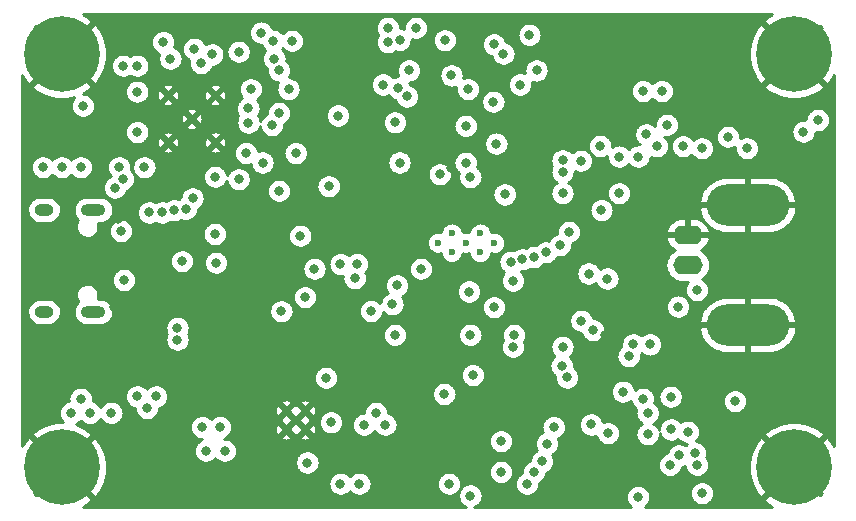
<source format=gbr>
%TF.GenerationSoftware,KiCad,Pcbnew,(5.99.0-10483-ga6ad7a4a70)*%
%TF.CreationDate,2021-05-23T17:26:51+03:00*%
%TF.ProjectId,uSMU_v10,75534d55-5f76-4313-902e-6b696361645f,rev?*%
%TF.SameCoordinates,Original*%
%TF.FileFunction,Copper,L2,Inr*%
%TF.FilePolarity,Positive*%
%FSLAX46Y46*%
G04 Gerber Fmt 4.6, Leading zero omitted, Abs format (unit mm)*
G04 Created by KiCad (PCBNEW (5.99.0-10483-ga6ad7a4a70)) date 2021-05-23 17:26:51*
%MOMM*%
%LPD*%
G01*
G04 APERTURE LIST*
%TA.AperFunction,ComponentPad*%
%ADD10C,0.600000*%
%TD*%
%TA.AperFunction,ComponentPad*%
%ADD11O,2.500000X1.600000*%
%TD*%
%TA.AperFunction,ComponentPad*%
%ADD12O,7.000000X3.500000*%
%TD*%
%TA.AperFunction,ComponentPad*%
%ADD13C,0.800000*%
%TD*%
%TA.AperFunction,ComponentPad*%
%ADD14C,6.400000*%
%TD*%
%TA.AperFunction,ComponentPad*%
%ADD15O,1.600000X1.000000*%
%TD*%
%TA.AperFunction,ComponentPad*%
%ADD16O,2.100000X1.000000*%
%TD*%
%TA.AperFunction,ViaPad*%
%ADD17C,0.800000*%
%TD*%
%TA.AperFunction,Conductor*%
%ADD18C,0.254000*%
%TD*%
G04 APERTURE END LIST*
D10*
%TO.N,GND*%
%TO.C,U3*%
X122000000Y-93500000D03*
X120000000Y-95500000D03*
X120000000Y-91500000D03*
X124000000Y-95500000D03*
X124000000Y-91500000D03*
%TD*%
%TO.N,-10V*%
%TO.C,U10*%
X145225000Y-104000000D03*
X144025000Y-104800000D03*
X146425000Y-104800000D03*
X147625000Y-104000000D03*
X146425000Y-103200000D03*
X144025000Y-103200000D03*
X142825000Y-104000000D03*
%TD*%
D11*
%TO.N,Net-(C45-Pad1)*%
%TO.C,J3*%
X164000000Y-105875000D03*
D12*
%TO.N,GND*%
X169080000Y-100795000D03*
D11*
X164000000Y-103335000D03*
D12*
X169080000Y-110955000D03*
%TD*%
D10*
%TO.N,GND*%
%TO.C,U12*%
X131600000Y-119800000D03*
X130000000Y-119800000D03*
X131600000Y-118200000D03*
X130000000Y-118200000D03*
X130800000Y-119000000D03*
%TD*%
D13*
%TO.N,GND*%
%TO.C,H4*%
X173000000Y-120600000D03*
X174697056Y-124697056D03*
X175400000Y-123000000D03*
X171302944Y-124697056D03*
D14*
X173000000Y-123000000D03*
D13*
X171302944Y-121302944D03*
X170600000Y-123000000D03*
X173000000Y-125400000D03*
X174697056Y-121302944D03*
%TD*%
%TO.N,GND*%
%TO.C,H1*%
X111000000Y-90400000D03*
X108600000Y-88000000D03*
X112697056Y-89697056D03*
X113400000Y-88000000D03*
X109302944Y-89697056D03*
X111000000Y-85600000D03*
X112697056Y-86302944D03*
D14*
X111000000Y-88000000D03*
D13*
X109302944Y-86302944D03*
%TD*%
D15*
%TO.N,*%
%TO.C,J2*%
X109505000Y-109845000D03*
X109505000Y-101205000D03*
D16*
X113685000Y-109845000D03*
X113685000Y-101205000D03*
%TD*%
D13*
%TO.N,GND*%
%TO.C,H2*%
X171302944Y-89697056D03*
X171302944Y-86302944D03*
X175400000Y-88000000D03*
X174697056Y-86302944D03*
X173000000Y-90400000D03*
D14*
X173000000Y-88000000D03*
D13*
X173000000Y-85600000D03*
X170600000Y-88000000D03*
X174697056Y-89697056D03*
%TD*%
%TO.N,GND*%
%TO.C,H3*%
X113400000Y-123000000D03*
X111000000Y-125400000D03*
X112697056Y-124697056D03*
X109302944Y-124697056D03*
X111000000Y-120600000D03*
X112697056Y-121302944D03*
X108600000Y-123000000D03*
X109302944Y-121302944D03*
D14*
X111000000Y-123000000D03*
%TD*%
D17*
%TO.N,Net-(C9-Pad1)*%
X132400000Y-106200000D03*
X134600000Y-105800000D03*
%TO.N,+10V*%
X147600000Y-109451563D03*
X139000000Y-109200000D03*
X139600000Y-97200000D03*
X143000000Y-98200000D03*
X122900000Y-119600000D03*
X131200000Y-103400000D03*
X123200000Y-121600000D03*
X148200000Y-120800000D03*
X164000000Y-120000000D03*
X124800000Y-121600000D03*
X124400000Y-119600000D03*
%TO.N,-10V*%
X160600000Y-118400000D03*
X133375000Y-115425000D03*
X138400000Y-119400000D03*
X148200000Y-123400000D03*
X137600000Y-118400000D03*
X136600000Y-119400000D03*
%TO.N,Net-(AmpOut1-Pad1)*%
X158500000Y-116600000D03*
X160200000Y-117200000D03*
X143400000Y-116800000D03*
%TO.N,VBUS*%
X118200000Y-118000000D03*
X121200000Y-105550000D03*
X143800000Y-124400000D03*
X124079304Y-105680815D03*
X117400000Y-117000000D03*
X116000000Y-103000000D03*
X119000000Y-117000000D03*
X134600000Y-124400000D03*
X136200000Y-124400000D03*
X116250000Y-107149500D03*
%TO.N,Net-(C21-Pad1)*%
X145600000Y-111800000D03*
X139200000Y-111800000D03*
X149275500Y-111800000D03*
%TO.N,Net-(C36-Pad1)*%
X155825000Y-119375000D03*
X162600000Y-119800000D03*
%TO.N,Net-(C28-Pad1)*%
X133800000Y-119200000D03*
X131800000Y-122600000D03*
%TO.N,Net-(R7-Pad1)*%
X120200000Y-88400000D03*
X115874999Y-97600000D03*
X117400000Y-89000000D03*
X112600000Y-97600000D03*
%TO.N,Net-(C36-Pad2)*%
X157250000Y-120125000D03*
X160600000Y-120200000D03*
%TO.N,Net-(D4-Pad4)*%
X145600000Y-98425000D03*
X153400000Y-98000000D03*
%TO.N,Net-(C42-Pad2)*%
X149800000Y-90600000D03*
X173800000Y-94600000D03*
%TO.N,Net-(C45-Pad1)*%
X134400000Y-93225000D03*
X159000000Y-113600000D03*
X153324500Y-114400000D03*
X145800000Y-115200000D03*
X163200000Y-109400000D03*
X162250000Y-94000000D03*
%TO.N,+4V5*%
X113400000Y-118400000D03*
X141000000Y-85800000D03*
X159800000Y-125524500D03*
X159825510Y-96700000D03*
X115200000Y-118400000D03*
X120800000Y-111200000D03*
X145600000Y-125400000D03*
X137175000Y-109775000D03*
X147550000Y-92050000D03*
X165200000Y-96000000D03*
X169000000Y-96000000D03*
X120800000Y-112200000D03*
X111800000Y-118400000D03*
X112600000Y-117200000D03*
X168012299Y-117412299D03*
X150600000Y-86400000D03*
X129600000Y-109800000D03*
X133600000Y-99200000D03*
%TO.N,Net-(D3-Pad2)*%
X154948829Y-97044774D03*
X158200000Y-96700000D03*
%TO.N,Net-(D3-Pad4)*%
X153400000Y-97000000D03*
X145200000Y-97225000D03*
%TO.N,Net-(D4-Pad2)*%
X158200000Y-99800000D03*
X153400000Y-99800000D03*
%TO.N,GND*%
X116600000Y-100400000D03*
X140350000Y-117050000D03*
X154250000Y-123375000D03*
X125600000Y-113400000D03*
X147800000Y-85800000D03*
X123775000Y-86025000D03*
X115400000Y-109400000D03*
X108750000Y-105500000D03*
X135187701Y-104212299D03*
X144000000Y-97625000D03*
X142200000Y-115400000D03*
X157400000Y-116025000D03*
X164000000Y-117200000D03*
X116723625Y-105474500D03*
X108500000Y-93500000D03*
X125000000Y-116400000D03*
X126000000Y-108400000D03*
X154250000Y-119800000D03*
X147800000Y-98724500D03*
X131800000Y-124000000D03*
X163600000Y-113425000D03*
X129816478Y-122016478D03*
X141600000Y-92000000D03*
X165800000Y-94000000D03*
X132600000Y-103149580D03*
X124000000Y-99900500D03*
X115800000Y-102000000D03*
X168400000Y-123400000D03*
X159600000Y-102700000D03*
X157000000Y-111800000D03*
X130600000Y-98600000D03*
X119300787Y-103337334D03*
X125975000Y-86025000D03*
X130100000Y-123700000D03*
X146800000Y-89324500D03*
X127612353Y-103398497D03*
X140200000Y-99200000D03*
X138700000Y-105400000D03*
X126600000Y-119700000D03*
X121800000Y-117000000D03*
%TO.N,/SDA*%
X156000000Y-111400000D03*
X159400000Y-112600000D03*
X160500000Y-94825000D03*
X167400000Y-95025000D03*
X126800000Y-92625000D03*
X160200000Y-91150500D03*
X129400000Y-93000000D03*
X148400000Y-88000000D03*
X129400000Y-89400000D03*
%TO.N,/SCL*%
X161800000Y-91150500D03*
X128800000Y-94025000D03*
X155000000Y-110600000D03*
X126808627Y-93818980D03*
X129000000Y-88400000D03*
X160800000Y-112600000D03*
X161400000Y-95825000D03*
X163600000Y-95825000D03*
X147600000Y-87200000D03*
%TO.N,/I_LIM*%
X129400000Y-99600000D03*
X148500000Y-99900500D03*
%TO.N,/AMP_EN*%
X117400000Y-94625000D03*
X156600000Y-95800000D03*
X147800000Y-95600000D03*
X153943442Y-103068375D03*
X156700000Y-101225000D03*
%TO.N,/2.048V_REF*%
X164800000Y-108000000D03*
X145400000Y-91000000D03*
X139400000Y-107600000D03*
X140211611Y-91608345D03*
%TO.N,/+4V096*%
X155600000Y-106600000D03*
X141400000Y-106200000D03*
X136000000Y-105800000D03*
%TO.N,+3V3*%
X122225000Y-87575000D03*
X128900000Y-86900000D03*
X118000000Y-97600000D03*
X125975000Y-87825000D03*
X112800000Y-92400000D03*
X123950000Y-103250000D03*
X125975000Y-98625000D03*
X123750000Y-88050000D03*
%TO.N,/SWDIO*%
X124000000Y-98400000D03*
X128000000Y-97200000D03*
X127900000Y-86200000D03*
X138600000Y-85800000D03*
%TO.N,/SWCLK*%
X130500000Y-86900000D03*
X126600000Y-96400000D03*
X138600000Y-87000000D03*
X130800000Y-96400000D03*
%TO.N,/NRST*%
X122800000Y-88800000D03*
X138200000Y-90600000D03*
%TO.N,/ADC_ALERT*%
X143425000Y-86850000D03*
X127000000Y-91000000D03*
X139502967Y-90903485D03*
X139600000Y-86825000D03*
%TO.N,Net-(R5-Pad1)*%
X116200000Y-98600000D03*
X111000000Y-97600000D03*
%TO.N,Net-(R3-Pad1)*%
X144000000Y-89824500D03*
X140400000Y-89400000D03*
%TO.N,/I_DAC*%
X130200000Y-91000000D03*
X117400000Y-91200000D03*
%TO.N,Net-(R4-Pad1)*%
X119600000Y-87000000D03*
X109400000Y-97600000D03*
X115492892Y-99324999D03*
X116200000Y-89000000D03*
%TO.N,Net-(R9-Pad2)*%
X131600000Y-108600000D03*
X135800000Y-107000000D03*
%TO.N,Net-(R18-Pad1)*%
X149200000Y-112800000D03*
X153400000Y-112800000D03*
%TO.N,Net-(R20-Pad2)*%
X149200000Y-107200000D03*
X157200000Y-107025000D03*
%TO.N,/I_G0*%
X165200000Y-125200000D03*
X118400000Y-101425000D03*
X149000000Y-105600000D03*
X150400000Y-124400000D03*
%TO.N,/I_G1*%
X119524244Y-101425000D03*
X150000000Y-105400000D03*
X164800000Y-122800000D03*
X151000000Y-123400000D03*
%TO.N,/I_G2*%
X122075000Y-100225000D03*
X153200000Y-104200000D03*
X164600000Y-121800000D03*
X152649478Y-119600000D03*
%TO.N,/I_G3*%
X163250000Y-122000000D03*
X152083467Y-121000000D03*
X121500000Y-101125000D03*
X152000000Y-104800000D03*
%TO.N,/I_G4*%
X151646991Y-122506018D03*
X151000000Y-105200000D03*
X120506114Y-101235432D03*
X162500000Y-122800000D03*
%TO.N,Net-(C43-Pad2)*%
X175000000Y-93600000D03*
X151200000Y-89400000D03*
%TO.N,Net-(JP2-Pad2)*%
X145475500Y-108124500D03*
%TO.N,Net-(JP4-Pad2)*%
X162550500Y-117025500D03*
X153800000Y-115400000D03*
%TO.N,Net-(R10-Pad1)*%
X145200000Y-94100500D03*
X139200000Y-93800000D03*
%TD*%
%TO.N,GND*%
D18*
X171086297Y-84672181D02*
X171074876Y-84678775D01*
X170748929Y-84890447D01*
X170738259Y-84898200D01*
X170482857Y-85105021D01*
X170442505Y-85163435D01*
X170440139Y-85234392D01*
X170473056Y-85292036D01*
X175707964Y-90526944D01*
X175770276Y-90560970D01*
X175841091Y-90555905D01*
X175894979Y-90517143D01*
X176101800Y-90261741D01*
X176109553Y-90251071D01*
X176321225Y-89925124D01*
X176327819Y-89913703D01*
X176374000Y-89823068D01*
X176374000Y-121176932D01*
X176327819Y-121086297D01*
X176321225Y-121074876D01*
X176109553Y-120748929D01*
X176101800Y-120738259D01*
X175894979Y-120482857D01*
X175836565Y-120442505D01*
X175765608Y-120440139D01*
X175707964Y-120473056D01*
X170473056Y-125707964D01*
X170439030Y-125770276D01*
X170444095Y-125841091D01*
X170482857Y-125894979D01*
X170738259Y-126101800D01*
X170748929Y-126109553D01*
X171074876Y-126321225D01*
X171086297Y-126327819D01*
X171176932Y-126374000D01*
X160377217Y-126374000D01*
X160479959Y-126299354D01*
X160499534Y-126281728D01*
X160626201Y-126141050D01*
X160641684Y-126119740D01*
X160736334Y-125955800D01*
X160747048Y-125931737D01*
X160805546Y-125751701D01*
X160811023Y-125725934D01*
X160830810Y-125537670D01*
X160830810Y-125511330D01*
X160811023Y-125323066D01*
X160805546Y-125297299D01*
X160769652Y-125186830D01*
X164169190Y-125186830D01*
X164169190Y-125213170D01*
X164188977Y-125401434D01*
X164194454Y-125427201D01*
X164252952Y-125607237D01*
X164263666Y-125631300D01*
X164358316Y-125795240D01*
X164373799Y-125816550D01*
X164500466Y-125957228D01*
X164520041Y-125974854D01*
X164673189Y-126086122D01*
X164696001Y-126099293D01*
X164868936Y-126176289D01*
X164893988Y-126184429D01*
X165079152Y-126223787D01*
X165105349Y-126226540D01*
X165294651Y-126226540D01*
X165320848Y-126223787D01*
X165506012Y-126184429D01*
X165531064Y-126176289D01*
X165703999Y-126099293D01*
X165726811Y-126086122D01*
X165879959Y-125974854D01*
X165899534Y-125957228D01*
X166026201Y-125816550D01*
X166041684Y-125795240D01*
X166136334Y-125631300D01*
X166147048Y-125607237D01*
X166205546Y-125427201D01*
X166211023Y-125401434D01*
X166230810Y-125213170D01*
X166230810Y-125186830D01*
X166211023Y-124998566D01*
X166205546Y-124972799D01*
X166147048Y-124792763D01*
X166136334Y-124768700D01*
X166041684Y-124604760D01*
X166026201Y-124583450D01*
X165899534Y-124442772D01*
X165879959Y-124425146D01*
X165726811Y-124313878D01*
X165703999Y-124300707D01*
X165531064Y-124223711D01*
X165506012Y-124215571D01*
X165320848Y-124176213D01*
X165294651Y-124173460D01*
X165105349Y-124173460D01*
X165079152Y-124176213D01*
X164893988Y-124215571D01*
X164868936Y-124223711D01*
X164696001Y-124300707D01*
X164673189Y-124313878D01*
X164520041Y-124425146D01*
X164500466Y-124442772D01*
X164373799Y-124583450D01*
X164358316Y-124604760D01*
X164263666Y-124768700D01*
X164252952Y-124792763D01*
X164194454Y-124972799D01*
X164188977Y-124998566D01*
X164169190Y-125186830D01*
X160769652Y-125186830D01*
X160747048Y-125117263D01*
X160736334Y-125093200D01*
X160641684Y-124929260D01*
X160626201Y-124907950D01*
X160499534Y-124767272D01*
X160479959Y-124749646D01*
X160326811Y-124638378D01*
X160303999Y-124625207D01*
X160131064Y-124548211D01*
X160106012Y-124540071D01*
X159920848Y-124500713D01*
X159894651Y-124497960D01*
X159705349Y-124497960D01*
X159679152Y-124500713D01*
X159493988Y-124540071D01*
X159468936Y-124548211D01*
X159296001Y-124625207D01*
X159273189Y-124638378D01*
X159120041Y-124749646D01*
X159100466Y-124767272D01*
X158973799Y-124907950D01*
X158958316Y-124929260D01*
X158863666Y-125093200D01*
X158852952Y-125117263D01*
X158794454Y-125297299D01*
X158788977Y-125323066D01*
X158769190Y-125511330D01*
X158769190Y-125537670D01*
X158788977Y-125725934D01*
X158794454Y-125751701D01*
X158852952Y-125931737D01*
X158863666Y-125955800D01*
X158958316Y-126119740D01*
X158973799Y-126141050D01*
X159100466Y-126281728D01*
X159120041Y-126299354D01*
X159222783Y-126374000D01*
X145936205Y-126374000D01*
X146103999Y-126299293D01*
X146126811Y-126286122D01*
X146279959Y-126174854D01*
X146299534Y-126157228D01*
X146426201Y-126016550D01*
X146441684Y-125995240D01*
X146536334Y-125831300D01*
X146547048Y-125807237D01*
X146605546Y-125627201D01*
X146611023Y-125601434D01*
X146630810Y-125413170D01*
X146630810Y-125386830D01*
X146611023Y-125198566D01*
X146605546Y-125172799D01*
X146547048Y-124992763D01*
X146536334Y-124968700D01*
X146441684Y-124804760D01*
X146426201Y-124783450D01*
X146299534Y-124642772D01*
X146279959Y-124625146D01*
X146126811Y-124513878D01*
X146103999Y-124500707D01*
X145931064Y-124423711D01*
X145906012Y-124415571D01*
X145720848Y-124376213D01*
X145694651Y-124373460D01*
X145505349Y-124373460D01*
X145479152Y-124376213D01*
X145293988Y-124415571D01*
X145268936Y-124423711D01*
X145096001Y-124500707D01*
X145073189Y-124513878D01*
X144920041Y-124625146D01*
X144900466Y-124642772D01*
X144773799Y-124783450D01*
X144758316Y-124804760D01*
X144663666Y-124968700D01*
X144652952Y-124992763D01*
X144594454Y-125172799D01*
X144588977Y-125198566D01*
X144569190Y-125386830D01*
X144569190Y-125413170D01*
X144588977Y-125601434D01*
X144594454Y-125627201D01*
X144652952Y-125807237D01*
X144663666Y-125831300D01*
X144758316Y-125995240D01*
X144773799Y-126016550D01*
X144900466Y-126157228D01*
X144920041Y-126174854D01*
X145073189Y-126286122D01*
X145096001Y-126299293D01*
X145263795Y-126374000D01*
X112823068Y-126374000D01*
X112913703Y-126327819D01*
X112925124Y-126321225D01*
X113251071Y-126109553D01*
X113261741Y-126101800D01*
X113517143Y-125894979D01*
X113557495Y-125836565D01*
X113559861Y-125765608D01*
X113526944Y-125707964D01*
X110792197Y-122973217D01*
X111236089Y-122973217D01*
X111241154Y-123044032D01*
X111270115Y-123089095D01*
X113707964Y-125526944D01*
X113770276Y-125560970D01*
X113841091Y-125555905D01*
X113894979Y-125517143D01*
X114101800Y-125261741D01*
X114109553Y-125251071D01*
X114321225Y-124925124D01*
X114327819Y-124913703D01*
X114504261Y-124567416D01*
X114509625Y-124555367D01*
X114574321Y-124386830D01*
X133569190Y-124386830D01*
X133569190Y-124413170D01*
X133588977Y-124601434D01*
X133594454Y-124627201D01*
X133652952Y-124807237D01*
X133663666Y-124831300D01*
X133758316Y-124995240D01*
X133773799Y-125016550D01*
X133900466Y-125157228D01*
X133920041Y-125174854D01*
X134073189Y-125286122D01*
X134096001Y-125299293D01*
X134268936Y-125376289D01*
X134293988Y-125384429D01*
X134479152Y-125423787D01*
X134505349Y-125426540D01*
X134694651Y-125426540D01*
X134720848Y-125423787D01*
X134906012Y-125384429D01*
X134931064Y-125376289D01*
X135103999Y-125299293D01*
X135126811Y-125286122D01*
X135279959Y-125174854D01*
X135299534Y-125157228D01*
X135400000Y-125045649D01*
X135500466Y-125157228D01*
X135520041Y-125174854D01*
X135673189Y-125286122D01*
X135696001Y-125299293D01*
X135868936Y-125376289D01*
X135893988Y-125384429D01*
X136079152Y-125423787D01*
X136105349Y-125426540D01*
X136294651Y-125426540D01*
X136320848Y-125423787D01*
X136506012Y-125384429D01*
X136531064Y-125376289D01*
X136703999Y-125299293D01*
X136726811Y-125286122D01*
X136879959Y-125174854D01*
X136899534Y-125157228D01*
X137026201Y-125016550D01*
X137041684Y-124995240D01*
X137136334Y-124831300D01*
X137147048Y-124807237D01*
X137205546Y-124627201D01*
X137211023Y-124601434D01*
X137230810Y-124413170D01*
X137230810Y-124386830D01*
X142769190Y-124386830D01*
X142769190Y-124413170D01*
X142788977Y-124601434D01*
X142794454Y-124627201D01*
X142852952Y-124807237D01*
X142863666Y-124831300D01*
X142958316Y-124995240D01*
X142973799Y-125016550D01*
X143100466Y-125157228D01*
X143120041Y-125174854D01*
X143273189Y-125286122D01*
X143296001Y-125299293D01*
X143468936Y-125376289D01*
X143493988Y-125384429D01*
X143679152Y-125423787D01*
X143705349Y-125426540D01*
X143894651Y-125426540D01*
X143920848Y-125423787D01*
X144106012Y-125384429D01*
X144131064Y-125376289D01*
X144303999Y-125299293D01*
X144326811Y-125286122D01*
X144479959Y-125174854D01*
X144499534Y-125157228D01*
X144626201Y-125016550D01*
X144641684Y-124995240D01*
X144736334Y-124831300D01*
X144747048Y-124807237D01*
X144805546Y-124627201D01*
X144811023Y-124601434D01*
X144830810Y-124413170D01*
X144830810Y-124386830D01*
X144811023Y-124198566D01*
X144805546Y-124172799D01*
X144747048Y-123992763D01*
X144736334Y-123968700D01*
X144641684Y-123804760D01*
X144626201Y-123783450D01*
X144499534Y-123642772D01*
X144479959Y-123625146D01*
X144326811Y-123513878D01*
X144303999Y-123500707D01*
X144131064Y-123423711D01*
X144106012Y-123415571D01*
X143970797Y-123386830D01*
X147169190Y-123386830D01*
X147169190Y-123413170D01*
X147188977Y-123601434D01*
X147194454Y-123627201D01*
X147252952Y-123807237D01*
X147263666Y-123831300D01*
X147358316Y-123995240D01*
X147373799Y-124016550D01*
X147500466Y-124157228D01*
X147520041Y-124174854D01*
X147673189Y-124286122D01*
X147696001Y-124299293D01*
X147868936Y-124376289D01*
X147893988Y-124384429D01*
X148079152Y-124423787D01*
X148105349Y-124426540D01*
X148294651Y-124426540D01*
X148320848Y-124423787D01*
X148494716Y-124386830D01*
X149369190Y-124386830D01*
X149369190Y-124413170D01*
X149388977Y-124601434D01*
X149394454Y-124627201D01*
X149452952Y-124807237D01*
X149463666Y-124831300D01*
X149558316Y-124995240D01*
X149573799Y-125016550D01*
X149700466Y-125157228D01*
X149720041Y-125174854D01*
X149873189Y-125286122D01*
X149896001Y-125299293D01*
X150068936Y-125376289D01*
X150093988Y-125384429D01*
X150279152Y-125423787D01*
X150305349Y-125426540D01*
X150494651Y-125426540D01*
X150520848Y-125423787D01*
X150706012Y-125384429D01*
X150731064Y-125376289D01*
X150903999Y-125299293D01*
X150926811Y-125286122D01*
X151079959Y-125174854D01*
X151099534Y-125157228D01*
X151226201Y-125016550D01*
X151241684Y-124995240D01*
X151336334Y-124831300D01*
X151347048Y-124807237D01*
X151405546Y-124627201D01*
X151411023Y-124601434D01*
X151430810Y-124413170D01*
X151430810Y-124386830D01*
X151425293Y-124334335D01*
X151503999Y-124299293D01*
X151526811Y-124286122D01*
X151679959Y-124174854D01*
X151699534Y-124157228D01*
X151826201Y-124016550D01*
X151841684Y-123995240D01*
X151936334Y-123831300D01*
X151947048Y-123807237D01*
X152005546Y-123627201D01*
X152011023Y-123601434D01*
X152025777Y-123461060D01*
X152150990Y-123405311D01*
X152173802Y-123392140D01*
X152326950Y-123280872D01*
X152346525Y-123263246D01*
X152473192Y-123122568D01*
X152488675Y-123101258D01*
X152583325Y-122937318D01*
X152594039Y-122913255D01*
X152652537Y-122733219D01*
X152658014Y-122707452D01*
X152677801Y-122519188D01*
X152677801Y-122492848D01*
X152658014Y-122304584D01*
X152652537Y-122278817D01*
X152594039Y-122098781D01*
X152583325Y-122074718D01*
X152503602Y-121936632D01*
X152587466Y-121899293D01*
X152610278Y-121886122D01*
X152763426Y-121774854D01*
X152783001Y-121757228D01*
X152909668Y-121616550D01*
X152925151Y-121595240D01*
X153019801Y-121431300D01*
X153030515Y-121407237D01*
X153089013Y-121227201D01*
X153094490Y-121201434D01*
X153114277Y-121013170D01*
X153114277Y-120986830D01*
X153094490Y-120798566D01*
X153089013Y-120772799D01*
X153030515Y-120592763D01*
X153019801Y-120568700D01*
X153015259Y-120560832D01*
X153153477Y-120499293D01*
X153176289Y-120486122D01*
X153329437Y-120374854D01*
X153349012Y-120357228D01*
X153475679Y-120216550D01*
X153491162Y-120195240D01*
X153585812Y-120031300D01*
X153596526Y-120007237D01*
X153655024Y-119827201D01*
X153660501Y-119801434D01*
X153680288Y-119613170D01*
X153680288Y-119586830D01*
X153660501Y-119398566D01*
X153655024Y-119372799D01*
X153651460Y-119361830D01*
X154794190Y-119361830D01*
X154794190Y-119388170D01*
X154813977Y-119576434D01*
X154819454Y-119602201D01*
X154877952Y-119782237D01*
X154888666Y-119806300D01*
X154983316Y-119970240D01*
X154998799Y-119991550D01*
X155125466Y-120132228D01*
X155145041Y-120149854D01*
X155298189Y-120261122D01*
X155321001Y-120274293D01*
X155493936Y-120351289D01*
X155518988Y-120359429D01*
X155704152Y-120398787D01*
X155730349Y-120401540D01*
X155919651Y-120401540D01*
X155945848Y-120398787D01*
X156131012Y-120359429D01*
X156156064Y-120351289D01*
X156237766Y-120314913D01*
X156238977Y-120326434D01*
X156244454Y-120352201D01*
X156302952Y-120532237D01*
X156313666Y-120556300D01*
X156408316Y-120720240D01*
X156423799Y-120741550D01*
X156550466Y-120882228D01*
X156570041Y-120899854D01*
X156723189Y-121011122D01*
X156746001Y-121024293D01*
X156918936Y-121101289D01*
X156943988Y-121109429D01*
X157129152Y-121148787D01*
X157155349Y-121151540D01*
X157344651Y-121151540D01*
X157370848Y-121148787D01*
X157556012Y-121109429D01*
X157581064Y-121101289D01*
X157753999Y-121024293D01*
X157776811Y-121011122D01*
X157929959Y-120899854D01*
X157949534Y-120882228D01*
X158076201Y-120741550D01*
X158091684Y-120720240D01*
X158186334Y-120556300D01*
X158197048Y-120532237D01*
X158255546Y-120352201D01*
X158261023Y-120326434D01*
X158280810Y-120138170D01*
X158280810Y-120111830D01*
X158261023Y-119923566D01*
X158255546Y-119897799D01*
X158197048Y-119717763D01*
X158186334Y-119693700D01*
X158091684Y-119529760D01*
X158076201Y-119508450D01*
X157949534Y-119367772D01*
X157929959Y-119350146D01*
X157776811Y-119238878D01*
X157753999Y-119225707D01*
X157581064Y-119148711D01*
X157556012Y-119140571D01*
X157370848Y-119101213D01*
X157344651Y-119098460D01*
X157155349Y-119098460D01*
X157129152Y-119101213D01*
X156943988Y-119140571D01*
X156918936Y-119148711D01*
X156837234Y-119185087D01*
X156836023Y-119173566D01*
X156830546Y-119147799D01*
X156772048Y-118967763D01*
X156761334Y-118943700D01*
X156666684Y-118779760D01*
X156651201Y-118758450D01*
X156524534Y-118617772D01*
X156504959Y-118600146D01*
X156351811Y-118488878D01*
X156328999Y-118475707D01*
X156156064Y-118398711D01*
X156131012Y-118390571D01*
X155945848Y-118351213D01*
X155919651Y-118348460D01*
X155730349Y-118348460D01*
X155704152Y-118351213D01*
X155518988Y-118390571D01*
X155493936Y-118398711D01*
X155321001Y-118475707D01*
X155298189Y-118488878D01*
X155145041Y-118600146D01*
X155125466Y-118617772D01*
X154998799Y-118758450D01*
X154983316Y-118779760D01*
X154888666Y-118943700D01*
X154877952Y-118967763D01*
X154819454Y-119147799D01*
X154813977Y-119173566D01*
X154794190Y-119361830D01*
X153651460Y-119361830D01*
X153596526Y-119192763D01*
X153585812Y-119168700D01*
X153491162Y-119004760D01*
X153475679Y-118983450D01*
X153349012Y-118842772D01*
X153329437Y-118825146D01*
X153176289Y-118713878D01*
X153153477Y-118700707D01*
X152980542Y-118623711D01*
X152955490Y-118615571D01*
X152770326Y-118576213D01*
X152744129Y-118573460D01*
X152554827Y-118573460D01*
X152528630Y-118576213D01*
X152343466Y-118615571D01*
X152318414Y-118623711D01*
X152145479Y-118700707D01*
X152122667Y-118713878D01*
X151969519Y-118825146D01*
X151949944Y-118842772D01*
X151823277Y-118983450D01*
X151807794Y-119004760D01*
X151713144Y-119168700D01*
X151702430Y-119192763D01*
X151643932Y-119372799D01*
X151638455Y-119398566D01*
X151618668Y-119586830D01*
X151618668Y-119613170D01*
X151638455Y-119801434D01*
X151643932Y-119827201D01*
X151702430Y-120007237D01*
X151713144Y-120031300D01*
X151717686Y-120039168D01*
X151579468Y-120100707D01*
X151556656Y-120113878D01*
X151403508Y-120225146D01*
X151383933Y-120242772D01*
X151257266Y-120383450D01*
X151241783Y-120404760D01*
X151147133Y-120568700D01*
X151136419Y-120592763D01*
X151077921Y-120772799D01*
X151072444Y-120798566D01*
X151052657Y-120986830D01*
X151052657Y-121013170D01*
X151072444Y-121201434D01*
X151077921Y-121227201D01*
X151136419Y-121407237D01*
X151147133Y-121431300D01*
X151226856Y-121569386D01*
X151142992Y-121606725D01*
X151120180Y-121619896D01*
X150967032Y-121731164D01*
X150947457Y-121748790D01*
X150820790Y-121889468D01*
X150805307Y-121910778D01*
X150710657Y-122074718D01*
X150699943Y-122098781D01*
X150641445Y-122278817D01*
X150635968Y-122304584D01*
X150621214Y-122444958D01*
X150496001Y-122500707D01*
X150473189Y-122513878D01*
X150320041Y-122625146D01*
X150300466Y-122642772D01*
X150173799Y-122783450D01*
X150158316Y-122804760D01*
X150063666Y-122968700D01*
X150052952Y-122992763D01*
X149994454Y-123172799D01*
X149988977Y-123198566D01*
X149969190Y-123386830D01*
X149969190Y-123413170D01*
X149974707Y-123465665D01*
X149896001Y-123500707D01*
X149873189Y-123513878D01*
X149720041Y-123625146D01*
X149700466Y-123642772D01*
X149573799Y-123783450D01*
X149558316Y-123804760D01*
X149463666Y-123968700D01*
X149452952Y-123992763D01*
X149394454Y-124172799D01*
X149388977Y-124198566D01*
X149369190Y-124386830D01*
X148494716Y-124386830D01*
X148506012Y-124384429D01*
X148531064Y-124376289D01*
X148703999Y-124299293D01*
X148726811Y-124286122D01*
X148879959Y-124174854D01*
X148899534Y-124157228D01*
X149026201Y-124016550D01*
X149041684Y-123995240D01*
X149136334Y-123831300D01*
X149147048Y-123807237D01*
X149205546Y-123627201D01*
X149211023Y-123601434D01*
X149230810Y-123413170D01*
X149230810Y-123386830D01*
X149211023Y-123198566D01*
X149205546Y-123172799D01*
X149147048Y-122992763D01*
X149136334Y-122968700D01*
X149041684Y-122804760D01*
X149026201Y-122783450D01*
X148899534Y-122642772D01*
X148879959Y-122625146D01*
X148726811Y-122513878D01*
X148703999Y-122500707D01*
X148531064Y-122423711D01*
X148506012Y-122415571D01*
X148320848Y-122376213D01*
X148294651Y-122373460D01*
X148105349Y-122373460D01*
X148079152Y-122376213D01*
X147893988Y-122415571D01*
X147868936Y-122423711D01*
X147696001Y-122500707D01*
X147673189Y-122513878D01*
X147520041Y-122625146D01*
X147500466Y-122642772D01*
X147373799Y-122783450D01*
X147358316Y-122804760D01*
X147263666Y-122968700D01*
X147252952Y-122992763D01*
X147194454Y-123172799D01*
X147188977Y-123198566D01*
X147169190Y-123386830D01*
X143970797Y-123386830D01*
X143920848Y-123376213D01*
X143894651Y-123373460D01*
X143705349Y-123373460D01*
X143679152Y-123376213D01*
X143493988Y-123415571D01*
X143468936Y-123423711D01*
X143296001Y-123500707D01*
X143273189Y-123513878D01*
X143120041Y-123625146D01*
X143100466Y-123642772D01*
X142973799Y-123783450D01*
X142958316Y-123804760D01*
X142863666Y-123968700D01*
X142852952Y-123992763D01*
X142794454Y-124172799D01*
X142788977Y-124198566D01*
X142769190Y-124386830D01*
X137230810Y-124386830D01*
X137211023Y-124198566D01*
X137205546Y-124172799D01*
X137147048Y-123992763D01*
X137136334Y-123968700D01*
X137041684Y-123804760D01*
X137026201Y-123783450D01*
X136899534Y-123642772D01*
X136879959Y-123625146D01*
X136726811Y-123513878D01*
X136703999Y-123500707D01*
X136531064Y-123423711D01*
X136506012Y-123415571D01*
X136320848Y-123376213D01*
X136294651Y-123373460D01*
X136105349Y-123373460D01*
X136079152Y-123376213D01*
X135893988Y-123415571D01*
X135868936Y-123423711D01*
X135696001Y-123500707D01*
X135673189Y-123513878D01*
X135520041Y-123625146D01*
X135500466Y-123642772D01*
X135400000Y-123754351D01*
X135299534Y-123642772D01*
X135279959Y-123625146D01*
X135126811Y-123513878D01*
X135103999Y-123500707D01*
X134931064Y-123423711D01*
X134906012Y-123415571D01*
X134720848Y-123376213D01*
X134694651Y-123373460D01*
X134505349Y-123373460D01*
X134479152Y-123376213D01*
X134293988Y-123415571D01*
X134268936Y-123423711D01*
X134096001Y-123500707D01*
X134073189Y-123513878D01*
X133920041Y-123625146D01*
X133900466Y-123642772D01*
X133773799Y-123783450D01*
X133758316Y-123804760D01*
X133663666Y-123968700D01*
X133652952Y-123992763D01*
X133594454Y-124172799D01*
X133588977Y-124198566D01*
X133569190Y-124386830D01*
X114574321Y-124386830D01*
X114648904Y-124192534D01*
X114652980Y-124179991D01*
X114753569Y-123804587D01*
X114756311Y-123791687D01*
X114817109Y-123407825D01*
X114818487Y-123394708D01*
X114838827Y-123006594D01*
X114838827Y-122993406D01*
X114818487Y-122605292D01*
X114817109Y-122592175D01*
X114756311Y-122208313D01*
X114753569Y-122195413D01*
X114652980Y-121820009D01*
X114648904Y-121807466D01*
X114509625Y-121444633D01*
X114504261Y-121432584D01*
X114327819Y-121086297D01*
X114321225Y-121074876D01*
X114109553Y-120748929D01*
X114101800Y-120738259D01*
X113894979Y-120482857D01*
X113836565Y-120442505D01*
X113765608Y-120440139D01*
X113707964Y-120473056D01*
X111270115Y-122910905D01*
X111236089Y-122973217D01*
X110792197Y-122973217D01*
X108292036Y-120473056D01*
X108229724Y-120439030D01*
X108158909Y-120444095D01*
X108105021Y-120482857D01*
X107898200Y-120738259D01*
X107890447Y-120748929D01*
X107678775Y-121074876D01*
X107672181Y-121086297D01*
X107626000Y-121176932D01*
X107626000Y-120234392D01*
X108440139Y-120234392D01*
X108473056Y-120292036D01*
X110910905Y-122729885D01*
X110973217Y-122763911D01*
X111044032Y-122758846D01*
X111089095Y-122729885D01*
X113526944Y-120292036D01*
X113560970Y-120229724D01*
X113555905Y-120158909D01*
X113517143Y-120105021D01*
X113261741Y-119898200D01*
X113251071Y-119890447D01*
X112925124Y-119678775D01*
X112913703Y-119672181D01*
X112746192Y-119586830D01*
X121869190Y-119586830D01*
X121869190Y-119613170D01*
X121888977Y-119801434D01*
X121894454Y-119827201D01*
X121952952Y-120007237D01*
X121963666Y-120031300D01*
X122058316Y-120195240D01*
X122073799Y-120216550D01*
X122200466Y-120357228D01*
X122220041Y-120374854D01*
X122373189Y-120486122D01*
X122396001Y-120499293D01*
X122568936Y-120576289D01*
X122593988Y-120584429D01*
X122779152Y-120623787D01*
X122805349Y-120626540D01*
X122862582Y-120626540D01*
X122696001Y-120700707D01*
X122673189Y-120713878D01*
X122520041Y-120825146D01*
X122500466Y-120842772D01*
X122373799Y-120983450D01*
X122358316Y-121004760D01*
X122263666Y-121168700D01*
X122252952Y-121192763D01*
X122194454Y-121372799D01*
X122188977Y-121398566D01*
X122169190Y-121586830D01*
X122169190Y-121613170D01*
X122188977Y-121801434D01*
X122194454Y-121827201D01*
X122252952Y-122007237D01*
X122263666Y-122031300D01*
X122358316Y-122195240D01*
X122373799Y-122216550D01*
X122500466Y-122357228D01*
X122520041Y-122374854D01*
X122673189Y-122486122D01*
X122696001Y-122499293D01*
X122868936Y-122576289D01*
X122893988Y-122584429D01*
X123079152Y-122623787D01*
X123105349Y-122626540D01*
X123294651Y-122626540D01*
X123320848Y-122623787D01*
X123506012Y-122584429D01*
X123531064Y-122576289D01*
X123703999Y-122499293D01*
X123726811Y-122486122D01*
X123879959Y-122374854D01*
X123899534Y-122357228D01*
X124000000Y-122245649D01*
X124100466Y-122357228D01*
X124120041Y-122374854D01*
X124273189Y-122486122D01*
X124296001Y-122499293D01*
X124468936Y-122576289D01*
X124493988Y-122584429D01*
X124679152Y-122623787D01*
X124705349Y-122626540D01*
X124894651Y-122626540D01*
X124920848Y-122623787D01*
X125094716Y-122586830D01*
X130769190Y-122586830D01*
X130769190Y-122613170D01*
X130788977Y-122801434D01*
X130794454Y-122827201D01*
X130852952Y-123007237D01*
X130863666Y-123031300D01*
X130958316Y-123195240D01*
X130973799Y-123216550D01*
X131100466Y-123357228D01*
X131120041Y-123374854D01*
X131273189Y-123486122D01*
X131296001Y-123499293D01*
X131468936Y-123576289D01*
X131493988Y-123584429D01*
X131679152Y-123623787D01*
X131705349Y-123626540D01*
X131894651Y-123626540D01*
X131920848Y-123623787D01*
X132106012Y-123584429D01*
X132131064Y-123576289D01*
X132303999Y-123499293D01*
X132326811Y-123486122D01*
X132479959Y-123374854D01*
X132499534Y-123357228D01*
X132626201Y-123216550D01*
X132641684Y-123195240D01*
X132736334Y-123031300D01*
X132747048Y-123007237D01*
X132805546Y-122827201D01*
X132811023Y-122801434D01*
X132830810Y-122613170D01*
X132830810Y-122586830D01*
X132811023Y-122398566D01*
X132805546Y-122372799D01*
X132747048Y-122192763D01*
X132736334Y-122168700D01*
X132641684Y-122004760D01*
X132626201Y-121983450D01*
X132499534Y-121842772D01*
X132479959Y-121825146D01*
X132326811Y-121713878D01*
X132303999Y-121700707D01*
X132131064Y-121623711D01*
X132106012Y-121615571D01*
X131920848Y-121576213D01*
X131894651Y-121573460D01*
X131705349Y-121573460D01*
X131679152Y-121576213D01*
X131493988Y-121615571D01*
X131468936Y-121623711D01*
X131296001Y-121700707D01*
X131273189Y-121713878D01*
X131120041Y-121825146D01*
X131100466Y-121842772D01*
X130973799Y-121983450D01*
X130958316Y-122004760D01*
X130863666Y-122168700D01*
X130852952Y-122192763D01*
X130794454Y-122372799D01*
X130788977Y-122398566D01*
X130769190Y-122586830D01*
X125094716Y-122586830D01*
X125106012Y-122584429D01*
X125131064Y-122576289D01*
X125303999Y-122499293D01*
X125326811Y-122486122D01*
X125479959Y-122374854D01*
X125499534Y-122357228D01*
X125626201Y-122216550D01*
X125641684Y-122195240D01*
X125736334Y-122031300D01*
X125747048Y-122007237D01*
X125805546Y-121827201D01*
X125811023Y-121801434D01*
X125830810Y-121613170D01*
X125830810Y-121586830D01*
X125811023Y-121398566D01*
X125805546Y-121372799D01*
X125747048Y-121192763D01*
X125736334Y-121168700D01*
X125641684Y-121004760D01*
X125626201Y-120983450D01*
X125499534Y-120842772D01*
X125479959Y-120825146D01*
X125427221Y-120786830D01*
X147169190Y-120786830D01*
X147169190Y-120813170D01*
X147188977Y-121001434D01*
X147194454Y-121027201D01*
X147252952Y-121207237D01*
X147263666Y-121231300D01*
X147358316Y-121395240D01*
X147373799Y-121416550D01*
X147500466Y-121557228D01*
X147520041Y-121574854D01*
X147673189Y-121686122D01*
X147696001Y-121699293D01*
X147868936Y-121776289D01*
X147893988Y-121784429D01*
X148079152Y-121823787D01*
X148105349Y-121826540D01*
X148294651Y-121826540D01*
X148320848Y-121823787D01*
X148506012Y-121784429D01*
X148531064Y-121776289D01*
X148703999Y-121699293D01*
X148726811Y-121686122D01*
X148879959Y-121574854D01*
X148899534Y-121557228D01*
X149026201Y-121416550D01*
X149041684Y-121395240D01*
X149136334Y-121231300D01*
X149147048Y-121207237D01*
X149205546Y-121027201D01*
X149211023Y-121001434D01*
X149230810Y-120813170D01*
X149230810Y-120786830D01*
X149211023Y-120598566D01*
X149205546Y-120572799D01*
X149147048Y-120392763D01*
X149136334Y-120368700D01*
X149041684Y-120204760D01*
X149026201Y-120183450D01*
X148899534Y-120042772D01*
X148879959Y-120025146D01*
X148726811Y-119913878D01*
X148703999Y-119900707D01*
X148531064Y-119823711D01*
X148506012Y-119815571D01*
X148320848Y-119776213D01*
X148294651Y-119773460D01*
X148105349Y-119773460D01*
X148079152Y-119776213D01*
X147893988Y-119815571D01*
X147868936Y-119823711D01*
X147696001Y-119900707D01*
X147673189Y-119913878D01*
X147520041Y-120025146D01*
X147500466Y-120042772D01*
X147373799Y-120183450D01*
X147358316Y-120204760D01*
X147263666Y-120368700D01*
X147252952Y-120392763D01*
X147194454Y-120572799D01*
X147188977Y-120598566D01*
X147169190Y-120786830D01*
X125427221Y-120786830D01*
X125326811Y-120713878D01*
X125303999Y-120700707D01*
X125131064Y-120623711D01*
X125106012Y-120615571D01*
X124920848Y-120576213D01*
X124894651Y-120573460D01*
X124737418Y-120573460D01*
X124903999Y-120499293D01*
X124904650Y-120498917D01*
X129510390Y-120498917D01*
X129515455Y-120569733D01*
X129558002Y-120626568D01*
X129589591Y-120643798D01*
X129759397Y-120706948D01*
X129786652Y-120713743D01*
X129966309Y-120737715D01*
X129994394Y-120738303D01*
X130174896Y-120721876D01*
X130202412Y-120716228D01*
X130374790Y-120660219D01*
X130400372Y-120648615D01*
X130428767Y-120631688D01*
X130477038Y-120579626D01*
X130489499Y-120509731D01*
X130484993Y-120498917D01*
X131110390Y-120498917D01*
X131115455Y-120569733D01*
X131158002Y-120626568D01*
X131189591Y-120643798D01*
X131359397Y-120706948D01*
X131386652Y-120713743D01*
X131566309Y-120737715D01*
X131594394Y-120738303D01*
X131774896Y-120721876D01*
X131802412Y-120716228D01*
X131974790Y-120660219D01*
X132000372Y-120648615D01*
X132028767Y-120631688D01*
X132077038Y-120579626D01*
X132089499Y-120509731D01*
X132062194Y-120444195D01*
X132053344Y-120434364D01*
X131689095Y-120070115D01*
X131626783Y-120036089D01*
X131555968Y-120041154D01*
X131510904Y-120070115D01*
X131144415Y-120436605D01*
X131110390Y-120498917D01*
X130484993Y-120498917D01*
X130462194Y-120444195D01*
X130453344Y-120434364D01*
X130089095Y-120070115D01*
X130026783Y-120036089D01*
X129955968Y-120041154D01*
X129910904Y-120070115D01*
X129544415Y-120436605D01*
X129510390Y-120498917D01*
X124904650Y-120498917D01*
X124926811Y-120486122D01*
X125079959Y-120374854D01*
X125099534Y-120357228D01*
X125226201Y-120216550D01*
X125241684Y-120195240D01*
X125336334Y-120031300D01*
X125347048Y-120007237D01*
X125405546Y-119827201D01*
X125411023Y-119801434D01*
X125411074Y-119800945D01*
X129061680Y-119800945D01*
X129079367Y-119981328D01*
X129085208Y-120008804D01*
X129142419Y-120180787D01*
X129154202Y-120206289D01*
X129168459Y-120229829D01*
X129220858Y-120277734D01*
X129290838Y-120289706D01*
X129356181Y-120261943D01*
X129365329Y-120253651D01*
X129729885Y-119889096D01*
X129763910Y-119826783D01*
X129760079Y-119773214D01*
X130236090Y-119773214D01*
X130241153Y-119844030D01*
X130270115Y-119889096D01*
X130636131Y-120255111D01*
X130698443Y-120289136D01*
X130769259Y-120284071D01*
X130801439Y-120259981D01*
X130820858Y-120277734D01*
X130890838Y-120289706D01*
X130956181Y-120261943D01*
X130965329Y-120253651D01*
X131329885Y-119889096D01*
X131363910Y-119826783D01*
X131360079Y-119773217D01*
X131836090Y-119773217D01*
X131841154Y-119844032D01*
X131870115Y-119889096D01*
X132236131Y-120255111D01*
X132298443Y-120289136D01*
X132369259Y-120284071D01*
X132426094Y-120241524D01*
X132443014Y-120210758D01*
X132505246Y-120046928D01*
X132512232Y-120019721D01*
X132537457Y-119840236D01*
X132538671Y-119824459D01*
X132538988Y-119801759D01*
X132538215Y-119785955D01*
X132518011Y-119605836D01*
X132511788Y-119578444D01*
X132452182Y-119407277D01*
X132440044Y-119381944D01*
X132431317Y-119367978D01*
X132378255Y-119320808D01*
X132308115Y-119309813D01*
X132243166Y-119338484D01*
X132235368Y-119345652D01*
X131870115Y-119710904D01*
X131836090Y-119773217D01*
X131360079Y-119773217D01*
X131358846Y-119755968D01*
X131329883Y-119710902D01*
X131309114Y-119690134D01*
X131309114Y-119690135D01*
X130909865Y-119290886D01*
X130909866Y-119290886D01*
X130889098Y-119270117D01*
X130826786Y-119236090D01*
X130755970Y-119241153D01*
X130710902Y-119270117D01*
X130690134Y-119290886D01*
X130690135Y-119290886D01*
X130290886Y-119690135D01*
X130290886Y-119690134D01*
X130270117Y-119710902D01*
X130236090Y-119773214D01*
X129760079Y-119773214D01*
X129758846Y-119755968D01*
X129729885Y-119710904D01*
X129363826Y-119344846D01*
X129301514Y-119310821D01*
X129230698Y-119315886D01*
X129173863Y-119358433D01*
X129168818Y-119365689D01*
X129165873Y-119370259D01*
X129153385Y-119395418D01*
X129091395Y-119565735D01*
X129084790Y-119593037D01*
X129062073Y-119772857D01*
X129061680Y-119800945D01*
X125411074Y-119800945D01*
X125430810Y-119613170D01*
X125430810Y-119586830D01*
X125411023Y-119398566D01*
X125405546Y-119372799D01*
X125347048Y-119192763D01*
X125336334Y-119168700D01*
X125291689Y-119091372D01*
X129510064Y-119091372D01*
X129538279Y-119156521D01*
X129546014Y-119164994D01*
X129910904Y-119529885D01*
X129973217Y-119563910D01*
X130044032Y-119558846D01*
X130089098Y-119529883D01*
X130109866Y-119509114D01*
X130109865Y-119509114D01*
X130509114Y-119109865D01*
X130509114Y-119109866D01*
X130529883Y-119089098D01*
X130563910Y-119026786D01*
X130560080Y-118973214D01*
X131036090Y-118973214D01*
X131041153Y-119044030D01*
X131070117Y-119089098D01*
X131090886Y-119109866D01*
X131090886Y-119109865D01*
X131490135Y-119509114D01*
X131490134Y-119509114D01*
X131510902Y-119529883D01*
X131573214Y-119563910D01*
X131644030Y-119558847D01*
X131689096Y-119529885D01*
X132032150Y-119186830D01*
X132769190Y-119186830D01*
X132769190Y-119213170D01*
X132788977Y-119401434D01*
X132794454Y-119427201D01*
X132852952Y-119607237D01*
X132863666Y-119631300D01*
X132958316Y-119795240D01*
X132973799Y-119816550D01*
X133100466Y-119957228D01*
X133120041Y-119974854D01*
X133273189Y-120086122D01*
X133296001Y-120099293D01*
X133468936Y-120176289D01*
X133493988Y-120184429D01*
X133679152Y-120223787D01*
X133705349Y-120226540D01*
X133894651Y-120226540D01*
X133920848Y-120223787D01*
X134106012Y-120184429D01*
X134131064Y-120176289D01*
X134303999Y-120099293D01*
X134326811Y-120086122D01*
X134479959Y-119974854D01*
X134499534Y-119957228D01*
X134626201Y-119816550D01*
X134641684Y-119795240D01*
X134736334Y-119631300D01*
X134747048Y-119607237D01*
X134805546Y-119427201D01*
X134811023Y-119401434D01*
X134812558Y-119386830D01*
X135569190Y-119386830D01*
X135569190Y-119413170D01*
X135588977Y-119601434D01*
X135594454Y-119627201D01*
X135652952Y-119807237D01*
X135663666Y-119831300D01*
X135758316Y-119995240D01*
X135773799Y-120016550D01*
X135900466Y-120157228D01*
X135920041Y-120174854D01*
X136073189Y-120286122D01*
X136096001Y-120299293D01*
X136268936Y-120376289D01*
X136293988Y-120384429D01*
X136479152Y-120423787D01*
X136505349Y-120426540D01*
X136694651Y-120426540D01*
X136720848Y-120423787D01*
X136906012Y-120384429D01*
X136931064Y-120376289D01*
X137103999Y-120299293D01*
X137126811Y-120286122D01*
X137279959Y-120174854D01*
X137299534Y-120157228D01*
X137426201Y-120016550D01*
X137441684Y-119995240D01*
X137500000Y-119894233D01*
X137558316Y-119995240D01*
X137573799Y-120016550D01*
X137700466Y-120157228D01*
X137720041Y-120174854D01*
X137873189Y-120286122D01*
X137896001Y-120299293D01*
X138068936Y-120376289D01*
X138093988Y-120384429D01*
X138279152Y-120423787D01*
X138305349Y-120426540D01*
X138494651Y-120426540D01*
X138520848Y-120423787D01*
X138706012Y-120384429D01*
X138731064Y-120376289D01*
X138903999Y-120299293D01*
X138926811Y-120286122D01*
X139079959Y-120174854D01*
X139099534Y-120157228D01*
X139226201Y-120016550D01*
X139241684Y-119995240D01*
X139336334Y-119831300D01*
X139347048Y-119807237D01*
X139405546Y-119627201D01*
X139411023Y-119601434D01*
X139430810Y-119413170D01*
X139430810Y-119386830D01*
X139411023Y-119198566D01*
X139405546Y-119172799D01*
X139347048Y-118992763D01*
X139336334Y-118968700D01*
X139241684Y-118804760D01*
X139226201Y-118783450D01*
X139099534Y-118642772D01*
X139079959Y-118625146D01*
X138926811Y-118513878D01*
X138903999Y-118500707D01*
X138731064Y-118423711D01*
X138706012Y-118415571D01*
X138630810Y-118399586D01*
X138630810Y-118386830D01*
X138611023Y-118198566D01*
X138605546Y-118172799D01*
X138547048Y-117992763D01*
X138536334Y-117968700D01*
X138441684Y-117804760D01*
X138426201Y-117783450D01*
X138299534Y-117642772D01*
X138279959Y-117625146D01*
X138126811Y-117513878D01*
X138103999Y-117500707D01*
X137931064Y-117423711D01*
X137906012Y-117415571D01*
X137720848Y-117376213D01*
X137694651Y-117373460D01*
X137505349Y-117373460D01*
X137479152Y-117376213D01*
X137293988Y-117415571D01*
X137268936Y-117423711D01*
X137096001Y-117500707D01*
X137073189Y-117513878D01*
X136920041Y-117625146D01*
X136900466Y-117642772D01*
X136773799Y-117783450D01*
X136758316Y-117804760D01*
X136663666Y-117968700D01*
X136652952Y-117992763D01*
X136594454Y-118172799D01*
X136588977Y-118198566D01*
X136570595Y-118373460D01*
X136505349Y-118373460D01*
X136479152Y-118376213D01*
X136293988Y-118415571D01*
X136268936Y-118423711D01*
X136096001Y-118500707D01*
X136073189Y-118513878D01*
X135920041Y-118625146D01*
X135900466Y-118642772D01*
X135773799Y-118783450D01*
X135758316Y-118804760D01*
X135663666Y-118968700D01*
X135652952Y-118992763D01*
X135594454Y-119172799D01*
X135588977Y-119198566D01*
X135569190Y-119386830D01*
X134812558Y-119386830D01*
X134830810Y-119213170D01*
X134830810Y-119186830D01*
X134811023Y-118998566D01*
X134805546Y-118972799D01*
X134747048Y-118792763D01*
X134736334Y-118768700D01*
X134641684Y-118604760D01*
X134626201Y-118583450D01*
X134499534Y-118442772D01*
X134479959Y-118425146D01*
X134326811Y-118313878D01*
X134303999Y-118300707D01*
X134131064Y-118223711D01*
X134106012Y-118215571D01*
X133920848Y-118176213D01*
X133894651Y-118173460D01*
X133705349Y-118173460D01*
X133679152Y-118176213D01*
X133493988Y-118215571D01*
X133468936Y-118223711D01*
X133296001Y-118300707D01*
X133273189Y-118313878D01*
X133120041Y-118425146D01*
X133100466Y-118442772D01*
X132973799Y-118583450D01*
X132958316Y-118604760D01*
X132863666Y-118768700D01*
X132852952Y-118792763D01*
X132794454Y-118972799D01*
X132788977Y-118998566D01*
X132769190Y-119186830D01*
X132032150Y-119186830D01*
X132054738Y-119164242D01*
X132088763Y-119101930D01*
X132083698Y-119031114D01*
X132059397Y-118998652D01*
X132077038Y-118979626D01*
X132089499Y-118909731D01*
X132062194Y-118844195D01*
X132053344Y-118834364D01*
X131689095Y-118470115D01*
X131626783Y-118436089D01*
X131555968Y-118441154D01*
X131510902Y-118470117D01*
X131490134Y-118490886D01*
X131490135Y-118490886D01*
X131090886Y-118890135D01*
X131090886Y-118890134D01*
X131070117Y-118910902D01*
X131036090Y-118973214D01*
X130560080Y-118973214D01*
X130558847Y-118955970D01*
X130529883Y-118910902D01*
X130509114Y-118890134D01*
X130509114Y-118890135D01*
X130109865Y-118490886D01*
X130109866Y-118490886D01*
X130089098Y-118470117D01*
X130026786Y-118436090D01*
X129955970Y-118441153D01*
X129910904Y-118470115D01*
X129544415Y-118836605D01*
X129510390Y-118898917D01*
X129515455Y-118969733D01*
X129539315Y-119001605D01*
X129521549Y-119021310D01*
X129510064Y-119091372D01*
X125291689Y-119091372D01*
X125241684Y-119004760D01*
X125226201Y-118983450D01*
X125099534Y-118842772D01*
X125079959Y-118825146D01*
X124926811Y-118713878D01*
X124903999Y-118700707D01*
X124731064Y-118623711D01*
X124706012Y-118615571D01*
X124520848Y-118576213D01*
X124494651Y-118573460D01*
X124305349Y-118573460D01*
X124279152Y-118576213D01*
X124093988Y-118615571D01*
X124068936Y-118623711D01*
X123896001Y-118700707D01*
X123873189Y-118713878D01*
X123720041Y-118825146D01*
X123700466Y-118842772D01*
X123650000Y-118898820D01*
X123599534Y-118842772D01*
X123579959Y-118825146D01*
X123426811Y-118713878D01*
X123403999Y-118700707D01*
X123231064Y-118623711D01*
X123206012Y-118615571D01*
X123020848Y-118576213D01*
X122994651Y-118573460D01*
X122805349Y-118573460D01*
X122779152Y-118576213D01*
X122593988Y-118615571D01*
X122568936Y-118623711D01*
X122396001Y-118700707D01*
X122373189Y-118713878D01*
X122220041Y-118825146D01*
X122200466Y-118842772D01*
X122073799Y-118983450D01*
X122058316Y-119004760D01*
X121963666Y-119168700D01*
X121952952Y-119192763D01*
X121894454Y-119372799D01*
X121888977Y-119398566D01*
X121869190Y-119586830D01*
X112746192Y-119586830D01*
X112567416Y-119495739D01*
X112555367Y-119490375D01*
X112192534Y-119351096D01*
X112189710Y-119350178D01*
X112303999Y-119299293D01*
X112326811Y-119286122D01*
X112479959Y-119174854D01*
X112499534Y-119157228D01*
X112600000Y-119045649D01*
X112700466Y-119157228D01*
X112720041Y-119174854D01*
X112873189Y-119286122D01*
X112896001Y-119299293D01*
X113068936Y-119376289D01*
X113093988Y-119384429D01*
X113279152Y-119423787D01*
X113305349Y-119426540D01*
X113494651Y-119426540D01*
X113520848Y-119423787D01*
X113706012Y-119384429D01*
X113731064Y-119376289D01*
X113903999Y-119299293D01*
X113926811Y-119286122D01*
X114079959Y-119174854D01*
X114099534Y-119157228D01*
X114226201Y-119016550D01*
X114241684Y-118995240D01*
X114300000Y-118894233D01*
X114358316Y-118995240D01*
X114373799Y-119016550D01*
X114500466Y-119157228D01*
X114520041Y-119174854D01*
X114673189Y-119286122D01*
X114696001Y-119299293D01*
X114868936Y-119376289D01*
X114893988Y-119384429D01*
X115079152Y-119423787D01*
X115105349Y-119426540D01*
X115294651Y-119426540D01*
X115320848Y-119423787D01*
X115506012Y-119384429D01*
X115531064Y-119376289D01*
X115703999Y-119299293D01*
X115726811Y-119286122D01*
X115879959Y-119174854D01*
X115899534Y-119157228D01*
X116026201Y-119016550D01*
X116041684Y-118995240D01*
X116136334Y-118831300D01*
X116147048Y-118807237D01*
X116205546Y-118627201D01*
X116211023Y-118601434D01*
X116230810Y-118413170D01*
X116230810Y-118386830D01*
X116211023Y-118198566D01*
X116205546Y-118172799D01*
X116147048Y-117992763D01*
X116136334Y-117968700D01*
X116041684Y-117804760D01*
X116026201Y-117783450D01*
X115899534Y-117642772D01*
X115879959Y-117625146D01*
X115726811Y-117513878D01*
X115703999Y-117500707D01*
X115531064Y-117423711D01*
X115506012Y-117415571D01*
X115320848Y-117376213D01*
X115294651Y-117373460D01*
X115105349Y-117373460D01*
X115079152Y-117376213D01*
X114893988Y-117415571D01*
X114868936Y-117423711D01*
X114696001Y-117500707D01*
X114673189Y-117513878D01*
X114520041Y-117625146D01*
X114500466Y-117642772D01*
X114373799Y-117783450D01*
X114358316Y-117804760D01*
X114300000Y-117905767D01*
X114241684Y-117804760D01*
X114226201Y-117783450D01*
X114099534Y-117642772D01*
X114079959Y-117625146D01*
X113926811Y-117513878D01*
X113903999Y-117500707D01*
X113731064Y-117423711D01*
X113706012Y-117415571D01*
X113611645Y-117395513D01*
X113630810Y-117213170D01*
X113630810Y-117186830D01*
X113611023Y-116998566D01*
X113608528Y-116986830D01*
X116369190Y-116986830D01*
X116369190Y-117013170D01*
X116388977Y-117201434D01*
X116394454Y-117227201D01*
X116452952Y-117407237D01*
X116463666Y-117431300D01*
X116558316Y-117595240D01*
X116573799Y-117616550D01*
X116700466Y-117757228D01*
X116720041Y-117774854D01*
X116873189Y-117886122D01*
X116896001Y-117899293D01*
X117068936Y-117976289D01*
X117093988Y-117984429D01*
X117169190Y-118000414D01*
X117169190Y-118013170D01*
X117188977Y-118201434D01*
X117194454Y-118227201D01*
X117252952Y-118407237D01*
X117263666Y-118431300D01*
X117358316Y-118595240D01*
X117373799Y-118616550D01*
X117500466Y-118757228D01*
X117520041Y-118774854D01*
X117673189Y-118886122D01*
X117696001Y-118899293D01*
X117868936Y-118976289D01*
X117893988Y-118984429D01*
X118079152Y-119023787D01*
X118105349Y-119026540D01*
X118294651Y-119026540D01*
X118320848Y-119023787D01*
X118506012Y-118984429D01*
X118531064Y-118976289D01*
X118703999Y-118899293D01*
X118726811Y-118886122D01*
X118879959Y-118774854D01*
X118899534Y-118757228D01*
X119026201Y-118616550D01*
X119041684Y-118595240D01*
X119136334Y-118431300D01*
X119147048Y-118407237D01*
X119205546Y-118227201D01*
X119211023Y-118201434D01*
X119211074Y-118200945D01*
X129061680Y-118200945D01*
X129079367Y-118381328D01*
X129085208Y-118408804D01*
X129142419Y-118580787D01*
X129154202Y-118606289D01*
X129168459Y-118629829D01*
X129220858Y-118677734D01*
X129290838Y-118689706D01*
X129356181Y-118661943D01*
X129365329Y-118653651D01*
X129729885Y-118289096D01*
X129763910Y-118226783D01*
X129760079Y-118173217D01*
X130236090Y-118173217D01*
X130241154Y-118244032D01*
X130270117Y-118289098D01*
X130290886Y-118309866D01*
X130290886Y-118309865D01*
X130690135Y-118709114D01*
X130690134Y-118709114D01*
X130710902Y-118729883D01*
X130773214Y-118763910D01*
X130844030Y-118758847D01*
X130889098Y-118729883D01*
X130909866Y-118709114D01*
X130909865Y-118709114D01*
X131309114Y-118309865D01*
X131309114Y-118309866D01*
X131329883Y-118289098D01*
X131363910Y-118226786D01*
X131360080Y-118173217D01*
X131836090Y-118173217D01*
X131841154Y-118244032D01*
X131870115Y-118289096D01*
X132236131Y-118655111D01*
X132298443Y-118689136D01*
X132369259Y-118684071D01*
X132426094Y-118641524D01*
X132443014Y-118610758D01*
X132505246Y-118446928D01*
X132512232Y-118419721D01*
X132537457Y-118240236D01*
X132538671Y-118224459D01*
X132538988Y-118201759D01*
X132538215Y-118185955D01*
X132518011Y-118005836D01*
X132511788Y-117978444D01*
X132452182Y-117807277D01*
X132440044Y-117781944D01*
X132431317Y-117767978D01*
X132378255Y-117720808D01*
X132308115Y-117709813D01*
X132243166Y-117738484D01*
X132235368Y-117745652D01*
X131870115Y-118110904D01*
X131836090Y-118173217D01*
X131360080Y-118173217D01*
X131358847Y-118155970D01*
X131329885Y-118110904D01*
X130963826Y-117744846D01*
X130901514Y-117710821D01*
X130830698Y-117715886D01*
X130799223Y-117739448D01*
X130778255Y-117720808D01*
X130708115Y-117709813D01*
X130643166Y-117738484D01*
X130635368Y-117745652D01*
X130270115Y-118110904D01*
X130236090Y-118173217D01*
X129760079Y-118173217D01*
X129758846Y-118155968D01*
X129729885Y-118110904D01*
X129363826Y-117744846D01*
X129301514Y-117710821D01*
X129230698Y-117715886D01*
X129173863Y-117758433D01*
X129168818Y-117765689D01*
X129165873Y-117770259D01*
X129153385Y-117795418D01*
X129091395Y-117965735D01*
X129084790Y-117993037D01*
X129062073Y-118172857D01*
X129061680Y-118200945D01*
X119211074Y-118200945D01*
X119230810Y-118013170D01*
X119230810Y-118000414D01*
X119306012Y-117984429D01*
X119331064Y-117976289D01*
X119503999Y-117899293D01*
X119526811Y-117886122D01*
X119679959Y-117774854D01*
X119699534Y-117757228D01*
X119826201Y-117616550D01*
X119841684Y-117595240D01*
X119901652Y-117491372D01*
X129510064Y-117491372D01*
X129538279Y-117556521D01*
X129546014Y-117564994D01*
X129910904Y-117929885D01*
X129973217Y-117963910D01*
X130044032Y-117958846D01*
X130089096Y-117929885D01*
X130454738Y-117564242D01*
X130488763Y-117501930D01*
X130488008Y-117491372D01*
X131110064Y-117491372D01*
X131138279Y-117556521D01*
X131146014Y-117564994D01*
X131510904Y-117929885D01*
X131573217Y-117963910D01*
X131644032Y-117958846D01*
X131689096Y-117929885D01*
X132054738Y-117564242D01*
X132088763Y-117501930D01*
X132083698Y-117431114D01*
X132041151Y-117374279D01*
X132033151Y-117368758D01*
X132023905Y-117362891D01*
X131998663Y-117350581D01*
X131827916Y-117289781D01*
X131800568Y-117283366D01*
X131620595Y-117261906D01*
X131592506Y-117261710D01*
X131412250Y-117280655D01*
X131384814Y-117286687D01*
X131213235Y-117345098D01*
X131187820Y-117357057D01*
X131169089Y-117368580D01*
X131121549Y-117421310D01*
X131110064Y-117491372D01*
X130488008Y-117491372D01*
X130483698Y-117431114D01*
X130441151Y-117374279D01*
X130433151Y-117368758D01*
X130423905Y-117362891D01*
X130398663Y-117350581D01*
X130227916Y-117289781D01*
X130200568Y-117283366D01*
X130020595Y-117261906D01*
X129992506Y-117261710D01*
X129812250Y-117280655D01*
X129784814Y-117286687D01*
X129613235Y-117345098D01*
X129587820Y-117357057D01*
X129569089Y-117368580D01*
X129521549Y-117421310D01*
X129510064Y-117491372D01*
X119901652Y-117491372D01*
X119936334Y-117431300D01*
X119947048Y-117407237D01*
X120005546Y-117227201D01*
X120011023Y-117201434D01*
X120030810Y-117013170D01*
X120030810Y-116986830D01*
X120011023Y-116798566D01*
X120008528Y-116786830D01*
X142369190Y-116786830D01*
X142369190Y-116813170D01*
X142388977Y-117001434D01*
X142394454Y-117027201D01*
X142452952Y-117207237D01*
X142463666Y-117231300D01*
X142558316Y-117395240D01*
X142573799Y-117416550D01*
X142700466Y-117557228D01*
X142720041Y-117574854D01*
X142873189Y-117686122D01*
X142896001Y-117699293D01*
X143068936Y-117776289D01*
X143093988Y-117784429D01*
X143279152Y-117823787D01*
X143305349Y-117826540D01*
X143494651Y-117826540D01*
X143520848Y-117823787D01*
X143706012Y-117784429D01*
X143731064Y-117776289D01*
X143903999Y-117699293D01*
X143926811Y-117686122D01*
X144079959Y-117574854D01*
X144099534Y-117557228D01*
X144226201Y-117416550D01*
X144241684Y-117395240D01*
X144336334Y-117231300D01*
X144347048Y-117207237D01*
X144405546Y-117027201D01*
X144411023Y-117001434D01*
X144430810Y-116813170D01*
X144430810Y-116786830D01*
X144411023Y-116598566D01*
X144408528Y-116586830D01*
X157469190Y-116586830D01*
X157469190Y-116613170D01*
X157488977Y-116801434D01*
X157494454Y-116827201D01*
X157552952Y-117007237D01*
X157563666Y-117031300D01*
X157658316Y-117195240D01*
X157673799Y-117216550D01*
X157800466Y-117357228D01*
X157820041Y-117374854D01*
X157973189Y-117486122D01*
X157996001Y-117499293D01*
X158168936Y-117576289D01*
X158193988Y-117584429D01*
X158379152Y-117623787D01*
X158405349Y-117626540D01*
X158594651Y-117626540D01*
X158620848Y-117623787D01*
X158806012Y-117584429D01*
X158831064Y-117576289D01*
X159003999Y-117499293D01*
X159026811Y-117486122D01*
X159179959Y-117374854D01*
X159185645Y-117369734D01*
X159188977Y-117401434D01*
X159194454Y-117427201D01*
X159252952Y-117607237D01*
X159263666Y-117631300D01*
X159358316Y-117795240D01*
X159373799Y-117816550D01*
X159500466Y-117957228D01*
X159520041Y-117974854D01*
X159632276Y-118056397D01*
X159594454Y-118172799D01*
X159588977Y-118198566D01*
X159569190Y-118386830D01*
X159569190Y-118413170D01*
X159588977Y-118601434D01*
X159594454Y-118627201D01*
X159652952Y-118807237D01*
X159663666Y-118831300D01*
X159758316Y-118995240D01*
X159773799Y-119016550D01*
X159900466Y-119157228D01*
X159920041Y-119174854D01*
X160073189Y-119286122D01*
X160096001Y-119299293D01*
X160097589Y-119300000D01*
X160096001Y-119300707D01*
X160073189Y-119313878D01*
X159920041Y-119425146D01*
X159900466Y-119442772D01*
X159773799Y-119583450D01*
X159758316Y-119604760D01*
X159663666Y-119768700D01*
X159652952Y-119792763D01*
X159594454Y-119972799D01*
X159588977Y-119998566D01*
X159569190Y-120186830D01*
X159569190Y-120213170D01*
X159588977Y-120401434D01*
X159594454Y-120427201D01*
X159652952Y-120607237D01*
X159663666Y-120631300D01*
X159758316Y-120795240D01*
X159773799Y-120816550D01*
X159900466Y-120957228D01*
X159920041Y-120974854D01*
X160073189Y-121086122D01*
X160096001Y-121099293D01*
X160268936Y-121176289D01*
X160293988Y-121184429D01*
X160479152Y-121223787D01*
X160505349Y-121226540D01*
X160694651Y-121226540D01*
X160720848Y-121223787D01*
X160906012Y-121184429D01*
X160931064Y-121176289D01*
X161103999Y-121099293D01*
X161126811Y-121086122D01*
X161279959Y-120974854D01*
X161299534Y-120957228D01*
X161426201Y-120816550D01*
X161441684Y-120795240D01*
X161536334Y-120631300D01*
X161547048Y-120607237D01*
X161605546Y-120427201D01*
X161611023Y-120401434D01*
X161630810Y-120213170D01*
X161630810Y-120186830D01*
X161623394Y-120116267D01*
X161652952Y-120207237D01*
X161663666Y-120231300D01*
X161758316Y-120395240D01*
X161773799Y-120416550D01*
X161900466Y-120557228D01*
X161920041Y-120574854D01*
X162073189Y-120686122D01*
X162096001Y-120699293D01*
X162268936Y-120776289D01*
X162293988Y-120784429D01*
X162479152Y-120823787D01*
X162505349Y-120826540D01*
X162694651Y-120826540D01*
X162720848Y-120823787D01*
X162906012Y-120784429D01*
X162931064Y-120776289D01*
X163103999Y-120699293D01*
X163126811Y-120686122D01*
X163193086Y-120637971D01*
X163300466Y-120757228D01*
X163320041Y-120774854D01*
X163473189Y-120886122D01*
X163496001Y-120899293D01*
X163668936Y-120976289D01*
X163693988Y-120984429D01*
X163879152Y-121023787D01*
X163905349Y-121026540D01*
X163918493Y-121026540D01*
X163900466Y-121042772D01*
X163812860Y-121140069D01*
X163776811Y-121113878D01*
X163753999Y-121100707D01*
X163581064Y-121023711D01*
X163556012Y-121015571D01*
X163370848Y-120976213D01*
X163344651Y-120973460D01*
X163155349Y-120973460D01*
X163129152Y-120976213D01*
X162943988Y-121015571D01*
X162918936Y-121023711D01*
X162746001Y-121100707D01*
X162723189Y-121113878D01*
X162570041Y-121225146D01*
X162550466Y-121242772D01*
X162423799Y-121383450D01*
X162408316Y-121404760D01*
X162313666Y-121568700D01*
X162302952Y-121592763D01*
X162244454Y-121772799D01*
X162238977Y-121798566D01*
X162238177Y-121806178D01*
X162193988Y-121815571D01*
X162168936Y-121823711D01*
X161996001Y-121900707D01*
X161973189Y-121913878D01*
X161820041Y-122025146D01*
X161800466Y-122042772D01*
X161673799Y-122183450D01*
X161658316Y-122204760D01*
X161563666Y-122368700D01*
X161552952Y-122392763D01*
X161494454Y-122572799D01*
X161488977Y-122598566D01*
X161469190Y-122786830D01*
X161469190Y-122813170D01*
X161488977Y-123001434D01*
X161494454Y-123027201D01*
X161552952Y-123207237D01*
X161563666Y-123231300D01*
X161658316Y-123395240D01*
X161673799Y-123416550D01*
X161800466Y-123557228D01*
X161820041Y-123574854D01*
X161973189Y-123686122D01*
X161996001Y-123699293D01*
X162168936Y-123776289D01*
X162193988Y-123784429D01*
X162379152Y-123823787D01*
X162405349Y-123826540D01*
X162594651Y-123826540D01*
X162620848Y-123823787D01*
X162806012Y-123784429D01*
X162831064Y-123776289D01*
X163003999Y-123699293D01*
X163026811Y-123686122D01*
X163179959Y-123574854D01*
X163199534Y-123557228D01*
X163326201Y-123416550D01*
X163341684Y-123395240D01*
X163436334Y-123231300D01*
X163447048Y-123207237D01*
X163505546Y-123027201D01*
X163511023Y-123001434D01*
X163511823Y-122993822D01*
X163556012Y-122984429D01*
X163581064Y-122976289D01*
X163753999Y-122899293D01*
X163776811Y-122886122D01*
X163776854Y-122886091D01*
X163788977Y-123001434D01*
X163794454Y-123027201D01*
X163852952Y-123207237D01*
X163863666Y-123231300D01*
X163958316Y-123395240D01*
X163973799Y-123416550D01*
X164100466Y-123557228D01*
X164120041Y-123574854D01*
X164273189Y-123686122D01*
X164296001Y-123699293D01*
X164468936Y-123776289D01*
X164493988Y-123784429D01*
X164679152Y-123823787D01*
X164705349Y-123826540D01*
X164894651Y-123826540D01*
X164920848Y-123823787D01*
X165106012Y-123784429D01*
X165131064Y-123776289D01*
X165303999Y-123699293D01*
X165326811Y-123686122D01*
X165479959Y-123574854D01*
X165499534Y-123557228D01*
X165626201Y-123416550D01*
X165641684Y-123395240D01*
X165736334Y-123231300D01*
X165747048Y-123207237D01*
X165805546Y-123027201D01*
X165811023Y-123001434D01*
X165811867Y-122993406D01*
X169161173Y-122993406D01*
X169161173Y-123006594D01*
X169181513Y-123394708D01*
X169182891Y-123407825D01*
X169243689Y-123791687D01*
X169246431Y-123804587D01*
X169347020Y-124179991D01*
X169351096Y-124192534D01*
X169490375Y-124555367D01*
X169495739Y-124567416D01*
X169672181Y-124913703D01*
X169678775Y-124925124D01*
X169890447Y-125251071D01*
X169898200Y-125261741D01*
X170105021Y-125517143D01*
X170163435Y-125557495D01*
X170234392Y-125559861D01*
X170292036Y-125526944D01*
X172729885Y-123089095D01*
X172763911Y-123026783D01*
X172758846Y-122955968D01*
X172729885Y-122910905D01*
X170292036Y-120473056D01*
X170229724Y-120439030D01*
X170158909Y-120444095D01*
X170105021Y-120482857D01*
X169898200Y-120738259D01*
X169890447Y-120748929D01*
X169678775Y-121074876D01*
X169672181Y-121086297D01*
X169495739Y-121432584D01*
X169490375Y-121444633D01*
X169351096Y-121807466D01*
X169347020Y-121820009D01*
X169246431Y-122195413D01*
X169243689Y-122208313D01*
X169182891Y-122592175D01*
X169181513Y-122605292D01*
X169161173Y-122993406D01*
X165811867Y-122993406D01*
X165830810Y-122813170D01*
X165830810Y-122786830D01*
X165811023Y-122598566D01*
X165805546Y-122572799D01*
X165747048Y-122392763D01*
X165736334Y-122368700D01*
X165641684Y-122204760D01*
X165626201Y-122183450D01*
X165573717Y-122125160D01*
X165605546Y-122027200D01*
X165611023Y-122001434D01*
X165630810Y-121813170D01*
X165630810Y-121786830D01*
X165611023Y-121598566D01*
X165605546Y-121572799D01*
X165547048Y-121392763D01*
X165536334Y-121368700D01*
X165441684Y-121204760D01*
X165426201Y-121183450D01*
X165299534Y-121042772D01*
X165279959Y-121025146D01*
X165126811Y-120913878D01*
X165103999Y-120900707D01*
X164931064Y-120823711D01*
X164906012Y-120815571D01*
X164720848Y-120776213D01*
X164694651Y-120773460D01*
X164681507Y-120773460D01*
X164699534Y-120757228D01*
X164826201Y-120616550D01*
X164841684Y-120595240D01*
X164936334Y-120431300D01*
X164947048Y-120407237D01*
X165003209Y-120234392D01*
X170440139Y-120234392D01*
X170473056Y-120292036D01*
X172910905Y-122729885D01*
X172973217Y-122763911D01*
X173044032Y-122758846D01*
X173089095Y-122729885D01*
X175526944Y-120292036D01*
X175560970Y-120229724D01*
X175555905Y-120158909D01*
X175517143Y-120105021D01*
X175261741Y-119898200D01*
X175251071Y-119890447D01*
X174925124Y-119678775D01*
X174913703Y-119672181D01*
X174567416Y-119495739D01*
X174555367Y-119490375D01*
X174192534Y-119351096D01*
X174179991Y-119347020D01*
X173804587Y-119246431D01*
X173791687Y-119243689D01*
X173407825Y-119182891D01*
X173394708Y-119181513D01*
X173006594Y-119161173D01*
X172993406Y-119161173D01*
X172605292Y-119181513D01*
X172592175Y-119182891D01*
X172208313Y-119243689D01*
X172195413Y-119246431D01*
X171820009Y-119347020D01*
X171807466Y-119351096D01*
X171444633Y-119490375D01*
X171432584Y-119495739D01*
X171086297Y-119672181D01*
X171074876Y-119678775D01*
X170748929Y-119890447D01*
X170738259Y-119898200D01*
X170482857Y-120105021D01*
X170442505Y-120163435D01*
X170440139Y-120234392D01*
X165003209Y-120234392D01*
X165005546Y-120227201D01*
X165011023Y-120201434D01*
X165030810Y-120013170D01*
X165030810Y-119986830D01*
X165011023Y-119798566D01*
X165005546Y-119772799D01*
X164947048Y-119592763D01*
X164936334Y-119568700D01*
X164841684Y-119404760D01*
X164826201Y-119383450D01*
X164699534Y-119242772D01*
X164679959Y-119225146D01*
X164526811Y-119113878D01*
X164503999Y-119100707D01*
X164331064Y-119023711D01*
X164306012Y-119015571D01*
X164120848Y-118976213D01*
X164094651Y-118973460D01*
X163905349Y-118973460D01*
X163879152Y-118976213D01*
X163693988Y-119015571D01*
X163668936Y-119023711D01*
X163496001Y-119100707D01*
X163473189Y-119113878D01*
X163406914Y-119162029D01*
X163299534Y-119042772D01*
X163279959Y-119025146D01*
X163126811Y-118913878D01*
X163103999Y-118900707D01*
X162931064Y-118823711D01*
X162906012Y-118815571D01*
X162720848Y-118776213D01*
X162694651Y-118773460D01*
X162505349Y-118773460D01*
X162479152Y-118776213D01*
X162293988Y-118815571D01*
X162268936Y-118823711D01*
X162096001Y-118900707D01*
X162073189Y-118913878D01*
X161920041Y-119025146D01*
X161900466Y-119042772D01*
X161773799Y-119183450D01*
X161758316Y-119204760D01*
X161663666Y-119368700D01*
X161652952Y-119392763D01*
X161594454Y-119572799D01*
X161588977Y-119598566D01*
X161569190Y-119786830D01*
X161569190Y-119813170D01*
X161576606Y-119883733D01*
X161547048Y-119792763D01*
X161536334Y-119768700D01*
X161441684Y-119604760D01*
X161426201Y-119583450D01*
X161299534Y-119442772D01*
X161279959Y-119425146D01*
X161126811Y-119313878D01*
X161103999Y-119300707D01*
X161102411Y-119300000D01*
X161103999Y-119299293D01*
X161126811Y-119286122D01*
X161279959Y-119174854D01*
X161299534Y-119157228D01*
X161426201Y-119016550D01*
X161441684Y-118995240D01*
X161536334Y-118831300D01*
X161547048Y-118807237D01*
X161605546Y-118627201D01*
X161611023Y-118601434D01*
X161630810Y-118413170D01*
X161630810Y-118386830D01*
X161611023Y-118198566D01*
X161605546Y-118172799D01*
X161547048Y-117992763D01*
X161536334Y-117968700D01*
X161441684Y-117804760D01*
X161426201Y-117783450D01*
X161299534Y-117642772D01*
X161279959Y-117625146D01*
X161167724Y-117543603D01*
X161205546Y-117427201D01*
X161211023Y-117401434D01*
X161230810Y-117213170D01*
X161230810Y-117186830D01*
X161212470Y-117012330D01*
X161519690Y-117012330D01*
X161519690Y-117038670D01*
X161539477Y-117226934D01*
X161544954Y-117252701D01*
X161603452Y-117432737D01*
X161614166Y-117456800D01*
X161708816Y-117620740D01*
X161724299Y-117642050D01*
X161850966Y-117782728D01*
X161870541Y-117800354D01*
X162023689Y-117911622D01*
X162046501Y-117924793D01*
X162219436Y-118001789D01*
X162244488Y-118009929D01*
X162429652Y-118049287D01*
X162455849Y-118052040D01*
X162645151Y-118052040D01*
X162671348Y-118049287D01*
X162856512Y-118009929D01*
X162881564Y-118001789D01*
X163054499Y-117924793D01*
X163077311Y-117911622D01*
X163230459Y-117800354D01*
X163250034Y-117782728D01*
X163376701Y-117642050D01*
X163392184Y-117620740D01*
X163486834Y-117456800D01*
X163497548Y-117432737D01*
X163508468Y-117399129D01*
X166981489Y-117399129D01*
X166981489Y-117425469D01*
X167001276Y-117613733D01*
X167006753Y-117639500D01*
X167065251Y-117819536D01*
X167075965Y-117843599D01*
X167170615Y-118007539D01*
X167186098Y-118028849D01*
X167312765Y-118169527D01*
X167332340Y-118187153D01*
X167485488Y-118298421D01*
X167508300Y-118311592D01*
X167681235Y-118388588D01*
X167706287Y-118396728D01*
X167891451Y-118436086D01*
X167917648Y-118438839D01*
X168106950Y-118438839D01*
X168133147Y-118436086D01*
X168318311Y-118396728D01*
X168343363Y-118388588D01*
X168516298Y-118311592D01*
X168539110Y-118298421D01*
X168692258Y-118187153D01*
X168711833Y-118169527D01*
X168838500Y-118028849D01*
X168853983Y-118007539D01*
X168948633Y-117843599D01*
X168959347Y-117819536D01*
X169017845Y-117639500D01*
X169023322Y-117613733D01*
X169043109Y-117425469D01*
X169043109Y-117399129D01*
X169023322Y-117210865D01*
X169017845Y-117185098D01*
X168959347Y-117005062D01*
X168948633Y-116980999D01*
X168853983Y-116817059D01*
X168838500Y-116795749D01*
X168711833Y-116655071D01*
X168692258Y-116637445D01*
X168539110Y-116526177D01*
X168516298Y-116513006D01*
X168343363Y-116436010D01*
X168318311Y-116427870D01*
X168133147Y-116388512D01*
X168106950Y-116385759D01*
X167917648Y-116385759D01*
X167891451Y-116388512D01*
X167706287Y-116427870D01*
X167681235Y-116436010D01*
X167508300Y-116513006D01*
X167485488Y-116526177D01*
X167332340Y-116637445D01*
X167312765Y-116655071D01*
X167186098Y-116795749D01*
X167170615Y-116817059D01*
X167075965Y-116980999D01*
X167065251Y-117005062D01*
X167006753Y-117185098D01*
X167001276Y-117210865D01*
X166981489Y-117399129D01*
X163508468Y-117399129D01*
X163556046Y-117252701D01*
X163561523Y-117226934D01*
X163581310Y-117038670D01*
X163581310Y-117012330D01*
X163561523Y-116824066D01*
X163556046Y-116798299D01*
X163497548Y-116618263D01*
X163486834Y-116594200D01*
X163392184Y-116430260D01*
X163376701Y-116408950D01*
X163250034Y-116268272D01*
X163230459Y-116250646D01*
X163077311Y-116139378D01*
X163054499Y-116126207D01*
X162881564Y-116049211D01*
X162856512Y-116041071D01*
X162671348Y-116001713D01*
X162645151Y-115998960D01*
X162455849Y-115998960D01*
X162429652Y-116001713D01*
X162244488Y-116041071D01*
X162219436Y-116049211D01*
X162046501Y-116126207D01*
X162023689Y-116139378D01*
X161870541Y-116250646D01*
X161850966Y-116268272D01*
X161724299Y-116408950D01*
X161708816Y-116430260D01*
X161614166Y-116594200D01*
X161603452Y-116618263D01*
X161544954Y-116798299D01*
X161539477Y-116824066D01*
X161519690Y-117012330D01*
X161212470Y-117012330D01*
X161211023Y-116998566D01*
X161205546Y-116972799D01*
X161147048Y-116792763D01*
X161136334Y-116768700D01*
X161041684Y-116604760D01*
X161026201Y-116583450D01*
X160899534Y-116442772D01*
X160879959Y-116425146D01*
X160726811Y-116313878D01*
X160703999Y-116300707D01*
X160531064Y-116223711D01*
X160506012Y-116215571D01*
X160320848Y-116176213D01*
X160294651Y-116173460D01*
X160105349Y-116173460D01*
X160079152Y-116176213D01*
X159893988Y-116215571D01*
X159868936Y-116223711D01*
X159696001Y-116300707D01*
X159673189Y-116313878D01*
X159520041Y-116425146D01*
X159514355Y-116430266D01*
X159511023Y-116398566D01*
X159505546Y-116372799D01*
X159447048Y-116192763D01*
X159436334Y-116168700D01*
X159341684Y-116004760D01*
X159326201Y-115983450D01*
X159199534Y-115842772D01*
X159179959Y-115825146D01*
X159026811Y-115713878D01*
X159003999Y-115700707D01*
X158831064Y-115623711D01*
X158806012Y-115615571D01*
X158620848Y-115576213D01*
X158594651Y-115573460D01*
X158405349Y-115573460D01*
X158379152Y-115576213D01*
X158193988Y-115615571D01*
X158168936Y-115623711D01*
X157996001Y-115700707D01*
X157973189Y-115713878D01*
X157820041Y-115825146D01*
X157800466Y-115842772D01*
X157673799Y-115983450D01*
X157658316Y-116004760D01*
X157563666Y-116168700D01*
X157552952Y-116192763D01*
X157494454Y-116372799D01*
X157488977Y-116398566D01*
X157469190Y-116586830D01*
X144408528Y-116586830D01*
X144405546Y-116572799D01*
X144347048Y-116392763D01*
X144336334Y-116368700D01*
X144241684Y-116204760D01*
X144226201Y-116183450D01*
X144099534Y-116042772D01*
X144079959Y-116025146D01*
X143926811Y-115913878D01*
X143903999Y-115900707D01*
X143731064Y-115823711D01*
X143706012Y-115815571D01*
X143520848Y-115776213D01*
X143494651Y-115773460D01*
X143305349Y-115773460D01*
X143279152Y-115776213D01*
X143093988Y-115815571D01*
X143068936Y-115823711D01*
X142896001Y-115900707D01*
X142873189Y-115913878D01*
X142720041Y-116025146D01*
X142700466Y-116042772D01*
X142573799Y-116183450D01*
X142558316Y-116204760D01*
X142463666Y-116368700D01*
X142452952Y-116392763D01*
X142394454Y-116572799D01*
X142388977Y-116598566D01*
X142369190Y-116786830D01*
X120008528Y-116786830D01*
X120005546Y-116772799D01*
X119947048Y-116592763D01*
X119936334Y-116568700D01*
X119841684Y-116404760D01*
X119826201Y-116383450D01*
X119699534Y-116242772D01*
X119679959Y-116225146D01*
X119526811Y-116113878D01*
X119503999Y-116100707D01*
X119331064Y-116023711D01*
X119306012Y-116015571D01*
X119120848Y-115976213D01*
X119094651Y-115973460D01*
X118905349Y-115973460D01*
X118879152Y-115976213D01*
X118693988Y-116015571D01*
X118668936Y-116023711D01*
X118496001Y-116100707D01*
X118473189Y-116113878D01*
X118320041Y-116225146D01*
X118300466Y-116242772D01*
X118200000Y-116354351D01*
X118099534Y-116242772D01*
X118079959Y-116225146D01*
X117926811Y-116113878D01*
X117903999Y-116100707D01*
X117731064Y-116023711D01*
X117706012Y-116015571D01*
X117520848Y-115976213D01*
X117494651Y-115973460D01*
X117305349Y-115973460D01*
X117279152Y-115976213D01*
X117093988Y-116015571D01*
X117068936Y-116023711D01*
X116896001Y-116100707D01*
X116873189Y-116113878D01*
X116720041Y-116225146D01*
X116700466Y-116242772D01*
X116573799Y-116383450D01*
X116558316Y-116404760D01*
X116463666Y-116568700D01*
X116452952Y-116592763D01*
X116394454Y-116772799D01*
X116388977Y-116798566D01*
X116369190Y-116986830D01*
X113608528Y-116986830D01*
X113605546Y-116972799D01*
X113547048Y-116792763D01*
X113536334Y-116768700D01*
X113441684Y-116604760D01*
X113426201Y-116583450D01*
X113299534Y-116442772D01*
X113279959Y-116425146D01*
X113126811Y-116313878D01*
X113103999Y-116300707D01*
X112931064Y-116223711D01*
X112906012Y-116215571D01*
X112720848Y-116176213D01*
X112694651Y-116173460D01*
X112505349Y-116173460D01*
X112479152Y-116176213D01*
X112293988Y-116215571D01*
X112268936Y-116223711D01*
X112096001Y-116300707D01*
X112073189Y-116313878D01*
X111920041Y-116425146D01*
X111900466Y-116442772D01*
X111773799Y-116583450D01*
X111758316Y-116604760D01*
X111663666Y-116768700D01*
X111652952Y-116792763D01*
X111594454Y-116972799D01*
X111588977Y-116998566D01*
X111569190Y-117186830D01*
X111569190Y-117213170D01*
X111588355Y-117395513D01*
X111493988Y-117415571D01*
X111468936Y-117423711D01*
X111296001Y-117500707D01*
X111273189Y-117513878D01*
X111120041Y-117625146D01*
X111100466Y-117642772D01*
X110973799Y-117783450D01*
X110958316Y-117804760D01*
X110863666Y-117968700D01*
X110852952Y-117992763D01*
X110794454Y-118172799D01*
X110788977Y-118198566D01*
X110769190Y-118386830D01*
X110769190Y-118413170D01*
X110788977Y-118601434D01*
X110794454Y-118627201D01*
X110852952Y-118807237D01*
X110863666Y-118831300D01*
X110958316Y-118995240D01*
X110973799Y-119016550D01*
X111100466Y-119157228D01*
X111110919Y-119166640D01*
X111006594Y-119161173D01*
X110993406Y-119161173D01*
X110605292Y-119181513D01*
X110592175Y-119182891D01*
X110208313Y-119243689D01*
X110195413Y-119246431D01*
X109820009Y-119347020D01*
X109807466Y-119351096D01*
X109444633Y-119490375D01*
X109432584Y-119495739D01*
X109086297Y-119672181D01*
X109074876Y-119678775D01*
X108748929Y-119890447D01*
X108738259Y-119898200D01*
X108482857Y-120105021D01*
X108442505Y-120163435D01*
X108440139Y-120234392D01*
X107626000Y-120234392D01*
X107626000Y-115411830D01*
X132344190Y-115411830D01*
X132344190Y-115438170D01*
X132363977Y-115626434D01*
X132369454Y-115652201D01*
X132427952Y-115832237D01*
X132438666Y-115856300D01*
X132533316Y-116020240D01*
X132548799Y-116041550D01*
X132675466Y-116182228D01*
X132695041Y-116199854D01*
X132848189Y-116311122D01*
X132871001Y-116324293D01*
X133043936Y-116401289D01*
X133068988Y-116409429D01*
X133254152Y-116448787D01*
X133280349Y-116451540D01*
X133469651Y-116451540D01*
X133495848Y-116448787D01*
X133681012Y-116409429D01*
X133706064Y-116401289D01*
X133878999Y-116324293D01*
X133901811Y-116311122D01*
X134054959Y-116199854D01*
X134074534Y-116182228D01*
X134201201Y-116041550D01*
X134216684Y-116020240D01*
X134311334Y-115856300D01*
X134322048Y-115832237D01*
X134380546Y-115652201D01*
X134386023Y-115626434D01*
X134405810Y-115438170D01*
X134405810Y-115411830D01*
X134386023Y-115223566D01*
X134380546Y-115197799D01*
X134376982Y-115186830D01*
X144769190Y-115186830D01*
X144769190Y-115213170D01*
X144788977Y-115401434D01*
X144794454Y-115427201D01*
X144852952Y-115607237D01*
X144863666Y-115631300D01*
X144958316Y-115795240D01*
X144973799Y-115816550D01*
X145100466Y-115957228D01*
X145120041Y-115974854D01*
X145273189Y-116086122D01*
X145296001Y-116099293D01*
X145468936Y-116176289D01*
X145493988Y-116184429D01*
X145679152Y-116223787D01*
X145705349Y-116226540D01*
X145894651Y-116226540D01*
X145920848Y-116223787D01*
X146106012Y-116184429D01*
X146131064Y-116176289D01*
X146303999Y-116099293D01*
X146326811Y-116086122D01*
X146479959Y-115974854D01*
X146499534Y-115957228D01*
X146626201Y-115816550D01*
X146641684Y-115795240D01*
X146736334Y-115631300D01*
X146747048Y-115607237D01*
X146805546Y-115427201D01*
X146811023Y-115401434D01*
X146830810Y-115213170D01*
X146830810Y-115186830D01*
X146811023Y-114998566D01*
X146805546Y-114972799D01*
X146747048Y-114792763D01*
X146736334Y-114768700D01*
X146641684Y-114604760D01*
X146626201Y-114583450D01*
X146499534Y-114442772D01*
X146479959Y-114425146D01*
X146427221Y-114386830D01*
X152293690Y-114386830D01*
X152293690Y-114413170D01*
X152313477Y-114601434D01*
X152318954Y-114627201D01*
X152377452Y-114807237D01*
X152388166Y-114831300D01*
X152482816Y-114995240D01*
X152498299Y-115016550D01*
X152624966Y-115157228D01*
X152644541Y-115174854D01*
X152781046Y-115274030D01*
X152769190Y-115386830D01*
X152769190Y-115413170D01*
X152788977Y-115601434D01*
X152794454Y-115627201D01*
X152852952Y-115807237D01*
X152863666Y-115831300D01*
X152958316Y-115995240D01*
X152973799Y-116016550D01*
X153100466Y-116157228D01*
X153120041Y-116174854D01*
X153273189Y-116286122D01*
X153296001Y-116299293D01*
X153468936Y-116376289D01*
X153493988Y-116384429D01*
X153679152Y-116423787D01*
X153705349Y-116426540D01*
X153894651Y-116426540D01*
X153920848Y-116423787D01*
X154106012Y-116384429D01*
X154131064Y-116376289D01*
X154303999Y-116299293D01*
X154326811Y-116286122D01*
X154479959Y-116174854D01*
X154499534Y-116157228D01*
X154626201Y-116016550D01*
X154641684Y-115995240D01*
X154736334Y-115831300D01*
X154747048Y-115807237D01*
X154805546Y-115627201D01*
X154811023Y-115601434D01*
X154830810Y-115413170D01*
X154830810Y-115386830D01*
X154811023Y-115198566D01*
X154805546Y-115172799D01*
X154747048Y-114992763D01*
X154736334Y-114968700D01*
X154641684Y-114804760D01*
X154626201Y-114783450D01*
X154499534Y-114642772D01*
X154479959Y-114625146D01*
X154343454Y-114525970D01*
X154355310Y-114413170D01*
X154355310Y-114386830D01*
X154335523Y-114198566D01*
X154330046Y-114172799D01*
X154271548Y-113992763D01*
X154260834Y-113968700D01*
X154166184Y-113804760D01*
X154150701Y-113783450D01*
X154024034Y-113642772D01*
X154007263Y-113627671D01*
X154063476Y-113586830D01*
X157969190Y-113586830D01*
X157969190Y-113613170D01*
X157988977Y-113801434D01*
X157994454Y-113827201D01*
X158052952Y-114007237D01*
X158063666Y-114031300D01*
X158158316Y-114195240D01*
X158173799Y-114216550D01*
X158300466Y-114357228D01*
X158320041Y-114374854D01*
X158473189Y-114486122D01*
X158496001Y-114499293D01*
X158668936Y-114576289D01*
X158693988Y-114584429D01*
X158879152Y-114623787D01*
X158905349Y-114626540D01*
X159094651Y-114626540D01*
X159120848Y-114623787D01*
X159306012Y-114584429D01*
X159331064Y-114576289D01*
X159503999Y-114499293D01*
X159526811Y-114486122D01*
X159679959Y-114374854D01*
X159699534Y-114357228D01*
X159826201Y-114216550D01*
X159841684Y-114195240D01*
X159936334Y-114031300D01*
X159947048Y-114007237D01*
X160005546Y-113827201D01*
X160011023Y-113801434D01*
X160030810Y-113613170D01*
X160030810Y-113586830D01*
X160013598Y-113423068D01*
X160079959Y-113374854D01*
X160099534Y-113357228D01*
X160100000Y-113356710D01*
X160100466Y-113357228D01*
X160120041Y-113374854D01*
X160273189Y-113486122D01*
X160296001Y-113499293D01*
X160468936Y-113576289D01*
X160493988Y-113584429D01*
X160679152Y-113623787D01*
X160705349Y-113626540D01*
X160894651Y-113626540D01*
X160920848Y-113623787D01*
X161106012Y-113584429D01*
X161131064Y-113576289D01*
X161303999Y-113499293D01*
X161326811Y-113486122D01*
X161479959Y-113374854D01*
X161499534Y-113357228D01*
X161626201Y-113216550D01*
X161641684Y-113195240D01*
X161736334Y-113031300D01*
X161747048Y-113007237D01*
X161805546Y-112827201D01*
X161811023Y-112801434D01*
X161830810Y-112613170D01*
X161830810Y-112586830D01*
X161811023Y-112398566D01*
X161805546Y-112372799D01*
X161747048Y-112192763D01*
X161736334Y-112168700D01*
X161641684Y-112004760D01*
X161626201Y-111983450D01*
X161499534Y-111842772D01*
X161479959Y-111825146D01*
X161326811Y-111713878D01*
X161303999Y-111700707D01*
X161131064Y-111623711D01*
X161106012Y-111615571D01*
X160920848Y-111576213D01*
X160894651Y-111573460D01*
X160705349Y-111573460D01*
X160679152Y-111576213D01*
X160493988Y-111615571D01*
X160468936Y-111623711D01*
X160296001Y-111700707D01*
X160273189Y-111713878D01*
X160120041Y-111825146D01*
X160100466Y-111842772D01*
X160100000Y-111843290D01*
X160099534Y-111842772D01*
X160079959Y-111825146D01*
X159926811Y-111713878D01*
X159903999Y-111700707D01*
X159731064Y-111623711D01*
X159706012Y-111615571D01*
X159520848Y-111576213D01*
X159494651Y-111573460D01*
X159305349Y-111573460D01*
X159279152Y-111576213D01*
X159093988Y-111615571D01*
X159068936Y-111623711D01*
X158896001Y-111700707D01*
X158873189Y-111713878D01*
X158720041Y-111825146D01*
X158700466Y-111842772D01*
X158573799Y-111983450D01*
X158558316Y-112004760D01*
X158463666Y-112168700D01*
X158452952Y-112192763D01*
X158394454Y-112372799D01*
X158388977Y-112398566D01*
X158369190Y-112586830D01*
X158369190Y-112613170D01*
X158386402Y-112776932D01*
X158320041Y-112825146D01*
X158300466Y-112842772D01*
X158173799Y-112983450D01*
X158158316Y-113004760D01*
X158063666Y-113168700D01*
X158052952Y-113192763D01*
X157994454Y-113372799D01*
X157988977Y-113398566D01*
X157969190Y-113586830D01*
X154063476Y-113586830D01*
X154079959Y-113574854D01*
X154099534Y-113557228D01*
X154226201Y-113416550D01*
X154241684Y-113395240D01*
X154336334Y-113231300D01*
X154347048Y-113207237D01*
X154405546Y-113027201D01*
X154411023Y-113001434D01*
X154430810Y-112813170D01*
X154430810Y-112786830D01*
X154411023Y-112598566D01*
X154405546Y-112572799D01*
X154347048Y-112392763D01*
X154336334Y-112368700D01*
X154241684Y-112204760D01*
X154226201Y-112183450D01*
X154099534Y-112042772D01*
X154079959Y-112025146D01*
X153926811Y-111913878D01*
X153903999Y-111900707D01*
X153731064Y-111823711D01*
X153706012Y-111815571D01*
X153520848Y-111776213D01*
X153494651Y-111773460D01*
X153305349Y-111773460D01*
X153279152Y-111776213D01*
X153093988Y-111815571D01*
X153068936Y-111823711D01*
X152896001Y-111900707D01*
X152873189Y-111913878D01*
X152720041Y-112025146D01*
X152700466Y-112042772D01*
X152573799Y-112183450D01*
X152558316Y-112204760D01*
X152463666Y-112368700D01*
X152452952Y-112392763D01*
X152394454Y-112572799D01*
X152388977Y-112598566D01*
X152369190Y-112786830D01*
X152369190Y-112813170D01*
X152388977Y-113001434D01*
X152394454Y-113027201D01*
X152452952Y-113207237D01*
X152463666Y-113231300D01*
X152558316Y-113395240D01*
X152573799Y-113416550D01*
X152700466Y-113557228D01*
X152717237Y-113572329D01*
X152644541Y-113625146D01*
X152624966Y-113642772D01*
X152498299Y-113783450D01*
X152482816Y-113804760D01*
X152388166Y-113968700D01*
X152377452Y-113992763D01*
X152318954Y-114172799D01*
X152313477Y-114198566D01*
X152293690Y-114386830D01*
X146427221Y-114386830D01*
X146326811Y-114313878D01*
X146303999Y-114300707D01*
X146131064Y-114223711D01*
X146106012Y-114215571D01*
X145920848Y-114176213D01*
X145894651Y-114173460D01*
X145705349Y-114173460D01*
X145679152Y-114176213D01*
X145493988Y-114215571D01*
X145468936Y-114223711D01*
X145296001Y-114300707D01*
X145273189Y-114313878D01*
X145120041Y-114425146D01*
X145100466Y-114442772D01*
X144973799Y-114583450D01*
X144958316Y-114604760D01*
X144863666Y-114768700D01*
X144852952Y-114792763D01*
X144794454Y-114972799D01*
X144788977Y-114998566D01*
X144769190Y-115186830D01*
X134376982Y-115186830D01*
X134322048Y-115017763D01*
X134311334Y-114993700D01*
X134216684Y-114829760D01*
X134201201Y-114808450D01*
X134074534Y-114667772D01*
X134054959Y-114650146D01*
X133901811Y-114538878D01*
X133878999Y-114525707D01*
X133706064Y-114448711D01*
X133681012Y-114440571D01*
X133495848Y-114401213D01*
X133469651Y-114398460D01*
X133280349Y-114398460D01*
X133254152Y-114401213D01*
X133068988Y-114440571D01*
X133043936Y-114448711D01*
X132871001Y-114525707D01*
X132848189Y-114538878D01*
X132695041Y-114650146D01*
X132675466Y-114667772D01*
X132548799Y-114808450D01*
X132533316Y-114829760D01*
X132438666Y-114993700D01*
X132427952Y-115017763D01*
X132369454Y-115197799D01*
X132363977Y-115223566D01*
X132344190Y-115411830D01*
X107626000Y-115411830D01*
X107626000Y-111186830D01*
X119769190Y-111186830D01*
X119769190Y-111213170D01*
X119788977Y-111401434D01*
X119794454Y-111427201D01*
X119852952Y-111607237D01*
X119863665Y-111631299D01*
X119903329Y-111700000D01*
X119863665Y-111768701D01*
X119852952Y-111792763D01*
X119794454Y-111972799D01*
X119788977Y-111998566D01*
X119769190Y-112186830D01*
X119769190Y-112213170D01*
X119788977Y-112401434D01*
X119794454Y-112427201D01*
X119852952Y-112607237D01*
X119863666Y-112631300D01*
X119958316Y-112795240D01*
X119973799Y-112816550D01*
X120100466Y-112957228D01*
X120120041Y-112974854D01*
X120273189Y-113086122D01*
X120296001Y-113099293D01*
X120468936Y-113176289D01*
X120493988Y-113184429D01*
X120679152Y-113223787D01*
X120705349Y-113226540D01*
X120894651Y-113226540D01*
X120920848Y-113223787D01*
X121106012Y-113184429D01*
X121131064Y-113176289D01*
X121303999Y-113099293D01*
X121326811Y-113086122D01*
X121479959Y-112974854D01*
X121499534Y-112957228D01*
X121626201Y-112816550D01*
X121641684Y-112795240D01*
X121736334Y-112631300D01*
X121747048Y-112607237D01*
X121805546Y-112427201D01*
X121811023Y-112401434D01*
X121830810Y-112213170D01*
X121830810Y-112186830D01*
X121811023Y-111998566D01*
X121805546Y-111972799D01*
X121747048Y-111792763D01*
X121744406Y-111786830D01*
X138169190Y-111786830D01*
X138169190Y-111813170D01*
X138188977Y-112001434D01*
X138194454Y-112027201D01*
X138252952Y-112207237D01*
X138263666Y-112231300D01*
X138358316Y-112395240D01*
X138373799Y-112416550D01*
X138500466Y-112557228D01*
X138520041Y-112574854D01*
X138673189Y-112686122D01*
X138696001Y-112699293D01*
X138868936Y-112776289D01*
X138893988Y-112784429D01*
X139079152Y-112823787D01*
X139105349Y-112826540D01*
X139294651Y-112826540D01*
X139320848Y-112823787D01*
X139506012Y-112784429D01*
X139531064Y-112776289D01*
X139703999Y-112699293D01*
X139726811Y-112686122D01*
X139879959Y-112574854D01*
X139899534Y-112557228D01*
X140026201Y-112416550D01*
X140041684Y-112395240D01*
X140136334Y-112231300D01*
X140147048Y-112207237D01*
X140205546Y-112027201D01*
X140211023Y-112001434D01*
X140230810Y-111813170D01*
X140230810Y-111786830D01*
X144569190Y-111786830D01*
X144569190Y-111813170D01*
X144588977Y-112001434D01*
X144594454Y-112027201D01*
X144652952Y-112207237D01*
X144663666Y-112231300D01*
X144758316Y-112395240D01*
X144773799Y-112416550D01*
X144900466Y-112557228D01*
X144920041Y-112574854D01*
X145073189Y-112686122D01*
X145096001Y-112699293D01*
X145268936Y-112776289D01*
X145293988Y-112784429D01*
X145479152Y-112823787D01*
X145505349Y-112826540D01*
X145694651Y-112826540D01*
X145720848Y-112823787D01*
X145894716Y-112786830D01*
X148169190Y-112786830D01*
X148169190Y-112813170D01*
X148188977Y-113001434D01*
X148194454Y-113027201D01*
X148252952Y-113207237D01*
X148263666Y-113231300D01*
X148358316Y-113395240D01*
X148373799Y-113416550D01*
X148500466Y-113557228D01*
X148520041Y-113574854D01*
X148673189Y-113686122D01*
X148696001Y-113699293D01*
X148868936Y-113776289D01*
X148893988Y-113784429D01*
X149079152Y-113823787D01*
X149105349Y-113826540D01*
X149294651Y-113826540D01*
X149320848Y-113823787D01*
X149506012Y-113784429D01*
X149531064Y-113776289D01*
X149703999Y-113699293D01*
X149726811Y-113686122D01*
X149879959Y-113574854D01*
X149899534Y-113557228D01*
X150026201Y-113416550D01*
X150041684Y-113395240D01*
X150136334Y-113231300D01*
X150147048Y-113207237D01*
X150205546Y-113027201D01*
X150211023Y-113001434D01*
X150230810Y-112813170D01*
X150230810Y-112786830D01*
X150211023Y-112598566D01*
X150205546Y-112572799D01*
X150147048Y-112392763D01*
X150136334Y-112368701D01*
X150134420Y-112365386D01*
X150211834Y-112231300D01*
X150222548Y-112207237D01*
X150281046Y-112027201D01*
X150286523Y-112001434D01*
X150306310Y-111813170D01*
X150306310Y-111786830D01*
X150286523Y-111598566D01*
X150281046Y-111572799D01*
X150222548Y-111392763D01*
X150211834Y-111368700D01*
X150117184Y-111204760D01*
X150101701Y-111183450D01*
X149975034Y-111042772D01*
X149955459Y-111025146D01*
X149802311Y-110913878D01*
X149779499Y-110900707D01*
X149606564Y-110823711D01*
X149581512Y-110815571D01*
X149396348Y-110776213D01*
X149370151Y-110773460D01*
X149180849Y-110773460D01*
X149154652Y-110776213D01*
X148969488Y-110815571D01*
X148944436Y-110823711D01*
X148771501Y-110900707D01*
X148748689Y-110913878D01*
X148595541Y-111025146D01*
X148575966Y-111042772D01*
X148449299Y-111183450D01*
X148433816Y-111204760D01*
X148339166Y-111368700D01*
X148328452Y-111392763D01*
X148269954Y-111572799D01*
X148264477Y-111598566D01*
X148244690Y-111786830D01*
X148244690Y-111813170D01*
X148264477Y-112001434D01*
X148269954Y-112027201D01*
X148328452Y-112207237D01*
X148339166Y-112231299D01*
X148341080Y-112234614D01*
X148263666Y-112368700D01*
X148252952Y-112392763D01*
X148194454Y-112572799D01*
X148188977Y-112598566D01*
X148169190Y-112786830D01*
X145894716Y-112786830D01*
X145906012Y-112784429D01*
X145931064Y-112776289D01*
X146103999Y-112699293D01*
X146126811Y-112686122D01*
X146279959Y-112574854D01*
X146299534Y-112557228D01*
X146426201Y-112416550D01*
X146441684Y-112395240D01*
X146536334Y-112231300D01*
X146547048Y-112207237D01*
X146605546Y-112027201D01*
X146611023Y-112001434D01*
X146630810Y-111813170D01*
X146630810Y-111786830D01*
X146611023Y-111598566D01*
X146605546Y-111572799D01*
X146547048Y-111392763D01*
X146536334Y-111368700D01*
X146441684Y-111204760D01*
X146426201Y-111183450D01*
X146299534Y-111042772D01*
X146279959Y-111025146D01*
X146126811Y-110913878D01*
X146103999Y-110900707D01*
X145931064Y-110823711D01*
X145906012Y-110815571D01*
X145720848Y-110776213D01*
X145694651Y-110773460D01*
X145505349Y-110773460D01*
X145479152Y-110776213D01*
X145293988Y-110815571D01*
X145268936Y-110823711D01*
X145096001Y-110900707D01*
X145073189Y-110913878D01*
X144920041Y-111025146D01*
X144900466Y-111042772D01*
X144773799Y-111183450D01*
X144758316Y-111204760D01*
X144663666Y-111368700D01*
X144652952Y-111392763D01*
X144594454Y-111572799D01*
X144588977Y-111598566D01*
X144569190Y-111786830D01*
X140230810Y-111786830D01*
X140211023Y-111598566D01*
X140205546Y-111572799D01*
X140147048Y-111392763D01*
X140136334Y-111368700D01*
X140041684Y-111204760D01*
X140026201Y-111183450D01*
X139899534Y-111042772D01*
X139879959Y-111025146D01*
X139726811Y-110913878D01*
X139703999Y-110900707D01*
X139531064Y-110823711D01*
X139506012Y-110815571D01*
X139320848Y-110776213D01*
X139294651Y-110773460D01*
X139105349Y-110773460D01*
X139079152Y-110776213D01*
X138893988Y-110815571D01*
X138868936Y-110823711D01*
X138696001Y-110900707D01*
X138673189Y-110913878D01*
X138520041Y-111025146D01*
X138500466Y-111042772D01*
X138373799Y-111183450D01*
X138358316Y-111204760D01*
X138263666Y-111368700D01*
X138252952Y-111392763D01*
X138194454Y-111572799D01*
X138188977Y-111598566D01*
X138169190Y-111786830D01*
X121744406Y-111786830D01*
X121736335Y-111768701D01*
X121696671Y-111700000D01*
X121736335Y-111631299D01*
X121747048Y-111607237D01*
X121805546Y-111427201D01*
X121811023Y-111401434D01*
X121830810Y-111213170D01*
X121830810Y-111186830D01*
X121811023Y-110998566D01*
X121805546Y-110972799D01*
X121747048Y-110792763D01*
X121736334Y-110768700D01*
X121641684Y-110604760D01*
X121626201Y-110583450D01*
X121499534Y-110442772D01*
X121479959Y-110425146D01*
X121326811Y-110313878D01*
X121303999Y-110300707D01*
X121131064Y-110223711D01*
X121106012Y-110215571D01*
X120920848Y-110176213D01*
X120894651Y-110173460D01*
X120705349Y-110173460D01*
X120679152Y-110176213D01*
X120493988Y-110215571D01*
X120468936Y-110223711D01*
X120296001Y-110300707D01*
X120273189Y-110313878D01*
X120120041Y-110425146D01*
X120100466Y-110442772D01*
X119973799Y-110583450D01*
X119958316Y-110604760D01*
X119863666Y-110768700D01*
X119852952Y-110792763D01*
X119794454Y-110972799D01*
X119788977Y-110998566D01*
X119769190Y-111186830D01*
X107626000Y-111186830D01*
X107626000Y-109887524D01*
X108074873Y-109887524D01*
X108076117Y-109912960D01*
X108106507Y-110113900D01*
X108112840Y-110138566D01*
X108183013Y-110329290D01*
X108194176Y-110352178D01*
X108301266Y-110524897D01*
X108316805Y-110545074D01*
X108456438Y-110692732D01*
X108475715Y-110709372D01*
X108642186Y-110825936D01*
X108664416Y-110838360D01*
X108850926Y-110919070D01*
X108875200Y-110926770D01*
X109074130Y-110968329D01*
X109093303Y-110970819D01*
X109102997Y-110971327D01*
X109109591Y-110971500D01*
X109854224Y-110971500D01*
X109866957Y-110970855D01*
X110019917Y-110955318D01*
X110044863Y-110950197D01*
X110238788Y-110889425D01*
X110262195Y-110879393D01*
X110439938Y-110780868D01*
X110460850Y-110766334D01*
X110615153Y-110634080D01*
X110632715Y-110615638D01*
X110757272Y-110455060D01*
X110770767Y-110433464D01*
X110860492Y-110251119D01*
X110869368Y-110227250D01*
X110920595Y-110030588D01*
X110924491Y-110005421D01*
X110930670Y-109887524D01*
X112004873Y-109887524D01*
X112006117Y-109912960D01*
X112036507Y-110113900D01*
X112042840Y-110138566D01*
X112113013Y-110329290D01*
X112124176Y-110352178D01*
X112231266Y-110524897D01*
X112246805Y-110545074D01*
X112386438Y-110692732D01*
X112405715Y-110709372D01*
X112572186Y-110825936D01*
X112594416Y-110838360D01*
X112780926Y-110919070D01*
X112805200Y-110926770D01*
X113004130Y-110968329D01*
X113023303Y-110970819D01*
X113032997Y-110971327D01*
X113039591Y-110971500D01*
X114284224Y-110971500D01*
X114296957Y-110970855D01*
X114449917Y-110955318D01*
X114474863Y-110950197D01*
X114668788Y-110889425D01*
X114692195Y-110879393D01*
X114869938Y-110780868D01*
X114890850Y-110766334D01*
X115045153Y-110634080D01*
X115062715Y-110615638D01*
X115187272Y-110455060D01*
X115200767Y-110433464D01*
X115290492Y-110251119D01*
X115299368Y-110227250D01*
X115350595Y-110030588D01*
X115354491Y-110005421D01*
X115365127Y-109802476D01*
X115364362Y-109786830D01*
X128569190Y-109786830D01*
X128569190Y-109813170D01*
X128588977Y-110001434D01*
X128594454Y-110027201D01*
X128652952Y-110207237D01*
X128663666Y-110231300D01*
X128758316Y-110395240D01*
X128773799Y-110416550D01*
X128900466Y-110557228D01*
X128920041Y-110574854D01*
X129073189Y-110686122D01*
X129096001Y-110699293D01*
X129268936Y-110776289D01*
X129293988Y-110784429D01*
X129479152Y-110823787D01*
X129505349Y-110826540D01*
X129694651Y-110826540D01*
X129720848Y-110823787D01*
X129906012Y-110784429D01*
X129931064Y-110776289D01*
X130103999Y-110699293D01*
X130126811Y-110686122D01*
X130279959Y-110574854D01*
X130299534Y-110557228D01*
X130426201Y-110416550D01*
X130441684Y-110395240D01*
X130536334Y-110231300D01*
X130547048Y-110207237D01*
X130605546Y-110027201D01*
X130611023Y-110001434D01*
X130630810Y-109813170D01*
X130630810Y-109786830D01*
X130628182Y-109761830D01*
X136144190Y-109761830D01*
X136144190Y-109788170D01*
X136163977Y-109976434D01*
X136169454Y-110002201D01*
X136227952Y-110182237D01*
X136238666Y-110206300D01*
X136333316Y-110370240D01*
X136348799Y-110391550D01*
X136475466Y-110532228D01*
X136495041Y-110549854D01*
X136648189Y-110661122D01*
X136671001Y-110674293D01*
X136843936Y-110751289D01*
X136868988Y-110759429D01*
X137054152Y-110798787D01*
X137080349Y-110801540D01*
X137269651Y-110801540D01*
X137295848Y-110798787D01*
X137481012Y-110759429D01*
X137506064Y-110751289D01*
X137678999Y-110674293D01*
X137701811Y-110661122D01*
X137804066Y-110586830D01*
X153969190Y-110586830D01*
X153969190Y-110613170D01*
X153988977Y-110801434D01*
X153994454Y-110827201D01*
X154052952Y-111007237D01*
X154063666Y-111031300D01*
X154158316Y-111195240D01*
X154173799Y-111216550D01*
X154300466Y-111357228D01*
X154320041Y-111374854D01*
X154473189Y-111486122D01*
X154496001Y-111499293D01*
X154668936Y-111576289D01*
X154693988Y-111584429D01*
X154879152Y-111623787D01*
X154905349Y-111626540D01*
X154994313Y-111626540D01*
X154994454Y-111627201D01*
X155052952Y-111807237D01*
X155063666Y-111831300D01*
X155158316Y-111995240D01*
X155173799Y-112016550D01*
X155300466Y-112157228D01*
X155320041Y-112174854D01*
X155473189Y-112286122D01*
X155496001Y-112299293D01*
X155668936Y-112376289D01*
X155693988Y-112384429D01*
X155879152Y-112423787D01*
X155905349Y-112426540D01*
X156094651Y-112426540D01*
X156120848Y-112423787D01*
X156306012Y-112384429D01*
X156331064Y-112376289D01*
X156503999Y-112299293D01*
X156526811Y-112286122D01*
X156679959Y-112174854D01*
X156699534Y-112157228D01*
X156826201Y-112016550D01*
X156841684Y-111995240D01*
X156936334Y-111831300D01*
X156947048Y-111807237D01*
X157005546Y-111627201D01*
X157011023Y-111601434D01*
X157030810Y-111413170D01*
X157030810Y-111386830D01*
X157013274Y-111219982D01*
X164960051Y-111219982D01*
X164968118Y-111312189D01*
X164970673Y-111328693D01*
X165036106Y-111621425D01*
X165040822Y-111637447D01*
X165144397Y-111918953D01*
X165151190Y-111934210D01*
X165291085Y-112199545D01*
X165299836Y-112213770D01*
X165473595Y-112458272D01*
X165484150Y-112471214D01*
X165688719Y-112690588D01*
X165700894Y-112702020D01*
X165932680Y-112892411D01*
X165946260Y-112902134D01*
X166201190Y-113060197D01*
X166215936Y-113068037D01*
X166489531Y-113190996D01*
X166505184Y-113196818D01*
X166792639Y-113282512D01*
X166808925Y-113286212D01*
X167105187Y-113333135D01*
X167119182Y-113334556D01*
X167214180Y-113338870D01*
X167219896Y-113339000D01*
X168826000Y-113339000D01*
X168894121Y-113318998D01*
X168940614Y-113265342D01*
X168952000Y-113213000D01*
X168952000Y-111209000D01*
X169208000Y-111209000D01*
X169208000Y-113213000D01*
X169228002Y-113281121D01*
X169281658Y-113327614D01*
X169334000Y-113339000D01*
X170905279Y-113339000D01*
X170913629Y-113338723D01*
X171137646Y-113323844D01*
X171154201Y-113321635D01*
X171448239Y-113262346D01*
X171464356Y-113257967D01*
X171747970Y-113160311D01*
X171763366Y-113153839D01*
X172031572Y-113019531D01*
X172045976Y-113011080D01*
X172294064Y-112842480D01*
X172307225Y-112832198D01*
X172530835Y-112632268D01*
X172542520Y-112620335D01*
X172737723Y-112392587D01*
X172747727Y-112379215D01*
X172911095Y-112127651D01*
X172919243Y-112113072D01*
X173047904Y-111842112D01*
X173054052Y-111826584D01*
X173145747Y-111540987D01*
X173149788Y-111524782D01*
X173202592Y-111231313D01*
X173194969Y-111160727D01*
X173150395Y-111105467D01*
X173078583Y-111083000D01*
X169334000Y-111083000D01*
X169265879Y-111103002D01*
X169219386Y-111156658D01*
X169208000Y-111209000D01*
X168952000Y-111209000D01*
X168931998Y-111140879D01*
X168878342Y-111094386D01*
X168826000Y-111083000D01*
X165085572Y-111083000D01*
X165017451Y-111103002D01*
X164970958Y-111156658D01*
X164960051Y-111219982D01*
X157013274Y-111219982D01*
X157011023Y-111198566D01*
X157005546Y-111172799D01*
X156947048Y-110992763D01*
X156936334Y-110968700D01*
X156841684Y-110804760D01*
X156826201Y-110783450D01*
X156731872Y-110678687D01*
X164957408Y-110678687D01*
X164965031Y-110749273D01*
X165009605Y-110804533D01*
X165081417Y-110827000D01*
X168826000Y-110827000D01*
X168894121Y-110806998D01*
X168940614Y-110753342D01*
X168952000Y-110701000D01*
X168952000Y-108697000D01*
X169208000Y-108697000D01*
X169208000Y-110701000D01*
X169228002Y-110769121D01*
X169281658Y-110815614D01*
X169334000Y-110827000D01*
X173074428Y-110827000D01*
X173142549Y-110806998D01*
X173189042Y-110753342D01*
X173199949Y-110690018D01*
X173191882Y-110597811D01*
X173189327Y-110581307D01*
X173123894Y-110288575D01*
X173119178Y-110272553D01*
X173015603Y-109991047D01*
X173008810Y-109975790D01*
X172868915Y-109710455D01*
X172860164Y-109696230D01*
X172686405Y-109451728D01*
X172675850Y-109438786D01*
X172471281Y-109219412D01*
X172459106Y-109207980D01*
X172227320Y-109017589D01*
X172213740Y-109007866D01*
X171958810Y-108849803D01*
X171944064Y-108841963D01*
X171670469Y-108719004D01*
X171654816Y-108713182D01*
X171367361Y-108627488D01*
X171351075Y-108623788D01*
X171054813Y-108576865D01*
X171040818Y-108575444D01*
X170945820Y-108571130D01*
X170940104Y-108571000D01*
X169334000Y-108571000D01*
X169265879Y-108591002D01*
X169219386Y-108644658D01*
X169208000Y-108697000D01*
X168952000Y-108697000D01*
X168931998Y-108628879D01*
X168878342Y-108582386D01*
X168826000Y-108571000D01*
X167254721Y-108571000D01*
X167246371Y-108571277D01*
X167022354Y-108586156D01*
X167005799Y-108588365D01*
X166711761Y-108647654D01*
X166695644Y-108652033D01*
X166412030Y-108749689D01*
X166396634Y-108756161D01*
X166128428Y-108890469D01*
X166114024Y-108898920D01*
X165865936Y-109067520D01*
X165852775Y-109077802D01*
X165629165Y-109277732D01*
X165617480Y-109289665D01*
X165422277Y-109517413D01*
X165412273Y-109530785D01*
X165248905Y-109782349D01*
X165240757Y-109796928D01*
X165112096Y-110067888D01*
X165105948Y-110083416D01*
X165014253Y-110369013D01*
X165010212Y-110385218D01*
X164957408Y-110678687D01*
X156731872Y-110678687D01*
X156699534Y-110642772D01*
X156679959Y-110625146D01*
X156526811Y-110513878D01*
X156503999Y-110500707D01*
X156331064Y-110423711D01*
X156306012Y-110415571D01*
X156120848Y-110376213D01*
X156094651Y-110373460D01*
X156005687Y-110373460D01*
X156005546Y-110372799D01*
X155947048Y-110192763D01*
X155936334Y-110168700D01*
X155841684Y-110004760D01*
X155826201Y-109983450D01*
X155699534Y-109842772D01*
X155679959Y-109825146D01*
X155526811Y-109713878D01*
X155503999Y-109700707D01*
X155331064Y-109623711D01*
X155306012Y-109615571D01*
X155120848Y-109576213D01*
X155094651Y-109573460D01*
X154905349Y-109573460D01*
X154879152Y-109576213D01*
X154693988Y-109615571D01*
X154668936Y-109623711D01*
X154496001Y-109700707D01*
X154473189Y-109713878D01*
X154320041Y-109825146D01*
X154300466Y-109842772D01*
X154173799Y-109983450D01*
X154158316Y-110004760D01*
X154063666Y-110168700D01*
X154052952Y-110192763D01*
X153994454Y-110372799D01*
X153988977Y-110398566D01*
X153969190Y-110586830D01*
X137804066Y-110586830D01*
X137854959Y-110549854D01*
X137874534Y-110532228D01*
X138001201Y-110391550D01*
X138016684Y-110370240D01*
X138111334Y-110206300D01*
X138122048Y-110182237D01*
X138180546Y-110002201D01*
X138186023Y-109976434D01*
X138199793Y-109845419D01*
X138300466Y-109957228D01*
X138320041Y-109974854D01*
X138473189Y-110086122D01*
X138496001Y-110099293D01*
X138668936Y-110176289D01*
X138693988Y-110184429D01*
X138879152Y-110223787D01*
X138905349Y-110226540D01*
X139094651Y-110226540D01*
X139120848Y-110223787D01*
X139306012Y-110184429D01*
X139331064Y-110176289D01*
X139503999Y-110099293D01*
X139526811Y-110086122D01*
X139679959Y-109974854D01*
X139699534Y-109957228D01*
X139826201Y-109816550D01*
X139841684Y-109795240D01*
X139936334Y-109631300D01*
X139947048Y-109607237D01*
X140001909Y-109438393D01*
X146569190Y-109438393D01*
X146569190Y-109464733D01*
X146588977Y-109652997D01*
X146594454Y-109678764D01*
X146652952Y-109858800D01*
X146663666Y-109882863D01*
X146758316Y-110046803D01*
X146773799Y-110068113D01*
X146900466Y-110208791D01*
X146920041Y-110226417D01*
X147073189Y-110337685D01*
X147096001Y-110350856D01*
X147268936Y-110427852D01*
X147293988Y-110435992D01*
X147479152Y-110475350D01*
X147505349Y-110478103D01*
X147694651Y-110478103D01*
X147720848Y-110475350D01*
X147906012Y-110435992D01*
X147931064Y-110427852D01*
X148103999Y-110350856D01*
X148126811Y-110337685D01*
X148279959Y-110226417D01*
X148299534Y-110208791D01*
X148426201Y-110068113D01*
X148441684Y-110046803D01*
X148536334Y-109882863D01*
X148547048Y-109858800D01*
X148605546Y-109678764D01*
X148611023Y-109652997D01*
X148630810Y-109464733D01*
X148630810Y-109438393D01*
X148625391Y-109386830D01*
X162169190Y-109386830D01*
X162169190Y-109413170D01*
X162188977Y-109601434D01*
X162194454Y-109627201D01*
X162252952Y-109807237D01*
X162263666Y-109831300D01*
X162358316Y-109995240D01*
X162373799Y-110016550D01*
X162500466Y-110157228D01*
X162520041Y-110174854D01*
X162673189Y-110286122D01*
X162696001Y-110299293D01*
X162868936Y-110376289D01*
X162893988Y-110384429D01*
X163079152Y-110423787D01*
X163105349Y-110426540D01*
X163294651Y-110426540D01*
X163320848Y-110423787D01*
X163506012Y-110384429D01*
X163531064Y-110376289D01*
X163703999Y-110299293D01*
X163726811Y-110286122D01*
X163879959Y-110174854D01*
X163899534Y-110157228D01*
X164026201Y-110016550D01*
X164041684Y-109995240D01*
X164136334Y-109831300D01*
X164147048Y-109807237D01*
X164205546Y-109627201D01*
X164211023Y-109601434D01*
X164230810Y-109413170D01*
X164230810Y-109386830D01*
X164211023Y-109198566D01*
X164205546Y-109172799D01*
X164147048Y-108992763D01*
X164136334Y-108968700D01*
X164041684Y-108804760D01*
X164026201Y-108783450D01*
X163899534Y-108642772D01*
X163879959Y-108625146D01*
X163726811Y-108513878D01*
X163703999Y-108500707D01*
X163531064Y-108423711D01*
X163506012Y-108415571D01*
X163320848Y-108376213D01*
X163294651Y-108373460D01*
X163105349Y-108373460D01*
X163079152Y-108376213D01*
X162893988Y-108415571D01*
X162868936Y-108423711D01*
X162696001Y-108500707D01*
X162673189Y-108513878D01*
X162520041Y-108625146D01*
X162500466Y-108642772D01*
X162373799Y-108783450D01*
X162358316Y-108804760D01*
X162263666Y-108968700D01*
X162252952Y-108992763D01*
X162194454Y-109172799D01*
X162188977Y-109198566D01*
X162169190Y-109386830D01*
X148625391Y-109386830D01*
X148611023Y-109250129D01*
X148605546Y-109224362D01*
X148547048Y-109044326D01*
X148536334Y-109020263D01*
X148441684Y-108856323D01*
X148426201Y-108835013D01*
X148299534Y-108694335D01*
X148279959Y-108676709D01*
X148126811Y-108565441D01*
X148103999Y-108552270D01*
X147931064Y-108475274D01*
X147906012Y-108467134D01*
X147720848Y-108427776D01*
X147694651Y-108425023D01*
X147505349Y-108425023D01*
X147479152Y-108427776D01*
X147293988Y-108467134D01*
X147268936Y-108475274D01*
X147096001Y-108552270D01*
X147073189Y-108565441D01*
X146920041Y-108676709D01*
X146900466Y-108694335D01*
X146773799Y-108835013D01*
X146758316Y-108856323D01*
X146663666Y-109020263D01*
X146652952Y-109044326D01*
X146594454Y-109224362D01*
X146588977Y-109250129D01*
X146569190Y-109438393D01*
X140001909Y-109438393D01*
X140005546Y-109427201D01*
X140011023Y-109401434D01*
X140030810Y-109213170D01*
X140030810Y-109186830D01*
X140011023Y-108998566D01*
X140005546Y-108972799D01*
X139947048Y-108792763D01*
X139936334Y-108768700D01*
X139841684Y-108604760D01*
X139826201Y-108583450D01*
X139794373Y-108548102D01*
X139903999Y-108499293D01*
X139926811Y-108486122D01*
X140079959Y-108374854D01*
X140099534Y-108357228D01*
X140226201Y-108216550D01*
X140241684Y-108195240D01*
X140290129Y-108111330D01*
X144444690Y-108111330D01*
X144444690Y-108137670D01*
X144464477Y-108325934D01*
X144469954Y-108351701D01*
X144528452Y-108531737D01*
X144539166Y-108555800D01*
X144633816Y-108719740D01*
X144649299Y-108741050D01*
X144775966Y-108881728D01*
X144795541Y-108899354D01*
X144948689Y-109010622D01*
X144971501Y-109023793D01*
X145144436Y-109100789D01*
X145169488Y-109108929D01*
X145354652Y-109148287D01*
X145380849Y-109151040D01*
X145570151Y-109151040D01*
X145596348Y-109148287D01*
X145781512Y-109108929D01*
X145806564Y-109100789D01*
X145979499Y-109023793D01*
X146002311Y-109010622D01*
X146155459Y-108899354D01*
X146175034Y-108881728D01*
X146301701Y-108741050D01*
X146317184Y-108719740D01*
X146411834Y-108555800D01*
X146422548Y-108531737D01*
X146481046Y-108351701D01*
X146486523Y-108325934D01*
X146506310Y-108137670D01*
X146506310Y-108111330D01*
X146486523Y-107923066D01*
X146481046Y-107897299D01*
X146422548Y-107717263D01*
X146411834Y-107693200D01*
X146317184Y-107529260D01*
X146301701Y-107507950D01*
X146175034Y-107367272D01*
X146155459Y-107349646D01*
X146002311Y-107238378D01*
X145979499Y-107225207D01*
X145806564Y-107148211D01*
X145781512Y-107140071D01*
X145596348Y-107100713D01*
X145570151Y-107097960D01*
X145380849Y-107097960D01*
X145354652Y-107100713D01*
X145169488Y-107140071D01*
X145144436Y-107148211D01*
X144971501Y-107225207D01*
X144948689Y-107238378D01*
X144795541Y-107349646D01*
X144775966Y-107367272D01*
X144649299Y-107507950D01*
X144633816Y-107529260D01*
X144539166Y-107693200D01*
X144528452Y-107717263D01*
X144469954Y-107897299D01*
X144464477Y-107923066D01*
X144444690Y-108111330D01*
X140290129Y-108111330D01*
X140336334Y-108031300D01*
X140347048Y-108007237D01*
X140405546Y-107827201D01*
X140411023Y-107801434D01*
X140430810Y-107613170D01*
X140430810Y-107586830D01*
X140411023Y-107398566D01*
X140405546Y-107372799D01*
X140347048Y-107192763D01*
X140336334Y-107168700D01*
X140241684Y-107004760D01*
X140226201Y-106983450D01*
X140099534Y-106842772D01*
X140079959Y-106825146D01*
X139926811Y-106713878D01*
X139903999Y-106700707D01*
X139731064Y-106623711D01*
X139706012Y-106615571D01*
X139520848Y-106576213D01*
X139494651Y-106573460D01*
X139305349Y-106573460D01*
X139279152Y-106576213D01*
X139093988Y-106615571D01*
X139068936Y-106623711D01*
X138896001Y-106700707D01*
X138873189Y-106713878D01*
X138720041Y-106825146D01*
X138700466Y-106842772D01*
X138573799Y-106983450D01*
X138558316Y-107004760D01*
X138463666Y-107168700D01*
X138452952Y-107192763D01*
X138394454Y-107372799D01*
X138388977Y-107398566D01*
X138369190Y-107586830D01*
X138369190Y-107613170D01*
X138388977Y-107801434D01*
X138394454Y-107827201D01*
X138452952Y-108007237D01*
X138463666Y-108031300D01*
X138558316Y-108195240D01*
X138573799Y-108216550D01*
X138605627Y-108251898D01*
X138496001Y-108300707D01*
X138473189Y-108313878D01*
X138320041Y-108425146D01*
X138300466Y-108442772D01*
X138173799Y-108583450D01*
X138158316Y-108604760D01*
X138063666Y-108768700D01*
X138052952Y-108792763D01*
X137994454Y-108972799D01*
X137988977Y-108998566D01*
X137975207Y-109129581D01*
X137874534Y-109017772D01*
X137854959Y-109000146D01*
X137701811Y-108888878D01*
X137678999Y-108875707D01*
X137506064Y-108798711D01*
X137481012Y-108790571D01*
X137295848Y-108751213D01*
X137269651Y-108748460D01*
X137080349Y-108748460D01*
X137054152Y-108751213D01*
X136868988Y-108790571D01*
X136843936Y-108798711D01*
X136671001Y-108875707D01*
X136648189Y-108888878D01*
X136495041Y-109000146D01*
X136475466Y-109017772D01*
X136348799Y-109158450D01*
X136333316Y-109179760D01*
X136238666Y-109343700D01*
X136227952Y-109367763D01*
X136169454Y-109547799D01*
X136163977Y-109573566D01*
X136144190Y-109761830D01*
X130628182Y-109761830D01*
X130611023Y-109598566D01*
X130605546Y-109572799D01*
X130547048Y-109392763D01*
X130536334Y-109368700D01*
X130441684Y-109204760D01*
X130426201Y-109183450D01*
X130299534Y-109042772D01*
X130279959Y-109025146D01*
X130126811Y-108913878D01*
X130103999Y-108900707D01*
X129931064Y-108823711D01*
X129906012Y-108815571D01*
X129720848Y-108776213D01*
X129694651Y-108773460D01*
X129505349Y-108773460D01*
X129479152Y-108776213D01*
X129293988Y-108815571D01*
X129268936Y-108823711D01*
X129096001Y-108900707D01*
X129073189Y-108913878D01*
X128920041Y-109025146D01*
X128900466Y-109042772D01*
X128773799Y-109183450D01*
X128758316Y-109204760D01*
X128663666Y-109368700D01*
X128652952Y-109392763D01*
X128594454Y-109572799D01*
X128588977Y-109598566D01*
X128569190Y-109786830D01*
X115364362Y-109786830D01*
X115363883Y-109777040D01*
X115333493Y-109576100D01*
X115327160Y-109551434D01*
X115256987Y-109360710D01*
X115245824Y-109337822D01*
X115138734Y-109165103D01*
X115123195Y-109144926D01*
X114983562Y-108997268D01*
X114964285Y-108980628D01*
X114797814Y-108864064D01*
X114775584Y-108851640D01*
X114589074Y-108770930D01*
X114564800Y-108763230D01*
X114365870Y-108721671D01*
X114346697Y-108719181D01*
X114337003Y-108718673D01*
X114330409Y-108718500D01*
X114058549Y-108718500D01*
X114071896Y-108685131D01*
X114079215Y-108658917D01*
X114091149Y-108586830D01*
X130569190Y-108586830D01*
X130569190Y-108613170D01*
X130588977Y-108801434D01*
X130594454Y-108827201D01*
X130652952Y-109007237D01*
X130663666Y-109031300D01*
X130758316Y-109195240D01*
X130773799Y-109216550D01*
X130900466Y-109357228D01*
X130920041Y-109374854D01*
X131073189Y-109486122D01*
X131096001Y-109499293D01*
X131268936Y-109576289D01*
X131293988Y-109584429D01*
X131479152Y-109623787D01*
X131505349Y-109626540D01*
X131694651Y-109626540D01*
X131720848Y-109623787D01*
X131906012Y-109584429D01*
X131931064Y-109576289D01*
X132103999Y-109499293D01*
X132126811Y-109486122D01*
X132279959Y-109374854D01*
X132299534Y-109357228D01*
X132426201Y-109216550D01*
X132441684Y-109195240D01*
X132536334Y-109031300D01*
X132547048Y-109007237D01*
X132605546Y-108827201D01*
X132611023Y-108801434D01*
X132630810Y-108613170D01*
X132630810Y-108586830D01*
X132611023Y-108398566D01*
X132605546Y-108372799D01*
X132547048Y-108192763D01*
X132536334Y-108168700D01*
X132441684Y-108004760D01*
X132426201Y-107983450D01*
X132299534Y-107842772D01*
X132279959Y-107825146D01*
X132126811Y-107713878D01*
X132103999Y-107700707D01*
X131931064Y-107623711D01*
X131906012Y-107615571D01*
X131720848Y-107576213D01*
X131694651Y-107573460D01*
X131505349Y-107573460D01*
X131479152Y-107576213D01*
X131293988Y-107615571D01*
X131268936Y-107623711D01*
X131096001Y-107700707D01*
X131073189Y-107713878D01*
X130920041Y-107825146D01*
X130900466Y-107842772D01*
X130773799Y-107983450D01*
X130758316Y-108004760D01*
X130663666Y-108168700D01*
X130652952Y-108192763D01*
X130594454Y-108372799D01*
X130588977Y-108398566D01*
X130569190Y-108586830D01*
X114091149Y-108586830D01*
X114108513Y-108481939D01*
X114110032Y-108454766D01*
X114100644Y-108275625D01*
X114096293Y-108248758D01*
X114048655Y-108075812D01*
X114038637Y-108050509D01*
X113954974Y-107891826D01*
X113939754Y-107869262D01*
X113823967Y-107732247D01*
X113804258Y-107713479D01*
X113661750Y-107604524D01*
X113638471Y-107590425D01*
X113475892Y-107514613D01*
X113450128Y-107505842D01*
X113275061Y-107466710D01*
X113254608Y-107463872D01*
X113251460Y-107463696D01*
X113244427Y-107463500D01*
X113108975Y-107463500D01*
X113095367Y-107464237D01*
X112963054Y-107478611D01*
X112936473Y-107484455D01*
X112766456Y-107541672D01*
X112741750Y-107553088D01*
X112587985Y-107645479D01*
X112566307Y-107661933D01*
X112435969Y-107785187D01*
X112418330Y-107805914D01*
X112317500Y-107954282D01*
X112304723Y-107978311D01*
X112238104Y-108144869D01*
X112230785Y-108171083D01*
X112201487Y-108348061D01*
X112199968Y-108375234D01*
X112209356Y-108554375D01*
X112213707Y-108581242D01*
X112261345Y-108754188D01*
X112271363Y-108779491D01*
X112355026Y-108938174D01*
X112370246Y-108960738D01*
X112397824Y-108993371D01*
X112324847Y-109055920D01*
X112307285Y-109074362D01*
X112182728Y-109234940D01*
X112169233Y-109256536D01*
X112079508Y-109438881D01*
X112070632Y-109462750D01*
X112019405Y-109659412D01*
X112015509Y-109684579D01*
X112004873Y-109887524D01*
X110930670Y-109887524D01*
X110935127Y-109802476D01*
X110933883Y-109777040D01*
X110903493Y-109576100D01*
X110897160Y-109551434D01*
X110826987Y-109360710D01*
X110815824Y-109337822D01*
X110708734Y-109165103D01*
X110693195Y-109144926D01*
X110553562Y-108997268D01*
X110534285Y-108980628D01*
X110367814Y-108864064D01*
X110345584Y-108851640D01*
X110159074Y-108770930D01*
X110134800Y-108763230D01*
X109935870Y-108721671D01*
X109916697Y-108719181D01*
X109907003Y-108718673D01*
X109900409Y-108718500D01*
X109155776Y-108718500D01*
X109143043Y-108719145D01*
X108990083Y-108734682D01*
X108965137Y-108739803D01*
X108771212Y-108800575D01*
X108747805Y-108810607D01*
X108570062Y-108909132D01*
X108549150Y-108923666D01*
X108394847Y-109055920D01*
X108377285Y-109074362D01*
X108252728Y-109234940D01*
X108239233Y-109256536D01*
X108149508Y-109438881D01*
X108140632Y-109462750D01*
X108089405Y-109659412D01*
X108085509Y-109684579D01*
X108074873Y-109887524D01*
X107626000Y-109887524D01*
X107626000Y-107136330D01*
X115219190Y-107136330D01*
X115219190Y-107162670D01*
X115238977Y-107350934D01*
X115244454Y-107376701D01*
X115302952Y-107556737D01*
X115313666Y-107580800D01*
X115408316Y-107744740D01*
X115423799Y-107766050D01*
X115550466Y-107906728D01*
X115570041Y-107924354D01*
X115723189Y-108035622D01*
X115746001Y-108048793D01*
X115918936Y-108125789D01*
X115943988Y-108133929D01*
X116129152Y-108173287D01*
X116155349Y-108176040D01*
X116344651Y-108176040D01*
X116370848Y-108173287D01*
X116556012Y-108133929D01*
X116581064Y-108125789D01*
X116753999Y-108048793D01*
X116776811Y-108035622D01*
X116929959Y-107924354D01*
X116949534Y-107906728D01*
X117076201Y-107766050D01*
X117091684Y-107744740D01*
X117186334Y-107580800D01*
X117197048Y-107556737D01*
X117255546Y-107376701D01*
X117261023Y-107350934D01*
X117280810Y-107162670D01*
X117280810Y-107136330D01*
X117261023Y-106948066D01*
X117255546Y-106922299D01*
X117197048Y-106742263D01*
X117186334Y-106718200D01*
X117091684Y-106554260D01*
X117076201Y-106532950D01*
X116949534Y-106392272D01*
X116929959Y-106374646D01*
X116776811Y-106263378D01*
X116753999Y-106250207D01*
X116581064Y-106173211D01*
X116556012Y-106165071D01*
X116370848Y-106125713D01*
X116344651Y-106122960D01*
X116155349Y-106122960D01*
X116129152Y-106125713D01*
X115943988Y-106165071D01*
X115918936Y-106173211D01*
X115746001Y-106250207D01*
X115723189Y-106263378D01*
X115570041Y-106374646D01*
X115550466Y-106392272D01*
X115423799Y-106532950D01*
X115408316Y-106554260D01*
X115313666Y-106718200D01*
X115302952Y-106742263D01*
X115244454Y-106922299D01*
X115238977Y-106948066D01*
X115219190Y-107136330D01*
X107626000Y-107136330D01*
X107626000Y-105536830D01*
X120169190Y-105536830D01*
X120169190Y-105563170D01*
X120188977Y-105751434D01*
X120194454Y-105777201D01*
X120252952Y-105957237D01*
X120263666Y-105981300D01*
X120358316Y-106145240D01*
X120373799Y-106166550D01*
X120500466Y-106307228D01*
X120520041Y-106324854D01*
X120673189Y-106436122D01*
X120696001Y-106449293D01*
X120868936Y-106526289D01*
X120893988Y-106534429D01*
X121079152Y-106573787D01*
X121105349Y-106576540D01*
X121294651Y-106576540D01*
X121320848Y-106573787D01*
X121506012Y-106534429D01*
X121531064Y-106526289D01*
X121703999Y-106449293D01*
X121726811Y-106436122D01*
X121879959Y-106324854D01*
X121899534Y-106307228D01*
X122026201Y-106166550D01*
X122041684Y-106145240D01*
X122136334Y-105981300D01*
X122147048Y-105957237D01*
X122205546Y-105777201D01*
X122211023Y-105751434D01*
X122219829Y-105667645D01*
X123048494Y-105667645D01*
X123048494Y-105693985D01*
X123068281Y-105882249D01*
X123073758Y-105908016D01*
X123132256Y-106088052D01*
X123142970Y-106112115D01*
X123237620Y-106276055D01*
X123253103Y-106297365D01*
X123379770Y-106438043D01*
X123399345Y-106455669D01*
X123552493Y-106566937D01*
X123575305Y-106580108D01*
X123748240Y-106657104D01*
X123773292Y-106665244D01*
X123958456Y-106704602D01*
X123984653Y-106707355D01*
X124173955Y-106707355D01*
X124200152Y-106704602D01*
X124385316Y-106665244D01*
X124410368Y-106657104D01*
X124583303Y-106580108D01*
X124606115Y-106566937D01*
X124759263Y-106455669D01*
X124778838Y-106438043D01*
X124905505Y-106297365D01*
X124920988Y-106276055D01*
X124972502Y-106186830D01*
X131369190Y-106186830D01*
X131369190Y-106213170D01*
X131388977Y-106401434D01*
X131394454Y-106427201D01*
X131452952Y-106607237D01*
X131463666Y-106631300D01*
X131558316Y-106795240D01*
X131573799Y-106816550D01*
X131700466Y-106957228D01*
X131720041Y-106974854D01*
X131873189Y-107086122D01*
X131896001Y-107099293D01*
X132068936Y-107176289D01*
X132093988Y-107184429D01*
X132279152Y-107223787D01*
X132305349Y-107226540D01*
X132494651Y-107226540D01*
X132520848Y-107223787D01*
X132706012Y-107184429D01*
X132731064Y-107176289D01*
X132903999Y-107099293D01*
X132926811Y-107086122D01*
X133079959Y-106974854D01*
X133099534Y-106957228D01*
X133226201Y-106816550D01*
X133241684Y-106795240D01*
X133336334Y-106631300D01*
X133347048Y-106607237D01*
X133405546Y-106427201D01*
X133411023Y-106401434D01*
X133430810Y-106213170D01*
X133430810Y-106186830D01*
X133411023Y-105998566D01*
X133405546Y-105972799D01*
X133347048Y-105792763D01*
X133344406Y-105786830D01*
X133569190Y-105786830D01*
X133569190Y-105813170D01*
X133588977Y-106001434D01*
X133594454Y-106027201D01*
X133652952Y-106207237D01*
X133663666Y-106231300D01*
X133758316Y-106395240D01*
X133773799Y-106416550D01*
X133900466Y-106557228D01*
X133920041Y-106574854D01*
X134073189Y-106686122D01*
X134096001Y-106699293D01*
X134268936Y-106776289D01*
X134293988Y-106784429D01*
X134479152Y-106823787D01*
X134505349Y-106826540D01*
X134694651Y-106826540D01*
X134720848Y-106823787D01*
X134787822Y-106809551D01*
X134769190Y-106986830D01*
X134769190Y-107013170D01*
X134788977Y-107201434D01*
X134794454Y-107227201D01*
X134852952Y-107407237D01*
X134863666Y-107431300D01*
X134958316Y-107595240D01*
X134973799Y-107616550D01*
X135100466Y-107757228D01*
X135120041Y-107774854D01*
X135273189Y-107886122D01*
X135296001Y-107899293D01*
X135468936Y-107976289D01*
X135493988Y-107984429D01*
X135679152Y-108023787D01*
X135705349Y-108026540D01*
X135894651Y-108026540D01*
X135920848Y-108023787D01*
X136106012Y-107984429D01*
X136131064Y-107976289D01*
X136303999Y-107899293D01*
X136326811Y-107886122D01*
X136479959Y-107774854D01*
X136499534Y-107757228D01*
X136626201Y-107616550D01*
X136641684Y-107595240D01*
X136736334Y-107431300D01*
X136747048Y-107407237D01*
X136805546Y-107227201D01*
X136811023Y-107201434D01*
X136830810Y-107013170D01*
X136830810Y-106986830D01*
X136811023Y-106798566D01*
X136805546Y-106772799D01*
X136747048Y-106592763D01*
X136736334Y-106568700D01*
X136717921Y-106536807D01*
X136826201Y-106416550D01*
X136841684Y-106395240D01*
X136936334Y-106231300D01*
X136947048Y-106207237D01*
X136953679Y-106186830D01*
X140369190Y-106186830D01*
X140369190Y-106213170D01*
X140388977Y-106401434D01*
X140394454Y-106427201D01*
X140452952Y-106607237D01*
X140463666Y-106631300D01*
X140558316Y-106795240D01*
X140573799Y-106816550D01*
X140700466Y-106957228D01*
X140720041Y-106974854D01*
X140873189Y-107086122D01*
X140896001Y-107099293D01*
X141068936Y-107176289D01*
X141093988Y-107184429D01*
X141279152Y-107223787D01*
X141305349Y-107226540D01*
X141494651Y-107226540D01*
X141520848Y-107223787D01*
X141706012Y-107184429D01*
X141731064Y-107176289D01*
X141903999Y-107099293D01*
X141926811Y-107086122D01*
X142079959Y-106974854D01*
X142099534Y-106957228D01*
X142226201Y-106816550D01*
X142241684Y-106795240D01*
X142336334Y-106631300D01*
X142347048Y-106607237D01*
X142405546Y-106427201D01*
X142411023Y-106401434D01*
X142430810Y-106213170D01*
X142430810Y-106186830D01*
X142411023Y-105998566D01*
X142405546Y-105972799D01*
X142347048Y-105792763D01*
X142336334Y-105768700D01*
X142241684Y-105604760D01*
X142226201Y-105583450D01*
X142099534Y-105442772D01*
X142079959Y-105425146D01*
X141926811Y-105313878D01*
X141903999Y-105300707D01*
X141731064Y-105223711D01*
X141706012Y-105215571D01*
X141520848Y-105176213D01*
X141494651Y-105173460D01*
X141305349Y-105173460D01*
X141279152Y-105176213D01*
X141093988Y-105215571D01*
X141068936Y-105223711D01*
X140896001Y-105300707D01*
X140873189Y-105313878D01*
X140720041Y-105425146D01*
X140700466Y-105442772D01*
X140573799Y-105583450D01*
X140558316Y-105604760D01*
X140463666Y-105768700D01*
X140452952Y-105792763D01*
X140394454Y-105972799D01*
X140388977Y-105998566D01*
X140369190Y-106186830D01*
X136953679Y-106186830D01*
X137005546Y-106027201D01*
X137011023Y-106001434D01*
X137030810Y-105813170D01*
X137030810Y-105786830D01*
X137011023Y-105598566D01*
X137005546Y-105572799D01*
X136947048Y-105392763D01*
X136936334Y-105368700D01*
X136841684Y-105204760D01*
X136826201Y-105183450D01*
X136699534Y-105042772D01*
X136679959Y-105025146D01*
X136526811Y-104913878D01*
X136503999Y-104900707D01*
X136331064Y-104823711D01*
X136306012Y-104815571D01*
X136120848Y-104776213D01*
X136094651Y-104773460D01*
X135905349Y-104773460D01*
X135879152Y-104776213D01*
X135693988Y-104815571D01*
X135668936Y-104823711D01*
X135496001Y-104900707D01*
X135473189Y-104913878D01*
X135320041Y-105025146D01*
X135300466Y-105042772D01*
X135300000Y-105043290D01*
X135299534Y-105042772D01*
X135279959Y-105025146D01*
X135126811Y-104913878D01*
X135103999Y-104900707D01*
X134931064Y-104823711D01*
X134906012Y-104815571D01*
X134720848Y-104776213D01*
X134694651Y-104773460D01*
X134505349Y-104773460D01*
X134479152Y-104776213D01*
X134293988Y-104815571D01*
X134268936Y-104823711D01*
X134096001Y-104900707D01*
X134073189Y-104913878D01*
X133920041Y-105025146D01*
X133900466Y-105042772D01*
X133773799Y-105183450D01*
X133758316Y-105204760D01*
X133663666Y-105368700D01*
X133652952Y-105392763D01*
X133594454Y-105572799D01*
X133588977Y-105598566D01*
X133569190Y-105786830D01*
X133344406Y-105786830D01*
X133336334Y-105768700D01*
X133241684Y-105604760D01*
X133226201Y-105583450D01*
X133099534Y-105442772D01*
X133079959Y-105425146D01*
X132926811Y-105313878D01*
X132903999Y-105300707D01*
X132731064Y-105223711D01*
X132706012Y-105215571D01*
X132520848Y-105176213D01*
X132494651Y-105173460D01*
X132305349Y-105173460D01*
X132279152Y-105176213D01*
X132093988Y-105215571D01*
X132068936Y-105223711D01*
X131896001Y-105300707D01*
X131873189Y-105313878D01*
X131720041Y-105425146D01*
X131700466Y-105442772D01*
X131573799Y-105583450D01*
X131558316Y-105604760D01*
X131463666Y-105768700D01*
X131452952Y-105792763D01*
X131394454Y-105972799D01*
X131388977Y-105998566D01*
X131369190Y-106186830D01*
X124972502Y-106186830D01*
X125015638Y-106112115D01*
X125026352Y-106088052D01*
X125084850Y-105908016D01*
X125090327Y-105882249D01*
X125110114Y-105693985D01*
X125110114Y-105667645D01*
X125090327Y-105479381D01*
X125084850Y-105453614D01*
X125026352Y-105273578D01*
X125015638Y-105249515D01*
X124920988Y-105085575D01*
X124905505Y-105064265D01*
X124778838Y-104923587D01*
X124759263Y-104905961D01*
X124606115Y-104794693D01*
X124583303Y-104781522D01*
X124410368Y-104704526D01*
X124385316Y-104696386D01*
X124200152Y-104657028D01*
X124173955Y-104654275D01*
X123984653Y-104654275D01*
X123958456Y-104657028D01*
X123773292Y-104696386D01*
X123748240Y-104704526D01*
X123575305Y-104781522D01*
X123552493Y-104794693D01*
X123399345Y-104905961D01*
X123379770Y-104923587D01*
X123253103Y-105064265D01*
X123237620Y-105085575D01*
X123142970Y-105249515D01*
X123132256Y-105273578D01*
X123073758Y-105453614D01*
X123068281Y-105479381D01*
X123048494Y-105667645D01*
X122219829Y-105667645D01*
X122230810Y-105563170D01*
X122230810Y-105536830D01*
X122211023Y-105348566D01*
X122205546Y-105322799D01*
X122147048Y-105142763D01*
X122136334Y-105118700D01*
X122041684Y-104954760D01*
X122026201Y-104933450D01*
X121899534Y-104792772D01*
X121879959Y-104775146D01*
X121726811Y-104663878D01*
X121703999Y-104650707D01*
X121531064Y-104573711D01*
X121506012Y-104565571D01*
X121320848Y-104526213D01*
X121294651Y-104523460D01*
X121105349Y-104523460D01*
X121079152Y-104526213D01*
X120893988Y-104565571D01*
X120868936Y-104573711D01*
X120696001Y-104650707D01*
X120673189Y-104663878D01*
X120520041Y-104775146D01*
X120500466Y-104792772D01*
X120373799Y-104933450D01*
X120358316Y-104954760D01*
X120263666Y-105118700D01*
X120252952Y-105142763D01*
X120194454Y-105322799D01*
X120188977Y-105348566D01*
X120169190Y-105536830D01*
X107626000Y-105536830D01*
X107626000Y-101247524D01*
X108074873Y-101247524D01*
X108076117Y-101272960D01*
X108106507Y-101473900D01*
X108112840Y-101498566D01*
X108183013Y-101689290D01*
X108194176Y-101712178D01*
X108301266Y-101884897D01*
X108316805Y-101905074D01*
X108456438Y-102052732D01*
X108475715Y-102069372D01*
X108642186Y-102185936D01*
X108664416Y-102198360D01*
X108850926Y-102279070D01*
X108875200Y-102286770D01*
X109074130Y-102328329D01*
X109093303Y-102330819D01*
X109102997Y-102331327D01*
X109109591Y-102331500D01*
X109854224Y-102331500D01*
X109866957Y-102330855D01*
X110019917Y-102315318D01*
X110044863Y-102310197D01*
X110238788Y-102249425D01*
X110262195Y-102239393D01*
X110439938Y-102140868D01*
X110460850Y-102126334D01*
X110615153Y-101994080D01*
X110632715Y-101975638D01*
X110757272Y-101815060D01*
X110770767Y-101793464D01*
X110860492Y-101611119D01*
X110869368Y-101587250D01*
X110920595Y-101390588D01*
X110924491Y-101365421D01*
X110930670Y-101247524D01*
X112004873Y-101247524D01*
X112006117Y-101272960D01*
X112036507Y-101473900D01*
X112042840Y-101498566D01*
X112113013Y-101689290D01*
X112124176Y-101712178D01*
X112231266Y-101884897D01*
X112246805Y-101905074D01*
X112386438Y-102052732D01*
X112395052Y-102060167D01*
X112317500Y-102174282D01*
X112304723Y-102198311D01*
X112238104Y-102364869D01*
X112230785Y-102391083D01*
X112201487Y-102568061D01*
X112199968Y-102595234D01*
X112209356Y-102774375D01*
X112213707Y-102801242D01*
X112261345Y-102974188D01*
X112271363Y-102999491D01*
X112355026Y-103158174D01*
X112370246Y-103180738D01*
X112486033Y-103317753D01*
X112505742Y-103336521D01*
X112648250Y-103445476D01*
X112671529Y-103459575D01*
X112834108Y-103535387D01*
X112859872Y-103544158D01*
X113034939Y-103583290D01*
X113055392Y-103586128D01*
X113058540Y-103586304D01*
X113065573Y-103586500D01*
X113201025Y-103586500D01*
X113214633Y-103585763D01*
X113346946Y-103571389D01*
X113373527Y-103565545D01*
X113543544Y-103508328D01*
X113568250Y-103496912D01*
X113722015Y-103404521D01*
X113743693Y-103388067D01*
X113874031Y-103264813D01*
X113891670Y-103244086D01*
X113992500Y-103095718D01*
X114005277Y-103071689D01*
X114039218Y-102986830D01*
X114969190Y-102986830D01*
X114969190Y-103013170D01*
X114988977Y-103201434D01*
X114994454Y-103227201D01*
X115052952Y-103407237D01*
X115063666Y-103431300D01*
X115158316Y-103595240D01*
X115173799Y-103616550D01*
X115300466Y-103757228D01*
X115320041Y-103774854D01*
X115473189Y-103886122D01*
X115496001Y-103899293D01*
X115668936Y-103976289D01*
X115693988Y-103984429D01*
X115879152Y-104023787D01*
X115905349Y-104026540D01*
X116094651Y-104026540D01*
X116120848Y-104023787D01*
X116306012Y-103984429D01*
X116331064Y-103976289D01*
X116503999Y-103899293D01*
X116526811Y-103886122D01*
X116679959Y-103774854D01*
X116699534Y-103757228D01*
X116826201Y-103616550D01*
X116841684Y-103595240D01*
X116936334Y-103431300D01*
X116947048Y-103407237D01*
X117002417Y-103236830D01*
X122919190Y-103236830D01*
X122919190Y-103263170D01*
X122938977Y-103451434D01*
X122944454Y-103477201D01*
X123002952Y-103657237D01*
X123013666Y-103681300D01*
X123108316Y-103845240D01*
X123123799Y-103866550D01*
X123250466Y-104007228D01*
X123270041Y-104024854D01*
X123423189Y-104136122D01*
X123446001Y-104149293D01*
X123618936Y-104226289D01*
X123643988Y-104234429D01*
X123829152Y-104273787D01*
X123855349Y-104276540D01*
X124044651Y-104276540D01*
X124070848Y-104273787D01*
X124256012Y-104234429D01*
X124281064Y-104226289D01*
X124453999Y-104149293D01*
X124476811Y-104136122D01*
X124629959Y-104024854D01*
X124649534Y-104007228D01*
X124776201Y-103866550D01*
X124791684Y-103845240D01*
X124886334Y-103681300D01*
X124897048Y-103657237D01*
X124955546Y-103477201D01*
X124961023Y-103451434D01*
X124967813Y-103386830D01*
X130169190Y-103386830D01*
X130169190Y-103413170D01*
X130188977Y-103601434D01*
X130194454Y-103627201D01*
X130252952Y-103807237D01*
X130263666Y-103831300D01*
X130358316Y-103995240D01*
X130373799Y-104016550D01*
X130500466Y-104157228D01*
X130520041Y-104174854D01*
X130673189Y-104286122D01*
X130696001Y-104299293D01*
X130868936Y-104376289D01*
X130893988Y-104384429D01*
X131079152Y-104423787D01*
X131105349Y-104426540D01*
X131294651Y-104426540D01*
X131320848Y-104423787D01*
X131506012Y-104384429D01*
X131531064Y-104376289D01*
X131703999Y-104299293D01*
X131726811Y-104286122D01*
X131879959Y-104174854D01*
X131899534Y-104157228D01*
X132026201Y-104016550D01*
X132037464Y-104001048D01*
X141894180Y-104001048D01*
X141911703Y-104179768D01*
X141917544Y-104207245D01*
X141974227Y-104377641D01*
X141986009Y-104403141D01*
X142079035Y-104556744D01*
X142096174Y-104578999D01*
X142220918Y-104708175D01*
X142242562Y-104726080D01*
X142392825Y-104824410D01*
X142417898Y-104837076D01*
X142586212Y-104899671D01*
X142613468Y-104906466D01*
X142791467Y-104930216D01*
X142819550Y-104930804D01*
X142998387Y-104914529D01*
X143025904Y-104908881D01*
X143102318Y-104884053D01*
X143111703Y-104979768D01*
X143117544Y-105007245D01*
X143174227Y-105177641D01*
X143186009Y-105203141D01*
X143279035Y-105356744D01*
X143296174Y-105378999D01*
X143420918Y-105508175D01*
X143442562Y-105526080D01*
X143592825Y-105624410D01*
X143617898Y-105637076D01*
X143786212Y-105699671D01*
X143813468Y-105706466D01*
X143991467Y-105730216D01*
X144019550Y-105730804D01*
X144198387Y-105714529D01*
X144225904Y-105708881D01*
X144396692Y-105653389D01*
X144422273Y-105641785D01*
X144576522Y-105549834D01*
X144598897Y-105532850D01*
X144728941Y-105409010D01*
X144746997Y-105387492D01*
X144846373Y-105237919D01*
X144859213Y-105212936D01*
X144922982Y-105045064D01*
X144929968Y-105017856D01*
X144948546Y-104885663D01*
X144986212Y-104899671D01*
X145013468Y-104906466D01*
X145191467Y-104930216D01*
X145219550Y-104930804D01*
X145398387Y-104914529D01*
X145425904Y-104908881D01*
X145502318Y-104884053D01*
X145511703Y-104979768D01*
X145517544Y-105007245D01*
X145574227Y-105177641D01*
X145586009Y-105203141D01*
X145679035Y-105356744D01*
X145696174Y-105378999D01*
X145820918Y-105508175D01*
X145842562Y-105526080D01*
X145992825Y-105624410D01*
X146017898Y-105637076D01*
X146186212Y-105699671D01*
X146213468Y-105706466D01*
X146391467Y-105730216D01*
X146419550Y-105730804D01*
X146598387Y-105714529D01*
X146625904Y-105708881D01*
X146796692Y-105653389D01*
X146822273Y-105641785D01*
X146914461Y-105586830D01*
X147969190Y-105586830D01*
X147969190Y-105613170D01*
X147988977Y-105801434D01*
X147994454Y-105827201D01*
X148052952Y-106007237D01*
X148063666Y-106031300D01*
X148158316Y-106195240D01*
X148173799Y-106216550D01*
X148300466Y-106357228D01*
X148320041Y-106374854D01*
X148466082Y-106480959D01*
X148373799Y-106583450D01*
X148358316Y-106604760D01*
X148263666Y-106768700D01*
X148252952Y-106792763D01*
X148194454Y-106972799D01*
X148188977Y-106998566D01*
X148169190Y-107186830D01*
X148169190Y-107213170D01*
X148188977Y-107401434D01*
X148194454Y-107427201D01*
X148252952Y-107607237D01*
X148263666Y-107631300D01*
X148358316Y-107795240D01*
X148373799Y-107816550D01*
X148500466Y-107957228D01*
X148520041Y-107974854D01*
X148673189Y-108086122D01*
X148696001Y-108099293D01*
X148868936Y-108176289D01*
X148893988Y-108184429D01*
X149079152Y-108223787D01*
X149105349Y-108226540D01*
X149294651Y-108226540D01*
X149320848Y-108223787D01*
X149506012Y-108184429D01*
X149531064Y-108176289D01*
X149703999Y-108099293D01*
X149726811Y-108086122D01*
X149879959Y-107974854D01*
X149899534Y-107957228D01*
X150026201Y-107816550D01*
X150041684Y-107795240D01*
X150136334Y-107631300D01*
X150147048Y-107607237D01*
X150205546Y-107427201D01*
X150211023Y-107401434D01*
X150230810Y-107213170D01*
X150230810Y-107186830D01*
X150211023Y-106998566D01*
X150205546Y-106972799D01*
X150147048Y-106792763D01*
X150136334Y-106768700D01*
X150041684Y-106604760D01*
X150028657Y-106586830D01*
X154569190Y-106586830D01*
X154569190Y-106613170D01*
X154588977Y-106801434D01*
X154594454Y-106827201D01*
X154652952Y-107007237D01*
X154663666Y-107031300D01*
X154758316Y-107195240D01*
X154773799Y-107216550D01*
X154900466Y-107357228D01*
X154920041Y-107374854D01*
X155073189Y-107486122D01*
X155096001Y-107499293D01*
X155268936Y-107576289D01*
X155293988Y-107584429D01*
X155479152Y-107623787D01*
X155505349Y-107626540D01*
X155694651Y-107626540D01*
X155720848Y-107623787D01*
X155906012Y-107584429D01*
X155931064Y-107576289D01*
X156103999Y-107499293D01*
X156126811Y-107486122D01*
X156243026Y-107401687D01*
X156252952Y-107432237D01*
X156263666Y-107456300D01*
X156358316Y-107620240D01*
X156373799Y-107641550D01*
X156500466Y-107782228D01*
X156520041Y-107799854D01*
X156673189Y-107911122D01*
X156696001Y-107924293D01*
X156868936Y-108001289D01*
X156893988Y-108009429D01*
X157079152Y-108048787D01*
X157105349Y-108051540D01*
X157294651Y-108051540D01*
X157320848Y-108048787D01*
X157506012Y-108009429D01*
X157531064Y-108001289D01*
X157703999Y-107924293D01*
X157726811Y-107911122D01*
X157879959Y-107799854D01*
X157899534Y-107782228D01*
X158026201Y-107641550D01*
X158041684Y-107620240D01*
X158136334Y-107456300D01*
X158147048Y-107432237D01*
X158205546Y-107252201D01*
X158211023Y-107226434D01*
X158230810Y-107038170D01*
X158230810Y-107011830D01*
X158211023Y-106823566D01*
X158205546Y-106797799D01*
X158147048Y-106617763D01*
X158136334Y-106593700D01*
X158041684Y-106429760D01*
X158026201Y-106408450D01*
X157899534Y-106267772D01*
X157879959Y-106250146D01*
X157726811Y-106138878D01*
X157703999Y-106125707D01*
X157531064Y-106048711D01*
X157506012Y-106040571D01*
X157320848Y-106001213D01*
X157294651Y-105998460D01*
X157105349Y-105998460D01*
X157079152Y-106001213D01*
X156893988Y-106040571D01*
X156868936Y-106048711D01*
X156696001Y-106125707D01*
X156673189Y-106138878D01*
X156556974Y-106223313D01*
X156547048Y-106192763D01*
X156536334Y-106168700D01*
X156441684Y-106004760D01*
X156426201Y-105983450D01*
X156318665Y-105864019D01*
X162118979Y-105864019D01*
X162118979Y-105885981D01*
X162138812Y-106112679D01*
X162142626Y-106134309D01*
X162201524Y-106354118D01*
X162209036Y-106374757D01*
X162305209Y-106581000D01*
X162316191Y-106600021D01*
X162446716Y-106786430D01*
X162460834Y-106803254D01*
X162621746Y-106964166D01*
X162638570Y-106978284D01*
X162824979Y-107108809D01*
X162844000Y-107119791D01*
X163050243Y-107215964D01*
X163070882Y-107223476D01*
X163290691Y-107282374D01*
X163312321Y-107286188D01*
X163481867Y-107301021D01*
X163492848Y-107301500D01*
X164047587Y-107301500D01*
X163973799Y-107383450D01*
X163958316Y-107404760D01*
X163863666Y-107568700D01*
X163852952Y-107592763D01*
X163794454Y-107772799D01*
X163788977Y-107798566D01*
X163769190Y-107986830D01*
X163769190Y-108013170D01*
X163788977Y-108201434D01*
X163794454Y-108227201D01*
X163852952Y-108407237D01*
X163863666Y-108431300D01*
X163958316Y-108595240D01*
X163973799Y-108616550D01*
X164100466Y-108757228D01*
X164120041Y-108774854D01*
X164273189Y-108886122D01*
X164296001Y-108899293D01*
X164468936Y-108976289D01*
X164493988Y-108984429D01*
X164679152Y-109023787D01*
X164705349Y-109026540D01*
X164894651Y-109026540D01*
X164920848Y-109023787D01*
X165106012Y-108984429D01*
X165131064Y-108976289D01*
X165303999Y-108899293D01*
X165326811Y-108886122D01*
X165479959Y-108774854D01*
X165499534Y-108757228D01*
X165626201Y-108616550D01*
X165641684Y-108595240D01*
X165736334Y-108431300D01*
X165747048Y-108407237D01*
X165805546Y-108227201D01*
X165811023Y-108201434D01*
X165830810Y-108013170D01*
X165830810Y-107986830D01*
X165811023Y-107798566D01*
X165805546Y-107772799D01*
X165747048Y-107592763D01*
X165736334Y-107568700D01*
X165641684Y-107404760D01*
X165626201Y-107383450D01*
X165499534Y-107242772D01*
X165479959Y-107225146D01*
X165326811Y-107113878D01*
X165303999Y-107100707D01*
X165232228Y-107068752D01*
X165361430Y-106978284D01*
X165378254Y-106964166D01*
X165539166Y-106803254D01*
X165553284Y-106786430D01*
X165683809Y-106600021D01*
X165694791Y-106581000D01*
X165790964Y-106374757D01*
X165798476Y-106354118D01*
X165857374Y-106134309D01*
X165861188Y-106112679D01*
X165881021Y-105885981D01*
X165881021Y-105864019D01*
X165861188Y-105637321D01*
X165857374Y-105615691D01*
X165798476Y-105395882D01*
X165790964Y-105375243D01*
X165694791Y-105169000D01*
X165683809Y-105149979D01*
X165553284Y-104963570D01*
X165539166Y-104946746D01*
X165378254Y-104785834D01*
X165361430Y-104771716D01*
X165175021Y-104641191D01*
X165156000Y-104630209D01*
X165110778Y-104609122D01*
X165159750Y-104586286D01*
X165178771Y-104575304D01*
X165366251Y-104444029D01*
X165383075Y-104429911D01*
X165544911Y-104268075D01*
X165559029Y-104251251D01*
X165690304Y-104063771D01*
X165701286Y-104044750D01*
X165798011Y-103837322D01*
X165805523Y-103816684D01*
X165857793Y-103621612D01*
X165856103Y-103550635D01*
X165816309Y-103491839D01*
X165751045Y-103463891D01*
X165736086Y-103463000D01*
X162263914Y-103463000D01*
X162195793Y-103483002D01*
X162149300Y-103536658D01*
X162139196Y-103606932D01*
X162142207Y-103621612D01*
X162194477Y-103816684D01*
X162201989Y-103837322D01*
X162298714Y-104044750D01*
X162309696Y-104063771D01*
X162440971Y-104251251D01*
X162455089Y-104268075D01*
X162616925Y-104429911D01*
X162633749Y-104444029D01*
X162821229Y-104575304D01*
X162840250Y-104586286D01*
X162889222Y-104609122D01*
X162844000Y-104630209D01*
X162824979Y-104641191D01*
X162638570Y-104771716D01*
X162621746Y-104785834D01*
X162460834Y-104946746D01*
X162446716Y-104963570D01*
X162316191Y-105149979D01*
X162305209Y-105169000D01*
X162209036Y-105375243D01*
X162201524Y-105395882D01*
X162142626Y-105615691D01*
X162138812Y-105637321D01*
X162118979Y-105864019D01*
X156318665Y-105864019D01*
X156299534Y-105842772D01*
X156279959Y-105825146D01*
X156126811Y-105713878D01*
X156103999Y-105700707D01*
X155931064Y-105623711D01*
X155906012Y-105615571D01*
X155720848Y-105576213D01*
X155694651Y-105573460D01*
X155505349Y-105573460D01*
X155479152Y-105576213D01*
X155293988Y-105615571D01*
X155268936Y-105623711D01*
X155096001Y-105700707D01*
X155073189Y-105713878D01*
X154920041Y-105825146D01*
X154900466Y-105842772D01*
X154773799Y-105983450D01*
X154758316Y-106004760D01*
X154663666Y-106168700D01*
X154652952Y-106192763D01*
X154594454Y-106372799D01*
X154588977Y-106398566D01*
X154569190Y-106586830D01*
X150028657Y-106586830D01*
X150026201Y-106583450D01*
X149899534Y-106442772D01*
X149879959Y-106425146D01*
X149877649Y-106423467D01*
X149879152Y-106423787D01*
X149905349Y-106426540D01*
X150094651Y-106426540D01*
X150120848Y-106423787D01*
X150306012Y-106384429D01*
X150331064Y-106376289D01*
X150503999Y-106299293D01*
X150526811Y-106286122D01*
X150675188Y-106178320D01*
X150693988Y-106184429D01*
X150879152Y-106223787D01*
X150905349Y-106226540D01*
X151094651Y-106226540D01*
X151120848Y-106223787D01*
X151306012Y-106184429D01*
X151331064Y-106176289D01*
X151503999Y-106099293D01*
X151526811Y-106086122D01*
X151679959Y-105974854D01*
X151699534Y-105957228D01*
X151826201Y-105816550D01*
X151828730Y-105813069D01*
X151879152Y-105823787D01*
X151905349Y-105826540D01*
X152094651Y-105826540D01*
X152120848Y-105823787D01*
X152306012Y-105784429D01*
X152331064Y-105776289D01*
X152503999Y-105699293D01*
X152526811Y-105686122D01*
X152679959Y-105574854D01*
X152699534Y-105557228D01*
X152826201Y-105416550D01*
X152841684Y-105395240D01*
X152936334Y-105231300D01*
X152947048Y-105207236D01*
X152950552Y-105196452D01*
X153079152Y-105223787D01*
X153105349Y-105226540D01*
X153294651Y-105226540D01*
X153320848Y-105223787D01*
X153506012Y-105184429D01*
X153531064Y-105176289D01*
X153703999Y-105099293D01*
X153726811Y-105086122D01*
X153879959Y-104974854D01*
X153899534Y-104957228D01*
X154026201Y-104816550D01*
X154041684Y-104795240D01*
X154136334Y-104631300D01*
X154147048Y-104607237D01*
X154205546Y-104427201D01*
X154211023Y-104401434D01*
X154230810Y-104213170D01*
X154230810Y-104186830D01*
X154217439Y-104059609D01*
X154249454Y-104052804D01*
X154274506Y-104044664D01*
X154447441Y-103967668D01*
X154470253Y-103954497D01*
X154623401Y-103843229D01*
X154642976Y-103825603D01*
X154769643Y-103684925D01*
X154785126Y-103663615D01*
X154879776Y-103499675D01*
X154890490Y-103475612D01*
X154948988Y-103295576D01*
X154954465Y-103269809D01*
X154974252Y-103081545D01*
X154974252Y-103055205D01*
X154973536Y-103048388D01*
X162142207Y-103048388D01*
X162143897Y-103119365D01*
X162183691Y-103178161D01*
X162248955Y-103206109D01*
X162263914Y-103207000D01*
X163746000Y-103207000D01*
X163814121Y-103186998D01*
X163860614Y-103133342D01*
X163872000Y-103081000D01*
X163872000Y-102027000D01*
X164128000Y-102027000D01*
X164128000Y-103081000D01*
X164148002Y-103149121D01*
X164201658Y-103195614D01*
X164254000Y-103207000D01*
X165736086Y-103207000D01*
X165804207Y-103186998D01*
X165850700Y-103133342D01*
X165860804Y-103063068D01*
X165857793Y-103048388D01*
X165805523Y-102853316D01*
X165798011Y-102832678D01*
X165701286Y-102625250D01*
X165690304Y-102606229D01*
X165559029Y-102418749D01*
X165544911Y-102401925D01*
X165383075Y-102240089D01*
X165366251Y-102225971D01*
X165178771Y-102094696D01*
X165159750Y-102083714D01*
X164952322Y-101986989D01*
X164931684Y-101979477D01*
X164710612Y-101920240D01*
X164688981Y-101916426D01*
X164518132Y-101901479D01*
X164507151Y-101901000D01*
X164254000Y-101901000D01*
X164185879Y-101921002D01*
X164139386Y-101974658D01*
X164128000Y-102027000D01*
X163872000Y-102027000D01*
X163851998Y-101958879D01*
X163798342Y-101912386D01*
X163746000Y-101901000D01*
X163492849Y-101901000D01*
X163481868Y-101901479D01*
X163311019Y-101916426D01*
X163289388Y-101920240D01*
X163068316Y-101979477D01*
X163047678Y-101986989D01*
X162840250Y-102083714D01*
X162821229Y-102094696D01*
X162633749Y-102225971D01*
X162616925Y-102240089D01*
X162455089Y-102401925D01*
X162440971Y-102418749D01*
X162309696Y-102606229D01*
X162298714Y-102625250D01*
X162201989Y-102832678D01*
X162194477Y-102853316D01*
X162142207Y-103048388D01*
X154973536Y-103048388D01*
X154954465Y-102866941D01*
X154948988Y-102841174D01*
X154890490Y-102661138D01*
X154879776Y-102637075D01*
X154785126Y-102473135D01*
X154769643Y-102451825D01*
X154642976Y-102311147D01*
X154623401Y-102293521D01*
X154470253Y-102182253D01*
X154447441Y-102169082D01*
X154274506Y-102092086D01*
X154249454Y-102083946D01*
X154064290Y-102044588D01*
X154038093Y-102041835D01*
X153848791Y-102041835D01*
X153822594Y-102044588D01*
X153637430Y-102083946D01*
X153612378Y-102092086D01*
X153439443Y-102169082D01*
X153416631Y-102182253D01*
X153263483Y-102293521D01*
X153243908Y-102311147D01*
X153117241Y-102451825D01*
X153101758Y-102473135D01*
X153007108Y-102637075D01*
X152996394Y-102661138D01*
X152937896Y-102841174D01*
X152932419Y-102866941D01*
X152912632Y-103055205D01*
X152912632Y-103081545D01*
X152926003Y-103208766D01*
X152893988Y-103215571D01*
X152868936Y-103223711D01*
X152696001Y-103300707D01*
X152673189Y-103313878D01*
X152520041Y-103425146D01*
X152500466Y-103442772D01*
X152373799Y-103583450D01*
X152358316Y-103604760D01*
X152263666Y-103768700D01*
X152252952Y-103792764D01*
X152249448Y-103803548D01*
X152120848Y-103776213D01*
X152094651Y-103773460D01*
X151905349Y-103773460D01*
X151879152Y-103776213D01*
X151693988Y-103815571D01*
X151668936Y-103823711D01*
X151496001Y-103900707D01*
X151473189Y-103913878D01*
X151320041Y-104025146D01*
X151300466Y-104042772D01*
X151173799Y-104183450D01*
X151171270Y-104186931D01*
X151120848Y-104176213D01*
X151094651Y-104173460D01*
X150905349Y-104173460D01*
X150879152Y-104176213D01*
X150693988Y-104215571D01*
X150668936Y-104223711D01*
X150496001Y-104300707D01*
X150473189Y-104313878D01*
X150324812Y-104421680D01*
X150306012Y-104415571D01*
X150120848Y-104376213D01*
X150094651Y-104373460D01*
X149905349Y-104373460D01*
X149879152Y-104376213D01*
X149693988Y-104415571D01*
X149668936Y-104423711D01*
X149496001Y-104500707D01*
X149473189Y-104513878D01*
X149324812Y-104621680D01*
X149306012Y-104615571D01*
X149120848Y-104576213D01*
X149094651Y-104573460D01*
X148905349Y-104573460D01*
X148879152Y-104576213D01*
X148693988Y-104615571D01*
X148668936Y-104623711D01*
X148496001Y-104700707D01*
X148473189Y-104713878D01*
X148320041Y-104825146D01*
X148300466Y-104842772D01*
X148173799Y-104983450D01*
X148158316Y-105004760D01*
X148063666Y-105168700D01*
X148052952Y-105192763D01*
X147994454Y-105372799D01*
X147988977Y-105398566D01*
X147969190Y-105586830D01*
X146914461Y-105586830D01*
X146976522Y-105549834D01*
X146998897Y-105532850D01*
X147128941Y-105409010D01*
X147146997Y-105387492D01*
X147246373Y-105237919D01*
X147259213Y-105212936D01*
X147322982Y-105045064D01*
X147329968Y-105017856D01*
X147348546Y-104885663D01*
X147386212Y-104899671D01*
X147413468Y-104906466D01*
X147591467Y-104930216D01*
X147619550Y-104930804D01*
X147798387Y-104914529D01*
X147825904Y-104908881D01*
X147996692Y-104853389D01*
X148022273Y-104841785D01*
X148176522Y-104749834D01*
X148198897Y-104732850D01*
X148328941Y-104609010D01*
X148346997Y-104587492D01*
X148446373Y-104437919D01*
X148459213Y-104412936D01*
X148522982Y-104245064D01*
X148529968Y-104217856D01*
X148554960Y-104040027D01*
X148556174Y-104024250D01*
X148556488Y-104001759D01*
X148555715Y-103985955D01*
X148535698Y-103807498D01*
X148529474Y-103780106D01*
X148470417Y-103610518D01*
X148458280Y-103585185D01*
X148363119Y-103432895D01*
X148345671Y-103410881D01*
X148219135Y-103283459D01*
X148197243Y-103265858D01*
X148045622Y-103169636D01*
X148020375Y-103157322D01*
X147851204Y-103097083D01*
X147823855Y-103090668D01*
X147645541Y-103069406D01*
X147617453Y-103069210D01*
X147438861Y-103087980D01*
X147411425Y-103094012D01*
X147347830Y-103115662D01*
X147335698Y-103007498D01*
X147329474Y-102980106D01*
X147270417Y-102810518D01*
X147258280Y-102785185D01*
X147163119Y-102632895D01*
X147145671Y-102610881D01*
X147019135Y-102483459D01*
X146997243Y-102465858D01*
X146845622Y-102369636D01*
X146820375Y-102357322D01*
X146651204Y-102297083D01*
X146623855Y-102290668D01*
X146445541Y-102269406D01*
X146417453Y-102269210D01*
X146238861Y-102287980D01*
X146211425Y-102294012D01*
X146041429Y-102351884D01*
X146016013Y-102363844D01*
X145863063Y-102457939D01*
X145840928Y-102475233D01*
X145712625Y-102600876D01*
X145694871Y-102622645D01*
X145597593Y-102773591D01*
X145585103Y-102798751D01*
X145523684Y-102967498D01*
X145517078Y-102994802D01*
X145501878Y-103115127D01*
X145451204Y-103097083D01*
X145423855Y-103090668D01*
X145245541Y-103069406D01*
X145217453Y-103069210D01*
X145038861Y-103087980D01*
X145011425Y-103094012D01*
X144947830Y-103115662D01*
X144935698Y-103007498D01*
X144929474Y-102980106D01*
X144870417Y-102810518D01*
X144858280Y-102785185D01*
X144763119Y-102632895D01*
X144745671Y-102610881D01*
X144619135Y-102483459D01*
X144597243Y-102465858D01*
X144445622Y-102369636D01*
X144420375Y-102357322D01*
X144251204Y-102297083D01*
X144223855Y-102290668D01*
X144045541Y-102269406D01*
X144017453Y-102269210D01*
X143838861Y-102287980D01*
X143811425Y-102294012D01*
X143641429Y-102351884D01*
X143616013Y-102363844D01*
X143463063Y-102457939D01*
X143440928Y-102475233D01*
X143312625Y-102600876D01*
X143294871Y-102622645D01*
X143197593Y-102773591D01*
X143185103Y-102798751D01*
X143123684Y-102967498D01*
X143117078Y-102994802D01*
X143101878Y-103115127D01*
X143051204Y-103097083D01*
X143023855Y-103090668D01*
X142845541Y-103069406D01*
X142817453Y-103069210D01*
X142638861Y-103087980D01*
X142611425Y-103094012D01*
X142441429Y-103151884D01*
X142416013Y-103163844D01*
X142263063Y-103257939D01*
X142240928Y-103275233D01*
X142112625Y-103400876D01*
X142094871Y-103422645D01*
X141997593Y-103573591D01*
X141985103Y-103598751D01*
X141923684Y-103767498D01*
X141917078Y-103794802D01*
X141894572Y-103972962D01*
X141894180Y-104001048D01*
X132037464Y-104001048D01*
X132041684Y-103995240D01*
X132136334Y-103831300D01*
X132147048Y-103807237D01*
X132205546Y-103627201D01*
X132211023Y-103601434D01*
X132230810Y-103413170D01*
X132230810Y-103386830D01*
X132211023Y-103198566D01*
X132205546Y-103172799D01*
X132147048Y-102992763D01*
X132136334Y-102968700D01*
X132041684Y-102804760D01*
X132026201Y-102783450D01*
X131899534Y-102642772D01*
X131879959Y-102625146D01*
X131726811Y-102513878D01*
X131703999Y-102500707D01*
X131531064Y-102423711D01*
X131506012Y-102415571D01*
X131320848Y-102376213D01*
X131294651Y-102373460D01*
X131105349Y-102373460D01*
X131079152Y-102376213D01*
X130893988Y-102415571D01*
X130868936Y-102423711D01*
X130696001Y-102500707D01*
X130673189Y-102513878D01*
X130520041Y-102625146D01*
X130500466Y-102642772D01*
X130373799Y-102783450D01*
X130358316Y-102804760D01*
X130263666Y-102968700D01*
X130252952Y-102992763D01*
X130194454Y-103172799D01*
X130188977Y-103198566D01*
X130169190Y-103386830D01*
X124967813Y-103386830D01*
X124980810Y-103263170D01*
X124980810Y-103236830D01*
X124961023Y-103048566D01*
X124955546Y-103022799D01*
X124897048Y-102842763D01*
X124886334Y-102818700D01*
X124791684Y-102654760D01*
X124776201Y-102633450D01*
X124649534Y-102492772D01*
X124629959Y-102475146D01*
X124476811Y-102363878D01*
X124453999Y-102350707D01*
X124281064Y-102273711D01*
X124256012Y-102265571D01*
X124070848Y-102226213D01*
X124044651Y-102223460D01*
X123855349Y-102223460D01*
X123829152Y-102226213D01*
X123643988Y-102265571D01*
X123618936Y-102273711D01*
X123446001Y-102350707D01*
X123423189Y-102363878D01*
X123270041Y-102475146D01*
X123250466Y-102492772D01*
X123123799Y-102633450D01*
X123108316Y-102654760D01*
X123013666Y-102818700D01*
X123002952Y-102842763D01*
X122944454Y-103022799D01*
X122938977Y-103048566D01*
X122919190Y-103236830D01*
X117002417Y-103236830D01*
X117005546Y-103227201D01*
X117011023Y-103201434D01*
X117030810Y-103013170D01*
X117030810Y-102986830D01*
X117011023Y-102798566D01*
X117005546Y-102772799D01*
X116947048Y-102592763D01*
X116936334Y-102568700D01*
X116841684Y-102404760D01*
X116826201Y-102383450D01*
X116699534Y-102242772D01*
X116679959Y-102225146D01*
X116526811Y-102113878D01*
X116503999Y-102100707D01*
X116331064Y-102023711D01*
X116306012Y-102015571D01*
X116120848Y-101976213D01*
X116094651Y-101973460D01*
X115905349Y-101973460D01*
X115879152Y-101976213D01*
X115693988Y-102015571D01*
X115668936Y-102023711D01*
X115496001Y-102100707D01*
X115473189Y-102113878D01*
X115320041Y-102225146D01*
X115300466Y-102242772D01*
X115173799Y-102383450D01*
X115158316Y-102404760D01*
X115063666Y-102568700D01*
X115052952Y-102592763D01*
X114994454Y-102772799D01*
X114988977Y-102798566D01*
X114969190Y-102986830D01*
X114039218Y-102986830D01*
X114071896Y-102905131D01*
X114079215Y-102878917D01*
X114108513Y-102701939D01*
X114110032Y-102674766D01*
X114100644Y-102495625D01*
X114096293Y-102468758D01*
X114058485Y-102331500D01*
X114284224Y-102331500D01*
X114296957Y-102330855D01*
X114449917Y-102315318D01*
X114474863Y-102310197D01*
X114668788Y-102249425D01*
X114692195Y-102239393D01*
X114869938Y-102140868D01*
X114890850Y-102126334D01*
X115045153Y-101994080D01*
X115062715Y-101975638D01*
X115187272Y-101815060D01*
X115200767Y-101793464D01*
X115290492Y-101611119D01*
X115299368Y-101587250D01*
X115345062Y-101411830D01*
X117369190Y-101411830D01*
X117369190Y-101438170D01*
X117388977Y-101626434D01*
X117394454Y-101652201D01*
X117452952Y-101832237D01*
X117463666Y-101856300D01*
X117558316Y-102020240D01*
X117573799Y-102041550D01*
X117700466Y-102182228D01*
X117720041Y-102199854D01*
X117873189Y-102311122D01*
X117896001Y-102324293D01*
X118068936Y-102401289D01*
X118093988Y-102409429D01*
X118279152Y-102448787D01*
X118305349Y-102451540D01*
X118494651Y-102451540D01*
X118520848Y-102448787D01*
X118706012Y-102409429D01*
X118731064Y-102401289D01*
X118903999Y-102324293D01*
X118926811Y-102311122D01*
X118962122Y-102285467D01*
X118997433Y-102311122D01*
X119020245Y-102324293D01*
X119193180Y-102401289D01*
X119218232Y-102409429D01*
X119403396Y-102448787D01*
X119429593Y-102451540D01*
X119618895Y-102451540D01*
X119645092Y-102448787D01*
X119830256Y-102409429D01*
X119855308Y-102401289D01*
X120028243Y-102324293D01*
X120051055Y-102311122D01*
X120183908Y-102214599D01*
X120200102Y-102219861D01*
X120385266Y-102259219D01*
X120411463Y-102261972D01*
X120600765Y-102261972D01*
X120626962Y-102259219D01*
X120812126Y-102219861D01*
X120837178Y-102211721D01*
X121010113Y-102134725D01*
X121032925Y-102121554D01*
X121101899Y-102071442D01*
X121168936Y-102101289D01*
X121193988Y-102109429D01*
X121379152Y-102148787D01*
X121405349Y-102151540D01*
X121594651Y-102151540D01*
X121620848Y-102148787D01*
X121806012Y-102109429D01*
X121831064Y-102101289D01*
X122003999Y-102024293D01*
X122026811Y-102011122D01*
X122179959Y-101899854D01*
X122199534Y-101882228D01*
X122326201Y-101741550D01*
X122341684Y-101720240D01*
X122436334Y-101556300D01*
X122447048Y-101532237D01*
X122505546Y-101352201D01*
X122511023Y-101326434D01*
X122523068Y-101211830D01*
X155669190Y-101211830D01*
X155669190Y-101238170D01*
X155688977Y-101426434D01*
X155694454Y-101452201D01*
X155752952Y-101632237D01*
X155763666Y-101656300D01*
X155858316Y-101820240D01*
X155873799Y-101841550D01*
X156000466Y-101982228D01*
X156020041Y-101999854D01*
X156173189Y-102111122D01*
X156196001Y-102124293D01*
X156368936Y-102201289D01*
X156393988Y-102209429D01*
X156579152Y-102248787D01*
X156605349Y-102251540D01*
X156794651Y-102251540D01*
X156820848Y-102248787D01*
X157006012Y-102209429D01*
X157031064Y-102201289D01*
X157203999Y-102124293D01*
X157226811Y-102111122D01*
X157379959Y-101999854D01*
X157399534Y-101982228D01*
X157526201Y-101841550D01*
X157541684Y-101820240D01*
X157636334Y-101656300D01*
X157647048Y-101632237D01*
X157705546Y-101452201D01*
X157711023Y-101426434D01*
X157730810Y-101238170D01*
X157730810Y-101211830D01*
X157714850Y-101059982D01*
X164960051Y-101059982D01*
X164968118Y-101152189D01*
X164970673Y-101168693D01*
X165036106Y-101461425D01*
X165040822Y-101477447D01*
X165144397Y-101758953D01*
X165151190Y-101774210D01*
X165291085Y-102039545D01*
X165299836Y-102053770D01*
X165473595Y-102298272D01*
X165484150Y-102311214D01*
X165688719Y-102530588D01*
X165700894Y-102542020D01*
X165932680Y-102732411D01*
X165946260Y-102742134D01*
X166201190Y-102900197D01*
X166215936Y-102908037D01*
X166489531Y-103030996D01*
X166505184Y-103036818D01*
X166792639Y-103122512D01*
X166808925Y-103126212D01*
X167105187Y-103173135D01*
X167119182Y-103174556D01*
X167214180Y-103178870D01*
X167219896Y-103179000D01*
X168826000Y-103179000D01*
X168894121Y-103158998D01*
X168940614Y-103105342D01*
X168952000Y-103053000D01*
X168952000Y-101049000D01*
X169208000Y-101049000D01*
X169208000Y-103053000D01*
X169228002Y-103121121D01*
X169281658Y-103167614D01*
X169334000Y-103179000D01*
X170905279Y-103179000D01*
X170913629Y-103178723D01*
X171137646Y-103163844D01*
X171154201Y-103161635D01*
X171448239Y-103102346D01*
X171464356Y-103097967D01*
X171747970Y-103000311D01*
X171763366Y-102993839D01*
X172031572Y-102859531D01*
X172045976Y-102851080D01*
X172294064Y-102682480D01*
X172307225Y-102672198D01*
X172530835Y-102472268D01*
X172542520Y-102460335D01*
X172737723Y-102232587D01*
X172747727Y-102219215D01*
X172911095Y-101967651D01*
X172919243Y-101953072D01*
X173047904Y-101682112D01*
X173054052Y-101666584D01*
X173145747Y-101380987D01*
X173149788Y-101364782D01*
X173202592Y-101071313D01*
X173194969Y-101000727D01*
X173150395Y-100945467D01*
X173078583Y-100923000D01*
X169334000Y-100923000D01*
X169265879Y-100943002D01*
X169219386Y-100996658D01*
X169208000Y-101049000D01*
X168952000Y-101049000D01*
X168931998Y-100980879D01*
X168878342Y-100934386D01*
X168826000Y-100923000D01*
X165085572Y-100923000D01*
X165017451Y-100943002D01*
X164970958Y-100996658D01*
X164960051Y-101059982D01*
X157714850Y-101059982D01*
X157711023Y-101023566D01*
X157705546Y-100997799D01*
X157647048Y-100817763D01*
X157636334Y-100793700D01*
X157541684Y-100629760D01*
X157526201Y-100608450D01*
X157399534Y-100467772D01*
X157379959Y-100450146D01*
X157226811Y-100338878D01*
X157203999Y-100325707D01*
X157031064Y-100248711D01*
X157006012Y-100240571D01*
X156820848Y-100201213D01*
X156794651Y-100198460D01*
X156605349Y-100198460D01*
X156579152Y-100201213D01*
X156393988Y-100240571D01*
X156368936Y-100248711D01*
X156196001Y-100325707D01*
X156173189Y-100338878D01*
X156020041Y-100450146D01*
X156000466Y-100467772D01*
X155873799Y-100608450D01*
X155858316Y-100629760D01*
X155763666Y-100793700D01*
X155752952Y-100817763D01*
X155694454Y-100997799D01*
X155688977Y-101023566D01*
X155669190Y-101211830D01*
X122523068Y-101211830D01*
X122529974Y-101146119D01*
X122578999Y-101124292D01*
X122601811Y-101111122D01*
X122754959Y-100999854D01*
X122774534Y-100982228D01*
X122901201Y-100841550D01*
X122916684Y-100820240D01*
X123011334Y-100656300D01*
X123022048Y-100632237D01*
X123080546Y-100452201D01*
X123086023Y-100426434D01*
X123105810Y-100238170D01*
X123105810Y-100211830D01*
X123086023Y-100023566D01*
X123080546Y-99997799D01*
X123022048Y-99817763D01*
X123011334Y-99793700D01*
X122916684Y-99629760D01*
X122901201Y-99608450D01*
X122774534Y-99467772D01*
X122754959Y-99450146D01*
X122601811Y-99338878D01*
X122578999Y-99325707D01*
X122406064Y-99248711D01*
X122381012Y-99240571D01*
X122195848Y-99201213D01*
X122169651Y-99198460D01*
X121980349Y-99198460D01*
X121954152Y-99201213D01*
X121768988Y-99240571D01*
X121743936Y-99248711D01*
X121571001Y-99325707D01*
X121548189Y-99338878D01*
X121395041Y-99450146D01*
X121375466Y-99467772D01*
X121248799Y-99608450D01*
X121233316Y-99629760D01*
X121138666Y-99793700D01*
X121127952Y-99817763D01*
X121069454Y-99997799D01*
X121063977Y-100023566D01*
X121045026Y-100203881D01*
X120996001Y-100225708D01*
X120973189Y-100238878D01*
X120904215Y-100288990D01*
X120837178Y-100259143D01*
X120812126Y-100251003D01*
X120626962Y-100211645D01*
X120600765Y-100208892D01*
X120411463Y-100208892D01*
X120385266Y-100211645D01*
X120200102Y-100251003D01*
X120175050Y-100259143D01*
X120002115Y-100336139D01*
X119979303Y-100349310D01*
X119846450Y-100445833D01*
X119830256Y-100440571D01*
X119645092Y-100401213D01*
X119618895Y-100398460D01*
X119429593Y-100398460D01*
X119403396Y-100401213D01*
X119218232Y-100440571D01*
X119193180Y-100448711D01*
X119020245Y-100525707D01*
X118997433Y-100538878D01*
X118962122Y-100564533D01*
X118926811Y-100538878D01*
X118903999Y-100525707D01*
X118731064Y-100448711D01*
X118706012Y-100440571D01*
X118520848Y-100401213D01*
X118494651Y-100398460D01*
X118305349Y-100398460D01*
X118279152Y-100401213D01*
X118093988Y-100440571D01*
X118068936Y-100448711D01*
X117896001Y-100525707D01*
X117873189Y-100538878D01*
X117720041Y-100650146D01*
X117700466Y-100667772D01*
X117573799Y-100808450D01*
X117558316Y-100829760D01*
X117463666Y-100993700D01*
X117452952Y-101017763D01*
X117394454Y-101197799D01*
X117388977Y-101223566D01*
X117369190Y-101411830D01*
X115345062Y-101411830D01*
X115350595Y-101390588D01*
X115354491Y-101365421D01*
X115365127Y-101162476D01*
X115363883Y-101137040D01*
X115333493Y-100936100D01*
X115327160Y-100911434D01*
X115256987Y-100720710D01*
X115245824Y-100697822D01*
X115138734Y-100525103D01*
X115123195Y-100504926D01*
X114983562Y-100357268D01*
X114964285Y-100340628D01*
X114797814Y-100224064D01*
X114775584Y-100211640D01*
X114589074Y-100130930D01*
X114564800Y-100123230D01*
X114365870Y-100081671D01*
X114346697Y-100079181D01*
X114337003Y-100078673D01*
X114330409Y-100078500D01*
X113085776Y-100078500D01*
X113073043Y-100079145D01*
X112920083Y-100094682D01*
X112895137Y-100099803D01*
X112701212Y-100160575D01*
X112677805Y-100170607D01*
X112500062Y-100269132D01*
X112479150Y-100283666D01*
X112324847Y-100415920D01*
X112307285Y-100434362D01*
X112182728Y-100594940D01*
X112169233Y-100616536D01*
X112079508Y-100798881D01*
X112070632Y-100822750D01*
X112019405Y-101019412D01*
X112015509Y-101044579D01*
X112004873Y-101247524D01*
X110930670Y-101247524D01*
X110935127Y-101162476D01*
X110933883Y-101137040D01*
X110903493Y-100936100D01*
X110897160Y-100911434D01*
X110826987Y-100720710D01*
X110815824Y-100697822D01*
X110708734Y-100525103D01*
X110693195Y-100504926D01*
X110553562Y-100357268D01*
X110534285Y-100340628D01*
X110367814Y-100224064D01*
X110345584Y-100211640D01*
X110159074Y-100130930D01*
X110134800Y-100123230D01*
X109935870Y-100081671D01*
X109916697Y-100079181D01*
X109907003Y-100078673D01*
X109900409Y-100078500D01*
X109155776Y-100078500D01*
X109143043Y-100079145D01*
X108990083Y-100094682D01*
X108965137Y-100099803D01*
X108771212Y-100160575D01*
X108747805Y-100170607D01*
X108570062Y-100269132D01*
X108549150Y-100283666D01*
X108394847Y-100415920D01*
X108377285Y-100434362D01*
X108252728Y-100594940D01*
X108239233Y-100616536D01*
X108149508Y-100798881D01*
X108140632Y-100822750D01*
X108089405Y-101019412D01*
X108085509Y-101044579D01*
X108074873Y-101247524D01*
X107626000Y-101247524D01*
X107626000Y-99311829D01*
X114462082Y-99311829D01*
X114462082Y-99338169D01*
X114481869Y-99526433D01*
X114487346Y-99552200D01*
X114545844Y-99732236D01*
X114556558Y-99756299D01*
X114651208Y-99920239D01*
X114666691Y-99941549D01*
X114793358Y-100082227D01*
X114812933Y-100099853D01*
X114966081Y-100211121D01*
X114988893Y-100224292D01*
X115161828Y-100301288D01*
X115186880Y-100309428D01*
X115372044Y-100348786D01*
X115398241Y-100351539D01*
X115587543Y-100351539D01*
X115613740Y-100348786D01*
X115798904Y-100309428D01*
X115823956Y-100301288D01*
X115996891Y-100224292D01*
X116019703Y-100211121D01*
X116172851Y-100099853D01*
X116192426Y-100082227D01*
X116319093Y-99941549D01*
X116334576Y-99920239D01*
X116429226Y-99756299D01*
X116439940Y-99732236D01*
X116486627Y-99588549D01*
X116506011Y-99584429D01*
X116531064Y-99576289D01*
X116703999Y-99499293D01*
X116726811Y-99486122D01*
X116879959Y-99374854D01*
X116899534Y-99357228D01*
X117026201Y-99216550D01*
X117041684Y-99195240D01*
X117136334Y-99031300D01*
X117147048Y-99007237D01*
X117205546Y-98827201D01*
X117211023Y-98801434D01*
X117230810Y-98613170D01*
X117230810Y-98586830D01*
X117211023Y-98398566D01*
X117205546Y-98372799D01*
X117147048Y-98192763D01*
X117136334Y-98168700D01*
X117041684Y-98004760D01*
X117026201Y-97983450D01*
X116899534Y-97842772D01*
X116880817Y-97825919D01*
X116886022Y-97801434D01*
X116905809Y-97613170D01*
X116905809Y-97586830D01*
X116969190Y-97586830D01*
X116969190Y-97613170D01*
X116988977Y-97801434D01*
X116994454Y-97827201D01*
X117052952Y-98007237D01*
X117063666Y-98031300D01*
X117158316Y-98195240D01*
X117173799Y-98216550D01*
X117300466Y-98357228D01*
X117320041Y-98374854D01*
X117473189Y-98486122D01*
X117496001Y-98499293D01*
X117668936Y-98576289D01*
X117693988Y-98584429D01*
X117879152Y-98623787D01*
X117905349Y-98626540D01*
X118094651Y-98626540D01*
X118120848Y-98623787D01*
X118306012Y-98584429D01*
X118331064Y-98576289D01*
X118503999Y-98499293D01*
X118526811Y-98486122D01*
X118663475Y-98386830D01*
X122969190Y-98386830D01*
X122969190Y-98413170D01*
X122988977Y-98601434D01*
X122994454Y-98627201D01*
X123052952Y-98807237D01*
X123063666Y-98831300D01*
X123158316Y-98995240D01*
X123173799Y-99016550D01*
X123300466Y-99157228D01*
X123320041Y-99174854D01*
X123473189Y-99286122D01*
X123496001Y-99299293D01*
X123668936Y-99376289D01*
X123693988Y-99384429D01*
X123879152Y-99423787D01*
X123905349Y-99426540D01*
X124094651Y-99426540D01*
X124120848Y-99423787D01*
X124306012Y-99384429D01*
X124331064Y-99376289D01*
X124503999Y-99299293D01*
X124526811Y-99286122D01*
X124679959Y-99174854D01*
X124699534Y-99157228D01*
X124826201Y-99016550D01*
X124841684Y-98995240D01*
X124936334Y-98831300D01*
X124947048Y-98807237D01*
X124958315Y-98772562D01*
X124963977Y-98826434D01*
X124969454Y-98852201D01*
X125027952Y-99032237D01*
X125038666Y-99056300D01*
X125133316Y-99220240D01*
X125148799Y-99241550D01*
X125275466Y-99382228D01*
X125295041Y-99399854D01*
X125448189Y-99511122D01*
X125471001Y-99524293D01*
X125643936Y-99601289D01*
X125668988Y-99609429D01*
X125854152Y-99648787D01*
X125880349Y-99651540D01*
X126069651Y-99651540D01*
X126095848Y-99648787D01*
X126281012Y-99609429D01*
X126306064Y-99601289D01*
X126338539Y-99586830D01*
X128369190Y-99586830D01*
X128369190Y-99613170D01*
X128388977Y-99801434D01*
X128394454Y-99827201D01*
X128452952Y-100007237D01*
X128463666Y-100031300D01*
X128558316Y-100195240D01*
X128573799Y-100216550D01*
X128700466Y-100357228D01*
X128720041Y-100374854D01*
X128873189Y-100486122D01*
X128896001Y-100499293D01*
X129068936Y-100576289D01*
X129093988Y-100584429D01*
X129279152Y-100623787D01*
X129305349Y-100626540D01*
X129494651Y-100626540D01*
X129520848Y-100623787D01*
X129706012Y-100584429D01*
X129731064Y-100576289D01*
X129903999Y-100499293D01*
X129926811Y-100486122D01*
X130079959Y-100374854D01*
X130099534Y-100357228D01*
X130226201Y-100216550D01*
X130241684Y-100195240D01*
X130336334Y-100031300D01*
X130347048Y-100007237D01*
X130405546Y-99827201D01*
X130411023Y-99801434D01*
X130430810Y-99613170D01*
X130430810Y-99586830D01*
X130411023Y-99398566D01*
X130405546Y-99372799D01*
X130347048Y-99192763D01*
X130344406Y-99186830D01*
X132569190Y-99186830D01*
X132569190Y-99213170D01*
X132588977Y-99401434D01*
X132594454Y-99427201D01*
X132652952Y-99607237D01*
X132663666Y-99631300D01*
X132758316Y-99795240D01*
X132773799Y-99816550D01*
X132900466Y-99957228D01*
X132920041Y-99974854D01*
X133073189Y-100086122D01*
X133096001Y-100099293D01*
X133268936Y-100176289D01*
X133293988Y-100184429D01*
X133479152Y-100223787D01*
X133505349Y-100226540D01*
X133694651Y-100226540D01*
X133720848Y-100223787D01*
X133906012Y-100184429D01*
X133931064Y-100176289D01*
X134103999Y-100099293D01*
X134126811Y-100086122D01*
X134279959Y-99974854D01*
X134299534Y-99957228D01*
X134362470Y-99887330D01*
X147469190Y-99887330D01*
X147469190Y-99913670D01*
X147488977Y-100101934D01*
X147494454Y-100127701D01*
X147552952Y-100307737D01*
X147563666Y-100331800D01*
X147658316Y-100495740D01*
X147673799Y-100517050D01*
X147800466Y-100657728D01*
X147820041Y-100675354D01*
X147973189Y-100786622D01*
X147996001Y-100799793D01*
X148168936Y-100876789D01*
X148193988Y-100884929D01*
X148379152Y-100924287D01*
X148405349Y-100927040D01*
X148594651Y-100927040D01*
X148620848Y-100924287D01*
X148806012Y-100884929D01*
X148831064Y-100876789D01*
X149003999Y-100799793D01*
X149026811Y-100786622D01*
X149179959Y-100675354D01*
X149199534Y-100657728D01*
X149326201Y-100517050D01*
X149341684Y-100495740D01*
X149436334Y-100331800D01*
X149447048Y-100307737D01*
X149505546Y-100127701D01*
X149511023Y-100101934D01*
X149530810Y-99913670D01*
X149530810Y-99887330D01*
X149511023Y-99699066D01*
X149505546Y-99673299D01*
X149447048Y-99493263D01*
X149436334Y-99469200D01*
X149341684Y-99305260D01*
X149326201Y-99283950D01*
X149199534Y-99143272D01*
X149179959Y-99125646D01*
X149026811Y-99014378D01*
X149003999Y-99001207D01*
X148831064Y-98924211D01*
X148806012Y-98916071D01*
X148620848Y-98876713D01*
X148594651Y-98873960D01*
X148405349Y-98873960D01*
X148379152Y-98876713D01*
X148193988Y-98916071D01*
X148168936Y-98924211D01*
X147996001Y-99001207D01*
X147973189Y-99014378D01*
X147820041Y-99125646D01*
X147800466Y-99143272D01*
X147673799Y-99283950D01*
X147658316Y-99305260D01*
X147563666Y-99469200D01*
X147552952Y-99493263D01*
X147494454Y-99673299D01*
X147488977Y-99699066D01*
X147469190Y-99887330D01*
X134362470Y-99887330D01*
X134426201Y-99816550D01*
X134441684Y-99795240D01*
X134536334Y-99631300D01*
X134547048Y-99607237D01*
X134605546Y-99427201D01*
X134611023Y-99401434D01*
X134630810Y-99213170D01*
X134630810Y-99186830D01*
X134611023Y-98998566D01*
X134605546Y-98972799D01*
X134547048Y-98792763D01*
X134536334Y-98768700D01*
X134441684Y-98604760D01*
X134426201Y-98583450D01*
X134299534Y-98442772D01*
X134279959Y-98425146D01*
X134126811Y-98313878D01*
X134103999Y-98300707D01*
X133931064Y-98223711D01*
X133906012Y-98215571D01*
X133720848Y-98176213D01*
X133694651Y-98173460D01*
X133505349Y-98173460D01*
X133479152Y-98176213D01*
X133293988Y-98215571D01*
X133268936Y-98223711D01*
X133096001Y-98300707D01*
X133073189Y-98313878D01*
X132920041Y-98425146D01*
X132900466Y-98442772D01*
X132773799Y-98583450D01*
X132758316Y-98604760D01*
X132663666Y-98768700D01*
X132652952Y-98792763D01*
X132594454Y-98972799D01*
X132588977Y-98998566D01*
X132569190Y-99186830D01*
X130344406Y-99186830D01*
X130336334Y-99168700D01*
X130241684Y-99004760D01*
X130226201Y-98983450D01*
X130099534Y-98842772D01*
X130079959Y-98825146D01*
X129926811Y-98713878D01*
X129903999Y-98700707D01*
X129731064Y-98623711D01*
X129706012Y-98615571D01*
X129520848Y-98576213D01*
X129494651Y-98573460D01*
X129305349Y-98573460D01*
X129279152Y-98576213D01*
X129093988Y-98615571D01*
X129068936Y-98623711D01*
X128896001Y-98700707D01*
X128873189Y-98713878D01*
X128720041Y-98825146D01*
X128700466Y-98842772D01*
X128573799Y-98983450D01*
X128558316Y-99004760D01*
X128463666Y-99168700D01*
X128452952Y-99192763D01*
X128394454Y-99372799D01*
X128388977Y-99398566D01*
X128369190Y-99586830D01*
X126338539Y-99586830D01*
X126478999Y-99524293D01*
X126501811Y-99511122D01*
X126654959Y-99399854D01*
X126674534Y-99382228D01*
X126801201Y-99241550D01*
X126816684Y-99220240D01*
X126911334Y-99056300D01*
X126922048Y-99032237D01*
X126980546Y-98852201D01*
X126986023Y-98826434D01*
X127005810Y-98638170D01*
X127005810Y-98611830D01*
X126986023Y-98423566D01*
X126980546Y-98397799D01*
X126922048Y-98217763D01*
X126911334Y-98193700D01*
X126816684Y-98029760D01*
X126801201Y-98008450D01*
X126674534Y-97867772D01*
X126654959Y-97850146D01*
X126501811Y-97738878D01*
X126478999Y-97725707D01*
X126306064Y-97648711D01*
X126281012Y-97640571D01*
X126095848Y-97601213D01*
X126069651Y-97598460D01*
X125880349Y-97598460D01*
X125854152Y-97601213D01*
X125668988Y-97640571D01*
X125643936Y-97648711D01*
X125471001Y-97725707D01*
X125448189Y-97738878D01*
X125295041Y-97850146D01*
X125275466Y-97867772D01*
X125148799Y-98008450D01*
X125133316Y-98029760D01*
X125038666Y-98193700D01*
X125027952Y-98217763D01*
X125016685Y-98252438D01*
X125011023Y-98198566D01*
X125005546Y-98172799D01*
X124947048Y-97992763D01*
X124936334Y-97968700D01*
X124841684Y-97804760D01*
X124826201Y-97783450D01*
X124699534Y-97642772D01*
X124679959Y-97625146D01*
X124526811Y-97513878D01*
X124503999Y-97500707D01*
X124331064Y-97423711D01*
X124306012Y-97415571D01*
X124120848Y-97376213D01*
X124094651Y-97373460D01*
X123905349Y-97373460D01*
X123879152Y-97376213D01*
X123693988Y-97415571D01*
X123668936Y-97423711D01*
X123496001Y-97500707D01*
X123473189Y-97513878D01*
X123320041Y-97625146D01*
X123300466Y-97642772D01*
X123173799Y-97783450D01*
X123158316Y-97804760D01*
X123063666Y-97968700D01*
X123052952Y-97992763D01*
X122994454Y-98172799D01*
X122988977Y-98198566D01*
X122969190Y-98386830D01*
X118663475Y-98386830D01*
X118679959Y-98374854D01*
X118699534Y-98357228D01*
X118826201Y-98216550D01*
X118841684Y-98195240D01*
X118936334Y-98031300D01*
X118947048Y-98007237D01*
X119005546Y-97827201D01*
X119011023Y-97801434D01*
X119030810Y-97613170D01*
X119030810Y-97586830D01*
X119011023Y-97398566D01*
X119005546Y-97372799D01*
X118947048Y-97192763D01*
X118936334Y-97168700D01*
X118841684Y-97004760D01*
X118826201Y-96983450D01*
X118699534Y-96842772D01*
X118679959Y-96825146D01*
X118526811Y-96713878D01*
X118503999Y-96700707D01*
X118331064Y-96623711D01*
X118306012Y-96615571D01*
X118120848Y-96576213D01*
X118094651Y-96573460D01*
X117905349Y-96573460D01*
X117879152Y-96576213D01*
X117693988Y-96615571D01*
X117668936Y-96623711D01*
X117496001Y-96700707D01*
X117473189Y-96713878D01*
X117320041Y-96825146D01*
X117300466Y-96842772D01*
X117173799Y-96983450D01*
X117158316Y-97004760D01*
X117063666Y-97168700D01*
X117052952Y-97192763D01*
X116994454Y-97372799D01*
X116988977Y-97398566D01*
X116969190Y-97586830D01*
X116905809Y-97586830D01*
X116886022Y-97398566D01*
X116880545Y-97372799D01*
X116822047Y-97192763D01*
X116811333Y-97168700D01*
X116716683Y-97004760D01*
X116701200Y-96983450D01*
X116574533Y-96842772D01*
X116554958Y-96825146D01*
X116401810Y-96713878D01*
X116378998Y-96700707D01*
X116206063Y-96623711D01*
X116181011Y-96615571D01*
X115995847Y-96576213D01*
X115969650Y-96573460D01*
X115780348Y-96573460D01*
X115754151Y-96576213D01*
X115568987Y-96615571D01*
X115543935Y-96623711D01*
X115371000Y-96700707D01*
X115348188Y-96713878D01*
X115195040Y-96825146D01*
X115175465Y-96842772D01*
X115048798Y-96983450D01*
X115033315Y-97004760D01*
X114938665Y-97168700D01*
X114927951Y-97192763D01*
X114869453Y-97372799D01*
X114863976Y-97398566D01*
X114844189Y-97586830D01*
X114844189Y-97613170D01*
X114863976Y-97801434D01*
X114869453Y-97827201D01*
X114927951Y-98007237D01*
X114938665Y-98031300D01*
X115033315Y-98195240D01*
X115048798Y-98216550D01*
X115166445Y-98347210D01*
X115161828Y-98348710D01*
X114988893Y-98425706D01*
X114966081Y-98438877D01*
X114812933Y-98550145D01*
X114793358Y-98567771D01*
X114666691Y-98708449D01*
X114651208Y-98729759D01*
X114556558Y-98893699D01*
X114545844Y-98917762D01*
X114487346Y-99097798D01*
X114481869Y-99123565D01*
X114462082Y-99311829D01*
X107626000Y-99311829D01*
X107626000Y-97586830D01*
X108369190Y-97586830D01*
X108369190Y-97613170D01*
X108388977Y-97801434D01*
X108394454Y-97827201D01*
X108452952Y-98007237D01*
X108463666Y-98031300D01*
X108558316Y-98195240D01*
X108573799Y-98216550D01*
X108700466Y-98357228D01*
X108720041Y-98374854D01*
X108873189Y-98486122D01*
X108896001Y-98499293D01*
X109068936Y-98576289D01*
X109093988Y-98584429D01*
X109279152Y-98623787D01*
X109305349Y-98626540D01*
X109494651Y-98626540D01*
X109520848Y-98623787D01*
X109706012Y-98584429D01*
X109731064Y-98576289D01*
X109903999Y-98499293D01*
X109926811Y-98486122D01*
X110079959Y-98374854D01*
X110099534Y-98357228D01*
X110200000Y-98245649D01*
X110300466Y-98357228D01*
X110320041Y-98374854D01*
X110473189Y-98486122D01*
X110496001Y-98499293D01*
X110668936Y-98576289D01*
X110693988Y-98584429D01*
X110879152Y-98623787D01*
X110905349Y-98626540D01*
X111094651Y-98626540D01*
X111120848Y-98623787D01*
X111306012Y-98584429D01*
X111331064Y-98576289D01*
X111503999Y-98499293D01*
X111526811Y-98486122D01*
X111679959Y-98374854D01*
X111699534Y-98357228D01*
X111800000Y-98245649D01*
X111900466Y-98357228D01*
X111920041Y-98374854D01*
X112073189Y-98486122D01*
X112096001Y-98499293D01*
X112268936Y-98576289D01*
X112293988Y-98584429D01*
X112479152Y-98623787D01*
X112505349Y-98626540D01*
X112694651Y-98626540D01*
X112720848Y-98623787D01*
X112906012Y-98584429D01*
X112931064Y-98576289D01*
X113103999Y-98499293D01*
X113126811Y-98486122D01*
X113279959Y-98374854D01*
X113299534Y-98357228D01*
X113426201Y-98216550D01*
X113441684Y-98195240D01*
X113536334Y-98031300D01*
X113547048Y-98007237D01*
X113605546Y-97827201D01*
X113611023Y-97801434D01*
X113630810Y-97613170D01*
X113630810Y-97586830D01*
X113611023Y-97398566D01*
X113605546Y-97372799D01*
X113547048Y-97192763D01*
X113536334Y-97168700D01*
X113441684Y-97004760D01*
X113426201Y-96983450D01*
X113299534Y-96842772D01*
X113279959Y-96825146D01*
X113126811Y-96713878D01*
X113103999Y-96700707D01*
X112931064Y-96623711D01*
X112906012Y-96615571D01*
X112720848Y-96576213D01*
X112694651Y-96573460D01*
X112505349Y-96573460D01*
X112479152Y-96576213D01*
X112293988Y-96615571D01*
X112268936Y-96623711D01*
X112096001Y-96700707D01*
X112073189Y-96713878D01*
X111920041Y-96825146D01*
X111900466Y-96842772D01*
X111800000Y-96954351D01*
X111699534Y-96842772D01*
X111679959Y-96825146D01*
X111526811Y-96713878D01*
X111503999Y-96700707D01*
X111331064Y-96623711D01*
X111306012Y-96615571D01*
X111120848Y-96576213D01*
X111094651Y-96573460D01*
X110905349Y-96573460D01*
X110879152Y-96576213D01*
X110693988Y-96615571D01*
X110668936Y-96623711D01*
X110496001Y-96700707D01*
X110473189Y-96713878D01*
X110320041Y-96825146D01*
X110300466Y-96842772D01*
X110200000Y-96954351D01*
X110099534Y-96842772D01*
X110079959Y-96825146D01*
X109926811Y-96713878D01*
X109903999Y-96700707D01*
X109731064Y-96623711D01*
X109706012Y-96615571D01*
X109520848Y-96576213D01*
X109494651Y-96573460D01*
X109305349Y-96573460D01*
X109279152Y-96576213D01*
X109093988Y-96615571D01*
X109068936Y-96623711D01*
X108896001Y-96700707D01*
X108873189Y-96713878D01*
X108720041Y-96825146D01*
X108700466Y-96842772D01*
X108573799Y-96983450D01*
X108558316Y-97004760D01*
X108463666Y-97168700D01*
X108452952Y-97192763D01*
X108394454Y-97372799D01*
X108388977Y-97398566D01*
X108369190Y-97586830D01*
X107626000Y-97586830D01*
X107626000Y-96198917D01*
X119510390Y-96198917D01*
X119515455Y-96269733D01*
X119558002Y-96326568D01*
X119589591Y-96343798D01*
X119759397Y-96406948D01*
X119786652Y-96413743D01*
X119966309Y-96437715D01*
X119994394Y-96438303D01*
X120174896Y-96421876D01*
X120202412Y-96416228D01*
X120374790Y-96360219D01*
X120400372Y-96348615D01*
X120428767Y-96331688D01*
X120477038Y-96279626D01*
X120489499Y-96209731D01*
X120484993Y-96198917D01*
X123510390Y-96198917D01*
X123515455Y-96269733D01*
X123558002Y-96326568D01*
X123589591Y-96343798D01*
X123759397Y-96406948D01*
X123786652Y-96413743D01*
X123966309Y-96437715D01*
X123994394Y-96438303D01*
X124174896Y-96421876D01*
X124202412Y-96416228D01*
X124292890Y-96386830D01*
X125569190Y-96386830D01*
X125569190Y-96413170D01*
X125588977Y-96601434D01*
X125594454Y-96627201D01*
X125652952Y-96807237D01*
X125663666Y-96831300D01*
X125758316Y-96995240D01*
X125773799Y-97016550D01*
X125900466Y-97157228D01*
X125920041Y-97174854D01*
X126073189Y-97286122D01*
X126096001Y-97299293D01*
X126268936Y-97376289D01*
X126293988Y-97384429D01*
X126479152Y-97423787D01*
X126505349Y-97426540D01*
X126694651Y-97426540D01*
X126720848Y-97423787D01*
X126906012Y-97384429D01*
X126931064Y-97376289D01*
X126983863Y-97352781D01*
X126988977Y-97401434D01*
X126994454Y-97427201D01*
X127052952Y-97607237D01*
X127063666Y-97631300D01*
X127158316Y-97795240D01*
X127173799Y-97816550D01*
X127300466Y-97957228D01*
X127320041Y-97974854D01*
X127473189Y-98086122D01*
X127496001Y-98099293D01*
X127668936Y-98176289D01*
X127693988Y-98184429D01*
X127879152Y-98223787D01*
X127905349Y-98226540D01*
X128094651Y-98226540D01*
X128120848Y-98223787D01*
X128306012Y-98184429D01*
X128331064Y-98176289D01*
X128503999Y-98099293D01*
X128526811Y-98086122D01*
X128679959Y-97974854D01*
X128699534Y-97957228D01*
X128826201Y-97816550D01*
X128841684Y-97795240D01*
X128936334Y-97631300D01*
X128947048Y-97607237D01*
X129005546Y-97427201D01*
X129011023Y-97401434D01*
X129030810Y-97213170D01*
X129030810Y-97186830D01*
X129011023Y-96998566D01*
X129005546Y-96972799D01*
X128947048Y-96792763D01*
X128936334Y-96768700D01*
X128841684Y-96604760D01*
X128826201Y-96583450D01*
X128699534Y-96442772D01*
X128679959Y-96425146D01*
X128627221Y-96386830D01*
X129769190Y-96386830D01*
X129769190Y-96413170D01*
X129788977Y-96601434D01*
X129794454Y-96627201D01*
X129852952Y-96807237D01*
X129863666Y-96831300D01*
X129958316Y-96995240D01*
X129973799Y-97016550D01*
X130100466Y-97157228D01*
X130120041Y-97174854D01*
X130273189Y-97286122D01*
X130296001Y-97299293D01*
X130468936Y-97376289D01*
X130493988Y-97384429D01*
X130679152Y-97423787D01*
X130705349Y-97426540D01*
X130894651Y-97426540D01*
X130920848Y-97423787D01*
X131106012Y-97384429D01*
X131131064Y-97376289D01*
X131303999Y-97299293D01*
X131326811Y-97286122D01*
X131463475Y-97186830D01*
X138569190Y-97186830D01*
X138569190Y-97213170D01*
X138588977Y-97401434D01*
X138594454Y-97427201D01*
X138652952Y-97607237D01*
X138663666Y-97631300D01*
X138758316Y-97795240D01*
X138773799Y-97816550D01*
X138900466Y-97957228D01*
X138920041Y-97974854D01*
X139073189Y-98086122D01*
X139096001Y-98099293D01*
X139268936Y-98176289D01*
X139293988Y-98184429D01*
X139479152Y-98223787D01*
X139505349Y-98226540D01*
X139694651Y-98226540D01*
X139720848Y-98223787D01*
X139894716Y-98186830D01*
X141969190Y-98186830D01*
X141969190Y-98213170D01*
X141988977Y-98401434D01*
X141994454Y-98427201D01*
X142052952Y-98607237D01*
X142063666Y-98631300D01*
X142158316Y-98795240D01*
X142173799Y-98816550D01*
X142300466Y-98957228D01*
X142320041Y-98974854D01*
X142473189Y-99086122D01*
X142496001Y-99099293D01*
X142668936Y-99176289D01*
X142693988Y-99184429D01*
X142879152Y-99223787D01*
X142905349Y-99226540D01*
X143094651Y-99226540D01*
X143120848Y-99223787D01*
X143306012Y-99184429D01*
X143331064Y-99176289D01*
X143503999Y-99099293D01*
X143526811Y-99086122D01*
X143679959Y-98974854D01*
X143699534Y-98957228D01*
X143826201Y-98816550D01*
X143841684Y-98795240D01*
X143936334Y-98631300D01*
X143947048Y-98607237D01*
X144005546Y-98427201D01*
X144011023Y-98401434D01*
X144030810Y-98213170D01*
X144030810Y-98186830D01*
X144011023Y-97998566D01*
X144005546Y-97972799D01*
X143947048Y-97792763D01*
X143936334Y-97768700D01*
X143841684Y-97604760D01*
X143826201Y-97583450D01*
X143699534Y-97442772D01*
X143679959Y-97425146D01*
X143526811Y-97313878D01*
X143503999Y-97300707D01*
X143331064Y-97223711D01*
X143306012Y-97215571D01*
X143288412Y-97211830D01*
X144169190Y-97211830D01*
X144169190Y-97238170D01*
X144188977Y-97426434D01*
X144194454Y-97452201D01*
X144252952Y-97632237D01*
X144263666Y-97656300D01*
X144358316Y-97820240D01*
X144373799Y-97841550D01*
X144500466Y-97982228D01*
X144520041Y-97999854D01*
X144632276Y-98081397D01*
X144594454Y-98197799D01*
X144588977Y-98223566D01*
X144569190Y-98411830D01*
X144569190Y-98438170D01*
X144588977Y-98626434D01*
X144594454Y-98652201D01*
X144652952Y-98832237D01*
X144663666Y-98856300D01*
X144758316Y-99020240D01*
X144773799Y-99041550D01*
X144900466Y-99182228D01*
X144920041Y-99199854D01*
X145073189Y-99311122D01*
X145096001Y-99324293D01*
X145268936Y-99401289D01*
X145293988Y-99409429D01*
X145479152Y-99448787D01*
X145505349Y-99451540D01*
X145694651Y-99451540D01*
X145720848Y-99448787D01*
X145906012Y-99409429D01*
X145931064Y-99401289D01*
X146103999Y-99324293D01*
X146126811Y-99311122D01*
X146279959Y-99199854D01*
X146299534Y-99182228D01*
X146426201Y-99041550D01*
X146441684Y-99020240D01*
X146536334Y-98856300D01*
X146547048Y-98832237D01*
X146605546Y-98652201D01*
X146611023Y-98626434D01*
X146630810Y-98438170D01*
X146630810Y-98411830D01*
X146611023Y-98223566D01*
X146605546Y-98197799D01*
X146547048Y-98017763D01*
X146536334Y-97993700D01*
X146441684Y-97829760D01*
X146426201Y-97808450D01*
X146299534Y-97667772D01*
X146279959Y-97650146D01*
X146167724Y-97568603D01*
X146205546Y-97452201D01*
X146211023Y-97426434D01*
X146230810Y-97238170D01*
X146230810Y-97211830D01*
X146211023Y-97023566D01*
X146205546Y-96997799D01*
X146201982Y-96986830D01*
X152369190Y-96986830D01*
X152369190Y-97013170D01*
X152388977Y-97201434D01*
X152394454Y-97227201D01*
X152452952Y-97407237D01*
X152463665Y-97431299D01*
X152503329Y-97500000D01*
X152463665Y-97568701D01*
X152452952Y-97592763D01*
X152394454Y-97772799D01*
X152388977Y-97798566D01*
X152369190Y-97986830D01*
X152369190Y-98013170D01*
X152388977Y-98201434D01*
X152394454Y-98227201D01*
X152452952Y-98407237D01*
X152463666Y-98431300D01*
X152558316Y-98595240D01*
X152573799Y-98616550D01*
X152700466Y-98757228D01*
X152720041Y-98774854D01*
X152873189Y-98886122D01*
X152896001Y-98899293D01*
X152897589Y-98900000D01*
X152896001Y-98900707D01*
X152873189Y-98913878D01*
X152720041Y-99025146D01*
X152700466Y-99042772D01*
X152573799Y-99183450D01*
X152558316Y-99204760D01*
X152463666Y-99368700D01*
X152452952Y-99392763D01*
X152394454Y-99572799D01*
X152388977Y-99598566D01*
X152369190Y-99786830D01*
X152369190Y-99813170D01*
X152388977Y-100001434D01*
X152394454Y-100027201D01*
X152452952Y-100207237D01*
X152463666Y-100231300D01*
X152558316Y-100395240D01*
X152573799Y-100416550D01*
X152700466Y-100557228D01*
X152720041Y-100574854D01*
X152873189Y-100686122D01*
X152896001Y-100699293D01*
X153068936Y-100776289D01*
X153093988Y-100784429D01*
X153279152Y-100823787D01*
X153305349Y-100826540D01*
X153494651Y-100826540D01*
X153520848Y-100823787D01*
X153706012Y-100784429D01*
X153731064Y-100776289D01*
X153903999Y-100699293D01*
X153926811Y-100686122D01*
X154079959Y-100574854D01*
X154099534Y-100557228D01*
X154226201Y-100416550D01*
X154241684Y-100395240D01*
X154336334Y-100231300D01*
X154347048Y-100207237D01*
X154405546Y-100027201D01*
X154411023Y-100001434D01*
X154430810Y-99813170D01*
X154430810Y-99786830D01*
X157169190Y-99786830D01*
X157169190Y-99813170D01*
X157188977Y-100001434D01*
X157194454Y-100027201D01*
X157252952Y-100207237D01*
X157263666Y-100231300D01*
X157358316Y-100395240D01*
X157373799Y-100416550D01*
X157500466Y-100557228D01*
X157520041Y-100574854D01*
X157673189Y-100686122D01*
X157696001Y-100699293D01*
X157868936Y-100776289D01*
X157893988Y-100784429D01*
X158079152Y-100823787D01*
X158105349Y-100826540D01*
X158294651Y-100826540D01*
X158320848Y-100823787D01*
X158506012Y-100784429D01*
X158531064Y-100776289D01*
X158703999Y-100699293D01*
X158726811Y-100686122D01*
X158879959Y-100574854D01*
X158899534Y-100557228D01*
X158934236Y-100518687D01*
X164957408Y-100518687D01*
X164965031Y-100589273D01*
X165009605Y-100644533D01*
X165081417Y-100667000D01*
X168826000Y-100667000D01*
X168894121Y-100646998D01*
X168940614Y-100593342D01*
X168952000Y-100541000D01*
X168952000Y-98537000D01*
X169208000Y-98537000D01*
X169208000Y-100541000D01*
X169228002Y-100609121D01*
X169281658Y-100655614D01*
X169334000Y-100667000D01*
X173074428Y-100667000D01*
X173142549Y-100646998D01*
X173189042Y-100593342D01*
X173199949Y-100530018D01*
X173191882Y-100437811D01*
X173189327Y-100421307D01*
X173123894Y-100128575D01*
X173119178Y-100112553D01*
X173015603Y-99831047D01*
X173008810Y-99815790D01*
X172868915Y-99550455D01*
X172860164Y-99536230D01*
X172686405Y-99291728D01*
X172675850Y-99278786D01*
X172471281Y-99059412D01*
X172459106Y-99047980D01*
X172227320Y-98857589D01*
X172213740Y-98847866D01*
X171958810Y-98689803D01*
X171944064Y-98681963D01*
X171670469Y-98559004D01*
X171654816Y-98553182D01*
X171367361Y-98467488D01*
X171351075Y-98463788D01*
X171054813Y-98416865D01*
X171040818Y-98415444D01*
X170945820Y-98411130D01*
X170940104Y-98411000D01*
X169334000Y-98411000D01*
X169265879Y-98431002D01*
X169219386Y-98484658D01*
X169208000Y-98537000D01*
X168952000Y-98537000D01*
X168931998Y-98468879D01*
X168878342Y-98422386D01*
X168826000Y-98411000D01*
X167254721Y-98411000D01*
X167246371Y-98411277D01*
X167022354Y-98426156D01*
X167005799Y-98428365D01*
X166711761Y-98487654D01*
X166695644Y-98492033D01*
X166412030Y-98589689D01*
X166396634Y-98596161D01*
X166128428Y-98730469D01*
X166114024Y-98738920D01*
X165865936Y-98907520D01*
X165852775Y-98917802D01*
X165629165Y-99117732D01*
X165617480Y-99129665D01*
X165422277Y-99357413D01*
X165412273Y-99370785D01*
X165248905Y-99622349D01*
X165240757Y-99636928D01*
X165112096Y-99907888D01*
X165105948Y-99923416D01*
X165014253Y-100209013D01*
X165010212Y-100225218D01*
X164957408Y-100518687D01*
X158934236Y-100518687D01*
X159026201Y-100416550D01*
X159041684Y-100395240D01*
X159136334Y-100231300D01*
X159147048Y-100207237D01*
X159205546Y-100027201D01*
X159211023Y-100001434D01*
X159230810Y-99813170D01*
X159230810Y-99786830D01*
X159211023Y-99598566D01*
X159205546Y-99572799D01*
X159147048Y-99392763D01*
X159136334Y-99368700D01*
X159041684Y-99204760D01*
X159026201Y-99183450D01*
X158899534Y-99042772D01*
X158879959Y-99025146D01*
X158726811Y-98913878D01*
X158703999Y-98900707D01*
X158531064Y-98823711D01*
X158506012Y-98815571D01*
X158320848Y-98776213D01*
X158294651Y-98773460D01*
X158105349Y-98773460D01*
X158079152Y-98776213D01*
X157893988Y-98815571D01*
X157868936Y-98823711D01*
X157696001Y-98900707D01*
X157673189Y-98913878D01*
X157520041Y-99025146D01*
X157500466Y-99042772D01*
X157373799Y-99183450D01*
X157358316Y-99204760D01*
X157263666Y-99368700D01*
X157252952Y-99392763D01*
X157194454Y-99572799D01*
X157188977Y-99598566D01*
X157169190Y-99786830D01*
X154430810Y-99786830D01*
X154411023Y-99598566D01*
X154405546Y-99572799D01*
X154347048Y-99392763D01*
X154336334Y-99368700D01*
X154241684Y-99204760D01*
X154226201Y-99183450D01*
X154099534Y-99042772D01*
X154079959Y-99025146D01*
X153926811Y-98913878D01*
X153903999Y-98900707D01*
X153902411Y-98900000D01*
X153903999Y-98899293D01*
X153926811Y-98886122D01*
X154079959Y-98774854D01*
X154099534Y-98757228D01*
X154226201Y-98616550D01*
X154241684Y-98595240D01*
X154336334Y-98431300D01*
X154347048Y-98407237D01*
X154405546Y-98227201D01*
X154411023Y-98201434D01*
X154430810Y-98013170D01*
X154430810Y-97986830D01*
X154425119Y-97932687D01*
X154444830Y-97944067D01*
X154617765Y-98021063D01*
X154642817Y-98029203D01*
X154827981Y-98068561D01*
X154854178Y-98071314D01*
X155043480Y-98071314D01*
X155069677Y-98068561D01*
X155254841Y-98029203D01*
X155279893Y-98021063D01*
X155452828Y-97944067D01*
X155475640Y-97930896D01*
X155628788Y-97819628D01*
X155648363Y-97802002D01*
X155775030Y-97661324D01*
X155790513Y-97640014D01*
X155885163Y-97476074D01*
X155895877Y-97452011D01*
X155954375Y-97271975D01*
X155959852Y-97246208D01*
X155979639Y-97057944D01*
X155979639Y-97031604D01*
X155959852Y-96843340D01*
X155954375Y-96817573D01*
X155895877Y-96637537D01*
X155885163Y-96613474D01*
X155790513Y-96449534D01*
X155775030Y-96428224D01*
X155648363Y-96287546D01*
X155628788Y-96269920D01*
X155475640Y-96158652D01*
X155452828Y-96145481D01*
X155279893Y-96068485D01*
X155254841Y-96060345D01*
X155069677Y-96020987D01*
X155043480Y-96018234D01*
X154854178Y-96018234D01*
X154827981Y-96020987D01*
X154642817Y-96060345D01*
X154617765Y-96068485D01*
X154444830Y-96145481D01*
X154422018Y-96158652D01*
X154268870Y-96269920D01*
X154249295Y-96287546D01*
X154194572Y-96348322D01*
X154099534Y-96242772D01*
X154079959Y-96225146D01*
X153926811Y-96113878D01*
X153903999Y-96100707D01*
X153731064Y-96023711D01*
X153706012Y-96015571D01*
X153520848Y-95976213D01*
X153494651Y-95973460D01*
X153305349Y-95973460D01*
X153279152Y-95976213D01*
X153093988Y-96015571D01*
X153068936Y-96023711D01*
X152896001Y-96100707D01*
X152873189Y-96113878D01*
X152720041Y-96225146D01*
X152700466Y-96242772D01*
X152573799Y-96383450D01*
X152558316Y-96404760D01*
X152463666Y-96568700D01*
X152452952Y-96592763D01*
X152394454Y-96772799D01*
X152388977Y-96798566D01*
X152369190Y-96986830D01*
X146201982Y-96986830D01*
X146147048Y-96817763D01*
X146136334Y-96793700D01*
X146041684Y-96629760D01*
X146026201Y-96608450D01*
X145899534Y-96467772D01*
X145879959Y-96450146D01*
X145726811Y-96338878D01*
X145703999Y-96325707D01*
X145531064Y-96248711D01*
X145506012Y-96240571D01*
X145320848Y-96201213D01*
X145294651Y-96198460D01*
X145105349Y-96198460D01*
X145079152Y-96201213D01*
X144893988Y-96240571D01*
X144868936Y-96248711D01*
X144696001Y-96325707D01*
X144673189Y-96338878D01*
X144520041Y-96450146D01*
X144500466Y-96467772D01*
X144373799Y-96608450D01*
X144358316Y-96629760D01*
X144263666Y-96793700D01*
X144252952Y-96817763D01*
X144194454Y-96997799D01*
X144188977Y-97023566D01*
X144169190Y-97211830D01*
X143288412Y-97211830D01*
X143120848Y-97176213D01*
X143094651Y-97173460D01*
X142905349Y-97173460D01*
X142879152Y-97176213D01*
X142693988Y-97215571D01*
X142668936Y-97223711D01*
X142496001Y-97300707D01*
X142473189Y-97313878D01*
X142320041Y-97425146D01*
X142300466Y-97442772D01*
X142173799Y-97583450D01*
X142158316Y-97604760D01*
X142063666Y-97768700D01*
X142052952Y-97792763D01*
X141994454Y-97972799D01*
X141988977Y-97998566D01*
X141969190Y-98186830D01*
X139894716Y-98186830D01*
X139906012Y-98184429D01*
X139931064Y-98176289D01*
X140103999Y-98099293D01*
X140126811Y-98086122D01*
X140279959Y-97974854D01*
X140299534Y-97957228D01*
X140426201Y-97816550D01*
X140441684Y-97795240D01*
X140536334Y-97631300D01*
X140547048Y-97607237D01*
X140605546Y-97427201D01*
X140611023Y-97401434D01*
X140630810Y-97213170D01*
X140630810Y-97186830D01*
X140611023Y-96998566D01*
X140605546Y-96972799D01*
X140547048Y-96792763D01*
X140536334Y-96768700D01*
X140441684Y-96604760D01*
X140426201Y-96583450D01*
X140299534Y-96442772D01*
X140279959Y-96425146D01*
X140126811Y-96313878D01*
X140103999Y-96300707D01*
X139931064Y-96223711D01*
X139906012Y-96215571D01*
X139720848Y-96176213D01*
X139694651Y-96173460D01*
X139505349Y-96173460D01*
X139479152Y-96176213D01*
X139293988Y-96215571D01*
X139268936Y-96223711D01*
X139096001Y-96300707D01*
X139073189Y-96313878D01*
X138920041Y-96425146D01*
X138900466Y-96442772D01*
X138773799Y-96583450D01*
X138758316Y-96604760D01*
X138663666Y-96768700D01*
X138652952Y-96792763D01*
X138594454Y-96972799D01*
X138588977Y-96998566D01*
X138569190Y-97186830D01*
X131463475Y-97186830D01*
X131479959Y-97174854D01*
X131499534Y-97157228D01*
X131626201Y-97016550D01*
X131641684Y-96995240D01*
X131736334Y-96831300D01*
X131747048Y-96807237D01*
X131805546Y-96627201D01*
X131811023Y-96601434D01*
X131830810Y-96413170D01*
X131830810Y-96386830D01*
X131811023Y-96198566D01*
X131805546Y-96172799D01*
X131747048Y-95992763D01*
X131736334Y-95968700D01*
X131641684Y-95804760D01*
X131626201Y-95783450D01*
X131499534Y-95642772D01*
X131479959Y-95625146D01*
X131427221Y-95586830D01*
X146769190Y-95586830D01*
X146769190Y-95613170D01*
X146788977Y-95801434D01*
X146794454Y-95827201D01*
X146852952Y-96007237D01*
X146863666Y-96031300D01*
X146958316Y-96195240D01*
X146973799Y-96216550D01*
X147100466Y-96357228D01*
X147120041Y-96374854D01*
X147273189Y-96486122D01*
X147296001Y-96499293D01*
X147468936Y-96576289D01*
X147493988Y-96584429D01*
X147679152Y-96623787D01*
X147705349Y-96626540D01*
X147894651Y-96626540D01*
X147920848Y-96623787D01*
X148106012Y-96584429D01*
X148131064Y-96576289D01*
X148303999Y-96499293D01*
X148326811Y-96486122D01*
X148479959Y-96374854D01*
X148499534Y-96357228D01*
X148626201Y-96216550D01*
X148641684Y-96195240D01*
X148736334Y-96031300D01*
X148747048Y-96007237D01*
X148805546Y-95827201D01*
X148811023Y-95801434D01*
X148812558Y-95786830D01*
X155569190Y-95786830D01*
X155569190Y-95813170D01*
X155588977Y-96001434D01*
X155594454Y-96027201D01*
X155652952Y-96207237D01*
X155663666Y-96231300D01*
X155758316Y-96395240D01*
X155773799Y-96416550D01*
X155900466Y-96557228D01*
X155920041Y-96574854D01*
X156073189Y-96686122D01*
X156096001Y-96699293D01*
X156268936Y-96776289D01*
X156293988Y-96784429D01*
X156479152Y-96823787D01*
X156505349Y-96826540D01*
X156694651Y-96826540D01*
X156720848Y-96823787D01*
X156906012Y-96784429D01*
X156931064Y-96776289D01*
X157103999Y-96699293D01*
X157126811Y-96686122D01*
X157172774Y-96652728D01*
X157169190Y-96686830D01*
X157169190Y-96713170D01*
X157188977Y-96901434D01*
X157194454Y-96927201D01*
X157252952Y-97107237D01*
X157263666Y-97131300D01*
X157358316Y-97295240D01*
X157373799Y-97316550D01*
X157500466Y-97457228D01*
X157520041Y-97474854D01*
X157673189Y-97586122D01*
X157696001Y-97599293D01*
X157868936Y-97676289D01*
X157893988Y-97684429D01*
X158079152Y-97723787D01*
X158105349Y-97726540D01*
X158294651Y-97726540D01*
X158320848Y-97723787D01*
X158506012Y-97684429D01*
X158531064Y-97676289D01*
X158703999Y-97599293D01*
X158726811Y-97586122D01*
X158879959Y-97474854D01*
X158899534Y-97457228D01*
X159012755Y-97331483D01*
X159125976Y-97457228D01*
X159145551Y-97474854D01*
X159298699Y-97586122D01*
X159321511Y-97599293D01*
X159494446Y-97676289D01*
X159519498Y-97684429D01*
X159704662Y-97723787D01*
X159730859Y-97726540D01*
X159920161Y-97726540D01*
X159946358Y-97723787D01*
X160131522Y-97684429D01*
X160156574Y-97676289D01*
X160329509Y-97599293D01*
X160352321Y-97586122D01*
X160505469Y-97474854D01*
X160525044Y-97457228D01*
X160651711Y-97316550D01*
X160667194Y-97295240D01*
X160761844Y-97131300D01*
X160772558Y-97107237D01*
X160831056Y-96927201D01*
X160836533Y-96901434D01*
X160856320Y-96713170D01*
X160856320Y-96698866D01*
X160873189Y-96711122D01*
X160896001Y-96724293D01*
X161068936Y-96801289D01*
X161093988Y-96809429D01*
X161279152Y-96848787D01*
X161305349Y-96851540D01*
X161494651Y-96851540D01*
X161520848Y-96848787D01*
X161706012Y-96809429D01*
X161731064Y-96801289D01*
X161903999Y-96724293D01*
X161926811Y-96711122D01*
X162079959Y-96599854D01*
X162099534Y-96582228D01*
X162226201Y-96441550D01*
X162241684Y-96420240D01*
X162336334Y-96256300D01*
X162347048Y-96232237D01*
X162405546Y-96052201D01*
X162411023Y-96026434D01*
X162430810Y-95838170D01*
X162430810Y-95811830D01*
X162569190Y-95811830D01*
X162569190Y-95838170D01*
X162588977Y-96026434D01*
X162594454Y-96052201D01*
X162652952Y-96232237D01*
X162663666Y-96256300D01*
X162758316Y-96420240D01*
X162773799Y-96441550D01*
X162900466Y-96582228D01*
X162920041Y-96599854D01*
X163073189Y-96711122D01*
X163096001Y-96724293D01*
X163268936Y-96801289D01*
X163293988Y-96809429D01*
X163479152Y-96848787D01*
X163505349Y-96851540D01*
X163694651Y-96851540D01*
X163720848Y-96848787D01*
X163906012Y-96809429D01*
X163931064Y-96801289D01*
X164103999Y-96724293D01*
X164126811Y-96711122D01*
X164279959Y-96599854D01*
X164299534Y-96582228D01*
X164330773Y-96547534D01*
X164358316Y-96595240D01*
X164373799Y-96616550D01*
X164500466Y-96757228D01*
X164520041Y-96774854D01*
X164673189Y-96886122D01*
X164696001Y-96899293D01*
X164868936Y-96976289D01*
X164893988Y-96984429D01*
X165079152Y-97023787D01*
X165105349Y-97026540D01*
X165294651Y-97026540D01*
X165320848Y-97023787D01*
X165506012Y-96984429D01*
X165531064Y-96976289D01*
X165703999Y-96899293D01*
X165726811Y-96886122D01*
X165879959Y-96774854D01*
X165899534Y-96757228D01*
X166026201Y-96616550D01*
X166041684Y-96595240D01*
X166136334Y-96431300D01*
X166147048Y-96407237D01*
X166205546Y-96227201D01*
X166211023Y-96201434D01*
X166230810Y-96013170D01*
X166230810Y-95986830D01*
X166211023Y-95798566D01*
X166205546Y-95772799D01*
X166147048Y-95592763D01*
X166136334Y-95568700D01*
X166041684Y-95404760D01*
X166026201Y-95383450D01*
X165899534Y-95242772D01*
X165879959Y-95225146D01*
X165726811Y-95113878D01*
X165703999Y-95100707D01*
X165531064Y-95023711D01*
X165506012Y-95015571D01*
X165488412Y-95011830D01*
X166369190Y-95011830D01*
X166369190Y-95038170D01*
X166388977Y-95226434D01*
X166394454Y-95252201D01*
X166452952Y-95432237D01*
X166463666Y-95456300D01*
X166558316Y-95620240D01*
X166573799Y-95641550D01*
X166700466Y-95782228D01*
X166720041Y-95799854D01*
X166873189Y-95911122D01*
X166896001Y-95924293D01*
X167068936Y-96001289D01*
X167093988Y-96009429D01*
X167279152Y-96048787D01*
X167305349Y-96051540D01*
X167494651Y-96051540D01*
X167520848Y-96048787D01*
X167706012Y-96009429D01*
X167731064Y-96001289D01*
X167903999Y-95924293D01*
X167926811Y-95911122D01*
X167981309Y-95871527D01*
X167969190Y-95986830D01*
X167969190Y-96013170D01*
X167988977Y-96201434D01*
X167994454Y-96227201D01*
X168052952Y-96407237D01*
X168063666Y-96431300D01*
X168158316Y-96595240D01*
X168173799Y-96616550D01*
X168300466Y-96757228D01*
X168320041Y-96774854D01*
X168473189Y-96886122D01*
X168496001Y-96899293D01*
X168668936Y-96976289D01*
X168693988Y-96984429D01*
X168879152Y-97023787D01*
X168905349Y-97026540D01*
X169094651Y-97026540D01*
X169120848Y-97023787D01*
X169306012Y-96984429D01*
X169331064Y-96976289D01*
X169503999Y-96899293D01*
X169526811Y-96886122D01*
X169679959Y-96774854D01*
X169699534Y-96757228D01*
X169826201Y-96616550D01*
X169841684Y-96595240D01*
X169936334Y-96431300D01*
X169947048Y-96407237D01*
X170005546Y-96227201D01*
X170011023Y-96201434D01*
X170030810Y-96013170D01*
X170030810Y-95986830D01*
X170011023Y-95798566D01*
X170005546Y-95772799D01*
X169947048Y-95592763D01*
X169936334Y-95568700D01*
X169841684Y-95404760D01*
X169826201Y-95383450D01*
X169699534Y-95242772D01*
X169679959Y-95225146D01*
X169526811Y-95113878D01*
X169503999Y-95100707D01*
X169331064Y-95023711D01*
X169306012Y-95015571D01*
X169120848Y-94976213D01*
X169094651Y-94973460D01*
X168905349Y-94973460D01*
X168879152Y-94976213D01*
X168693988Y-95015571D01*
X168668936Y-95023711D01*
X168496001Y-95100707D01*
X168473189Y-95113878D01*
X168418691Y-95153473D01*
X168430810Y-95038170D01*
X168430810Y-95011830D01*
X168411023Y-94823566D01*
X168405546Y-94797799D01*
X168347048Y-94617763D01*
X168336334Y-94593700D01*
X168332368Y-94586830D01*
X172769190Y-94586830D01*
X172769190Y-94613170D01*
X172788977Y-94801434D01*
X172794454Y-94827201D01*
X172852952Y-95007237D01*
X172863666Y-95031300D01*
X172958316Y-95195240D01*
X172973799Y-95216550D01*
X173100466Y-95357228D01*
X173120041Y-95374854D01*
X173273189Y-95486122D01*
X173296001Y-95499293D01*
X173468936Y-95576289D01*
X173493988Y-95584429D01*
X173679152Y-95623787D01*
X173705349Y-95626540D01*
X173894651Y-95626540D01*
X173920848Y-95623787D01*
X174106012Y-95584429D01*
X174131064Y-95576289D01*
X174303999Y-95499293D01*
X174326811Y-95486122D01*
X174479959Y-95374854D01*
X174499534Y-95357228D01*
X174626201Y-95216550D01*
X174641684Y-95195240D01*
X174736334Y-95031300D01*
X174747048Y-95007237D01*
X174805546Y-94827201D01*
X17481102
... [346822 chars truncated]
</source>
